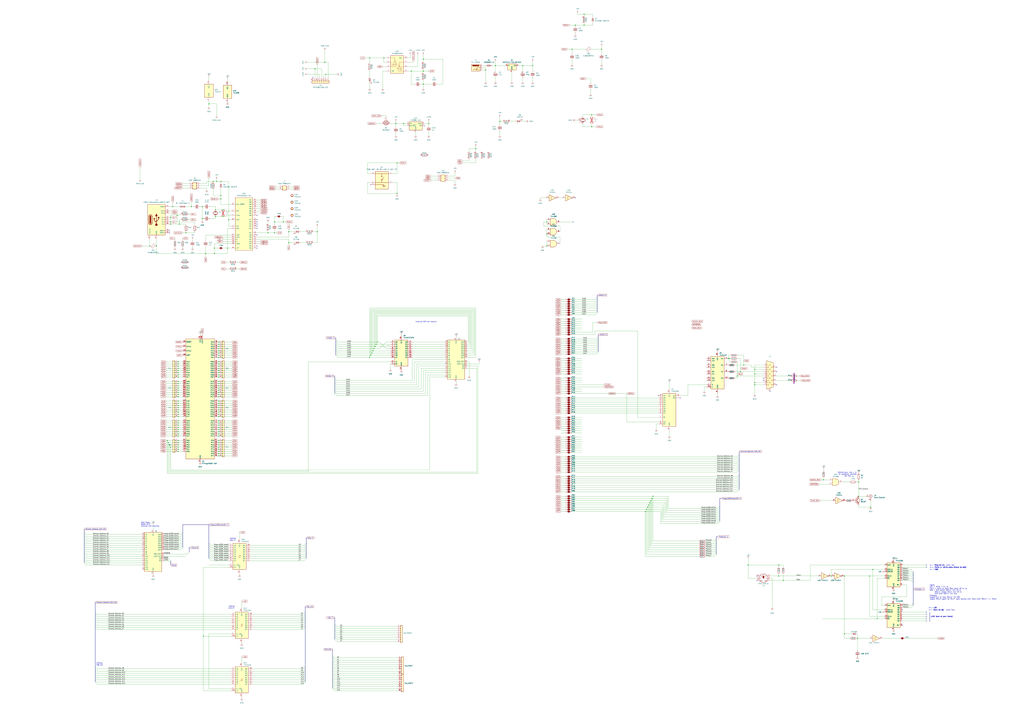
<source format=kicad_sch>
(kicad_sch (version 20250114) (generator "eeschema") (generator_version "9.0")
  (paper "A0")
  (lib_symbols
    (symbol "74xx:74AHC373"
      (property "Reference" "U" (at -7.62 16.51 0))
      (property "Value" "74AHC373" (at -7.62 -16.51 0))
      (symbol "74AHC373_1_0"
        (pin input line (at -12.7 12.7 0) (length 5.08) (name "D0") (number "3"))
        (pin input line (at -12.7 10.16 0) (length 5.08) (name "D1") (number "4"))
        (pin input line (at -12.7 7.62 0) (length 5.08) (name "D2") (number "7"))
        (pin input line (at -12.7 5.08 0) (length 5.08) (name "D3") (number "8"))
        (pin input line (at -12.7 2.54 0) (length 5.08) (name "D4") (number "13"))
        (pin input line (at -12.7 0 0) (length 5.08) (name "D5") (number "14"))
        (pin input line (at -12.7 -2.54 0) (length 5.08) (name "D6") (number "17"))
        (pin input line (at -12.7 -5.08 0) (length 5.08) (name "D7") (number "18"))
        (pin input line (at -12.7 -10.16 0) (length 5.08) (name "LE") (number "11"))
        (pin input inverted (at -12.7 -12.7 0) (length 5.08) (name "OE") (number "1"))
        (pin power_in line (at 0 20.32 270) (length 5.08) (name "VCC") (number "20"))
        (pin power_in line (at 0 -20.32 90) (length 5.08) (name "GND") (number "10"))
        (pin tri_state line (at 12.7 12.7 180) (length 5.08) (name "O0") (number "2"))
        (pin tri_state line (at 12.7 10.16 180) (length 5.08) (name "O1") (number "5"))
        (pin tri_state line (at 12.7 7.62 180) (length 5.08) (name "O2") (number "6"))
        (pin tri_state line (at 12.7 5.08 180) (length 5.08) (name "O3") (number "9"))
        (pin tri_state line (at 12.7 2.54 180) (length 5.08) (name "O4") (number "12"))
        (pin tri_state line (at 12.7 0 180) (length 5.08) (name "O5") (number "15"))
        (pin tri_state line (at 12.7 -2.54 180) (length 5.08) (name "O6") (number "16"))
        (pin tri_state line (at 12.7 -5.08 180) (length 5.08) (name "O7") (number "19"))
      )
    )
    (symbol "74xx:74HC14" (pin_names (offset 1.016))
      (property "Reference" "U" (at 0 1.27 0))
      (property "Value" "74HC14" (at 0 -1.27 0))
      (symbol "74HC14_1_0"
        (pin input line (at -7.62 0 0) (length 3.81) (name "~") (number "1"))
        (pin output inverted (at 7.62 0 180) (length 3.81) (name "~") (number "2"))
      )
      (symbol "74HC14_2_0"
        (pin input line (at -7.62 0 0) (length 3.81) (name "~") (number "3"))
        (pin output inverted (at 7.62 0 180) (length 3.81) (name "~") (number "4"))
      )
      (symbol "74HC14_3_0"
        (pin input line (at -7.62 0 0) (length 3.81) (name "~") (number "5"))
        (pin output inverted (at 7.62 0 180) (length 3.81) (name "~") (number "6"))
      )
      (symbol "74HC14_4_0"
        (pin input line (at -7.62 0 0) (length 3.81) (name "~") (number "9"))
        (pin output inverted (at 7.62 0 180) (length 3.81) (name "~") (number "8"))
      )
      (symbol "74HC14_5_0"
        (pin input line (at -7.62 0 0) (length 3.81) (name "~") (number "11"))
        (pin output inverted (at 7.62 0 180) (length 3.81) (name "~") (number "10"))
      )
      (symbol "74HC14_6_0"
        (pin input line (at -7.62 0 0) (length 3.81) (name "~") (number "13"))
        (pin output inverted (at 7.62 0 180) (length 3.81) (name "~") (number "12"))
      )
      (symbol "74HC14_7_0"
        (pin power_in line (at 0 12.7 270) (length 5.08) (name "VCC") (number "14"))
        (pin power_in line (at 0 -12.7 90) (length 5.08) (name "GND") (number "7"))
      )
    )
    (symbol "74xx:74HC165"
      (property "Reference" "U" (at -7.62 19.05 0))
      (property "Value" "74HC165" (at -7.62 -21.59 0))
      (symbol "74HC165_1_0"
        (pin input line (at -12.7 15.24 0) (length 5.08) (name "DS") (number "10"))
        (pin input line (at -12.7 12.7 0) (length 5.08) (name "D0") (number "11"))
        (pin input line (at -12.7 10.16 0) (length 5.08) (name "D1") (number "12"))
        (pin input line (at -12.7 7.62 0) (length 5.08) (name "D2") (number "13"))
        (pin input line (at -12.7 5.08 0) (length 5.08) (name "D3") (number "14"))
        (pin input line (at -12.7 2.54 0) (length 5.08) (name "D4") (number "3"))
        (pin input line (at -12.7 0 0) (length 5.08) (name "D5") (number "4"))
        (pin input line (at -12.7 -2.54 0) (length 5.08) (name "D6") (number "5"))
        (pin input line (at -12.7 -5.08 0) (length 5.08) (name "D7") (number "6"))
        (pin input line (at -12.7 -10.16 0) (length 5.08) (name "~{PL}") (number "1"))
        (pin input line (at -12.7 -15.24 0) (length 5.08) (name "CP") (number "2"))
        (pin input line (at -12.7 -17.78 0) (length 5.08) (name "~{CE}") (number "15"))
        (pin power_in line (at 0 22.86 270) (length 5.08) (name "VCC") (number "16"))
        (pin power_in line (at 0 -25.4 90) (length 5.08) (name "GND") (number "8"))
        (pin output line (at 12.7 15.24 180) (length 5.08) (name "Q7") (number "9"))
        (pin output line (at 12.7 12.7 180) (length 5.08) (name "~{Q7}") (number "7"))
      )
    )
    (symbol "74xx:74HC245" (pin_names (offset 1.016))
      (property "Reference" "U" (at -7.62 16.51 0))
      (property "Value" "74HC245" (at -7.62 -16.51 0))
      (symbol "74HC245_1_0"
        (pin tri_state line (at -12.7 12.7 0) (length 5.08) (name "A0") (number "2"))
        (pin tri_state line (at -12.7 10.16 0) (length 5.08) (name "A1") (number "3"))
        (pin tri_state line (at -12.7 7.62 0) (length 5.08) (name "A2") (number "4"))
        (pin tri_state line (at -12.7 5.08 0) (length 5.08) (name "A3") (number "5"))
        (pin tri_state line (at -12.7 2.54 0) (length 5.08) (name "A4") (number "6"))
        (pin tri_state line (at -12.7 0 0) (length 5.08) (name "A5") (number "7"))
        (pin tri_state line (at -12.7 -2.54 0) (length 5.08) (name "A6") (number "8"))
        (pin tri_state line (at -12.7 -5.08 0) (length 5.08) (name "A7") (number "9"))
        (pin input line (at -12.7 -10.16 0) (length 5.08) (name "A->B") (number "1"))
        (pin input inverted (at -12.7 -12.7 0) (length 5.08) (name "CE") (number "19"))
        (pin power_in line (at 0 20.32 270) (length 5.08) (name "VCC") (number "20"))
        (pin power_in line (at 0 -20.32 90) (length 5.08) (name "GND") (number "10"))
        (pin tri_state line (at 12.7 12.7 180) (length 5.08) (name "B0") (number "18"))
        (pin tri_state line (at 12.7 10.16 180) (length 5.08) (name "B1") (number "17"))
        (pin tri_state line (at 12.7 7.62 180) (length 5.08) (name "B2") (number "16"))
        (pin tri_state line (at 12.7 5.08 180) (length 5.08) (name "B3") (number "15"))
        (pin tri_state line (at 12.7 2.54 180) (length 5.08) (name "B4") (number "14"))
        (pin tri_state line (at 12.7 0 180) (length 5.08) (name "B5") (number "13"))
        (pin tri_state line (at 12.7 -2.54 180) (length 5.08) (name "B6") (number "12"))
        (pin tri_state line (at 12.7 -5.08 180) (length 5.08) (name "B7") (number "11"))
      )
    )
    (symbol "74xx:74HCT595"
      (property "Reference" "U" (at -7.62 13.97 0))
      (property "Value" "74HCT595" (at -7.62 -16.51 0))
      (symbol "74HCT595_1_0"
        (pin input line (at -10.16 10.16 0) (length 2.54) (name "SER") (number "14"))
        (pin input line (at -10.16 5.08 0) (length 2.54) (name "SRCLK") (number "11"))
        (pin input line (at -10.16 2.54 0) (length 2.54) (name "~{SRCLR}") (number "10"))
        (pin input line (at -10.16 -2.54 0) (length 2.54) (name "RCLK") (number "12"))
        (pin input line (at -10.16 -5.08 0) (length 2.54) (name "~{OE}") (number "13"))
        (pin power_in line (at 0 15.24 270) (length 2.54) (name "VCC") (number "16"))
        (pin power_in line (at 0 -17.78 90) (length 2.54) (name "GND") (number "8"))
        (pin tri_state line (at 10.16 10.16 180) (length 2.54) (name "QA") (number "15"))
        (pin tri_state line (at 10.16 7.62 180) (length 2.54) (name "QB") (number "1"))
        (pin tri_state line (at 10.16 5.08 180) (length 2.54) (name "QC") (number "2"))
        (pin tri_state line (at 10.16 2.54 180) (length 2.54) (name "QD") (number "3"))
        (pin tri_state line (at 10.16 0 180) (length 2.54) (name "QE") (number "4"))
        (pin tri_state line (at 10.16 -2.54 180) (length 2.54) (name "QF") (number "5"))
        (pin tri_state line (at 10.16 -5.08 180) (length 2.54) (name "QG") (number "6"))
        (pin tri_state line (at 10.16 -7.62 180) (length 2.54) (name "QH") (number "7"))
        (pin output line (at 10.16 -12.7 180) (length 2.54) (name "QH'") (number "9"))
      )
    )
    (symbol "74xx:74LS08" (pin_names (offset 1.016))
      (property "Reference" "U" (at 0 1.27 0))
      (property "Value" "74LS08" (at 0 -1.27 0))
      (symbol "74LS08_1_1"
        (pin input line (at -7.62 2.54 0) (length 3.81) (name "~") (number "1"))
        (pin input line (at -7.62 -2.54 0) (length 3.81) (name "~") (number "2"))
        (pin output line (at 7.62 0 180) (length 3.81) (name "~") (number "3"))
      )
      (symbol "74LS08_1_2"
        (pin input inverted (at -7.62 2.54 0) (length 4.318) (name "~") (number "1"))
        (pin input inverted (at -7.62 -2.54 0) (length 4.318) (name "~") (number "2"))
        (pin output inverted (at 7.62 0 180) (length 3.81) (name "~") (number "3"))
      )
      (symbol "74LS08_2_1"
        (pin input line (at -7.62 2.54 0) (length 3.81) (name "~") (number "4"))
        (pin input line (at -7.62 -2.54 0) (length 3.81) (name "~") (number "5"))
        (pin output line (at 7.62 0 180) (length 3.81) (name "~") (number "6"))
      )
      (symbol "74LS08_2_2"
        (pin input inverted (at -7.62 2.54 0) (length 4.318) (name "~") (number "4"))
        (pin input inverted (at -7.62 -2.54 0) (length 4.318) (name "~") (number "5"))
        (pin output inverted (at 7.62 0 180) (length 3.81) (name "~") (number "6"))
      )
      (symbol "74LS08_3_1"
        (pin input line (at -7.62 2.54 0) (length 3.81) (name "~") (number "9"))
        (pin input line (at -7.62 -2.54 0) (length 3.81) (name "~") (number "10"))
        (pin output line (at 7.62 0 180) (length 3.81) (name "~") (number "8"))
      )
      (symbol "74LS08_3_2"
        (pin input inverted (at -7.62 2.54 0) (length 4.318) (name "~") (number "9"))
        (pin input inverted (at -7.62 -2.54 0) (length 4.318) (name "~") (number "10"))
        (pin output inverted (at 7.62 0 180) (length 3.81) (name "~") (number "8"))
      )
      (symbol "74LS08_4_1"
        (pin input line (at -7.62 2.54 0) (length 3.81) (name "~") (number "12"))
        (pin input line (at -7.62 -2.54 0) (length 3.81) (name "~") (number "13"))
        (pin output line (at 7.62 0 180) (length 3.81) (name "~") (number "11"))
      )
      (symbol "74LS08_4_2"
        (pin input inverted (at -7.62 2.54 0) (length 4.318) (name "~") (number "12"))
        (pin input inverted (at -7.62 -2.54 0) (length 4.318) (name "~") (number "13"))
        (pin output inverted (at 7.62 0 180) (length 3.81) (name "~") (number "11"))
      )
      (symbol "74LS08_5_0"
        (pin power_in line (at 0 12.7 270) (length 5.08) (name "VCC") (number "14"))
        (pin power_in line (at 0 -12.7 90) (length 5.08) (name "GND") (number "7"))
      )
    )
    (symbol "74xx:74LS157" (pin_names (offset 1.016))
      (property "Reference" "U" (at -7.62 19.05 0))
      (property "Value" "74LS157" (at -7.62 -21.59 0))
      (symbol "74LS157_1_0"
        (pin input line (at -12.7 15.24 0) (length 5.08) (name "I0a") (number "2"))
        (pin input line (at -12.7 12.7 0) (length 5.08) (name "I1a") (number "3"))
        (pin input line (at -12.7 7.62 0) (length 5.08) (name "I0b") (number "5"))
        (pin input line (at -12.7 5.08 0) (length 5.08) (name "I1b") (number "6"))
        (pin input line (at -12.7 0 0) (length 5.08) (name "I0c") (number "11"))
        (pin input line (at -12.7 -2.54 0) (length 5.08) (name "I1c") (number "10"))
        (pin input line (at -12.7 -7.62 0) (length 5.08) (name "I0d") (number "14"))
        (pin input line (at -12.7 -10.16 0) (length 5.08) (name "I1d") (number "13"))
        (pin input line (at -12.7 -15.24 0) (length 5.08) (name "S") (number "1"))
        (pin input inverted (at -12.7 -17.78 0) (length 5.08) (name "E") (number "15"))
        (pin power_in line (at 0 22.86 270) (length 5.08) (name "VCC") (number "16"))
        (pin power_in line (at 0 -25.4 90) (length 5.08) (name "GND") (number "8"))
        (pin output line (at 12.7 15.24 180) (length 5.08) (name "Za") (number "4"))
        (pin output line (at 12.7 7.62 180) (length 5.08) (name "Zb") (number "7"))
        (pin output line (at 12.7 0 180) (length 5.08) (name "Zc") (number "9"))
        (pin output line (at 12.7 -7.62 180) (length 5.08) (name "Zd") (number "12"))
      )
    )
    (symbol "Arduino Mega 2560:ATMEGA16U2-MU" (pin_names (offset 1.016))
      (property "Reference" "U" (at -0.0097 62.0087 0))
      (property "Value" "ATMEGA16U2-MU" (at 0 -2.286 0))
      (symbol "ATMEGA16U2-MU_0_0"
        (pin bidirectional line (at -5.08 53.34 0) (length 5.08) (name "PC1//~{RESET}") (number "24"))
        (pin bidirectional line (at -5.08 45.72 0) (length 5.08) (name "PC0") (number "2"))
        (pin input line (at -5.08 40.64 0) (length 5.08) (name "XTAL1") (number "1"))
        (pin power_in line (at -5.08 35.56 0) (length 5.08) (name "AVCC") (number "32"))
        (pin power_in line (at -5.08 27.94 0) (length 5.08) (name "VCC") (number "4"))
        (pin power_in line (at -5.08 25.4 0) (length 5.08) (name "GND") (number "3"))
        (pin output line (at -5.08 17.78 0) (length 5.08) (name "UCAP") (number "27"))
        (pin power_in line (at -5.08 15.24 0) (length 5.08) (name "UVCC") (number "31"))
        (pin bidirectional line (at -5.08 12.7 0) (length 5.08) (name "D-") (number "30"))
        (pin bidirectional line (at -5.08 10.16 0) (length 5.08) (name "D+") (number "29"))
        (pin power_in line (at -5.08 7.62 0) (length 5.08) (name "UGND") (number "28"))
        (pin power_in line (at -5.08 2.54 0) (length 5.08) (name "EXP") (number "33"))
        (pin bidirectional line (at 25.4 58.42 180) (length 5.08) (name "PB7") (number "21"))
        (pin bidirectional line (at 25.4 55.88 180) (length 5.08) (name "PB6") (number "20"))
        (pin bidirectional line (at 25.4 53.34 180) (length 5.08) (name "PB5") (number "19"))
        (pin bidirectional line (at 25.4 50.8 180) (length 5.08) (name "PB4") (number "18"))
        (pin bidirectional line (at 25.4 48.26 180) (length 5.08) (name "PB3") (number "17"))
        (pin bidirectional line (at 25.4 45.72 180) (length 5.08) (name "PB2") (number "16"))
        (pin bidirectional line (at 25.4 43.18 180) (length 5.08) (name "PB1") (number "15"))
        (pin bidirectional line (at 25.4 40.64 180) (length 5.08) (name "PB0") (number "14"))
        (pin bidirectional line (at 25.4 35.56 180) (length 5.08) (name "PC7") (number "22"))
        (pin bidirectional line (at 25.4 33.02 180) (length 5.08) (name "PC6") (number "23"))
        (pin bidirectional line (at 25.4 30.48 180) (length 5.08) (name "PC5") (number "25"))
        (pin bidirectional line (at 25.4 27.94 180) (length 5.08) (name "PC4") (number "26"))
        (pin bidirectional line (at 25.4 25.4 180) (length 5.08) (name "PC2") (number "5"))
        (pin bidirectional line (at 25.4 20.32 180) (length 5.08) (name "PD7") (number "13"))
        (pin bidirectional line (at 25.4 17.78 180) (length 5.08) (name "PD6") (number "12"))
        (pin bidirectional line (at 25.4 15.24 180) (length 5.08) (name "PD5") (number "11"))
        (pin bidirectional line (at 25.4 12.7 180) (length 5.08) (name "PD4") (number "10"))
        (pin bidirectional line (at 25.4 10.16 180) (length 5.08) (name "PD3") (number "9"))
        (pin bidirectional line (at 25.4 7.62 180) (length 5.08) (name "PD2") (number "8"))
        (pin bidirectional line (at 25.4 5.08 180) (length 5.08) (name "PD1") (number "7"))
        (pin bidirectional line (at 25.4 2.54 180) (length 5.08) (name "PD0") (number "6"))
      )
    )
    (symbol "Arduino Mega 2560:LMV358IDGKR" (pin_names (offset 1.016))
      (property "Reference" "U" (at -7.62 10.668 0))
      (property "Value" "LMV358IDGKR" (at -7.62 -12.7 0))
      (symbol "LMV358IDGKR_0_0"
        (text "A" (at -2.921 1.9558 0) (effects (font (size 0.8128 0.8128)) (justify left bottom)))
        (text "B" (at 2.159 -2.9718 0) (effects (font (size 0.8128 0.8128)) (justify left bottom)))
        (pin output line (at -12.7 7.62 0) (length 5.08) (name "~") (number "1"))
        (pin input line (at -12.7 2.54 0) (length 5.08) (name "~") (number "2"))
        (pin input line (at -12.7 -2.54 0) (length 5.08) (name "~") (number "3"))
        (pin power_in line (at -12.7 -7.62 0) (length 5.08) (name "GND") (number "4"))
        (pin power_in line (at 12.7 7.62 180) (length 5.08) (name "VCC+") (number "8"))
        (pin output line (at 12.7 2.54 180) (length 5.08) (name "~") (number "7"))
        (pin input line (at 12.7 -2.54 180) (length 5.08) (name "~") (number "6"))
        (pin input line (at 12.7 -7.62 180) (length 5.08) (name "~") (number "5"))
      )
    )
    (symbol "Arduino Mega 2560:TS06-667-30-BK-100-G-SMT-TR" (pin_names (offset 1.016))
      (property "Reference" "S" (at 0 21.082 0))
      (property "Value" "TS06-667-30-BK-100-G-SMT-TR" (at 0 -0.762 0))
      (symbol "TS06-667-30-BK-100-G-SMT-TR_0_0"
        (pin passive line (at -5.08 17.78 0) (length 5.08) (name "~") (number "3"))
        (pin passive line (at -5.08 7.62 0) (length 5.08) (name "~") (number "1"))
        (pin passive line (at -5.08 5.08 0) (length 5.08) (name "~") (number "5"))
        (pin passive line (at 20.32 17.78 180) (length 5.08) (name "~") (number "4"))
        (pin passive line (at 20.32 7.62 180) (length 5.08) (name "~") (number "2"))
      )
    )
    (symbol "Connector:Barrel_Jack_Switch" (pin_names (hide yes))
      (property "Reference" "J" (at 0 5.334 0))
      (property "Value" "Barrel_Jack_Switch" (at 0 -5.08 0))
      (symbol "Barrel_Jack_Switch_1_1"
        (pin passive line (at 7.62 2.54 180) (length 2.54) (name "~") (number "1"))
        (pin passive line (at 7.62 0 180) (length 2.54) (name "~") (number "3"))
        (pin passive line (at 7.62 -2.54 180) (length 2.54) (name "~") (number "2"))
      )
    )
    (symbol "Connector:Conn_Coaxial" (pin_names (offset 1.016) (hide yes))
      (property "Reference" "J" (at 0.254 3.048 0))
      (property "Value" "Conn_Coaxial" (at 2.921 0 90))
      (symbol "Conn_Coaxial_1_1"
        (pin passive line (at -5.08 0 0) (length 2.54) (name "In") (number "1"))
        (pin passive line (at 0 -5.08 90) (length 2.54) (name "Ext") (number "2"))
      )
    )
    (symbol "Connector:DE15_Socket_HighDensity_MountingHoles" (pin_names (offset 1.016) (hide yes))
      (property "Reference" "J" (at 0 21.59 0))
      (property "Value" "DE15_Socket_HighDensity_MountingHoles" (at 0 19.05 0))
      (symbol "DE15_Socket_HighDensity_MountingHoles_1_1"
        (pin passive line (at -7.62 12.7 0) (length 5.08) (name "~") (number "6"))
        (pin passive line (at -7.62 10.16 0) (length 5.08) (name "~") (number "1"))
        (pin passive line (at -7.62 7.62 0) (length 5.08) (name "~") (number "7"))
        (pin passive line (at -7.62 5.08 0) (length 5.08) (name "~") (number "2"))
        (pin passive line (at -7.62 2.54 0) (length 5.08) (name "~") (number "8"))
        (pin passive line (at -7.62 0 0) (length 5.08) (name "~") (number "3"))
        (pin passive line (at -7.62 -2.54 0) (length 5.08) (name "~") (number "9"))
        (pin passive line (at -7.62 -5.08 0) (length 5.08) (name "~") (number "4"))
        (pin passive line (at -7.62 -7.62 0) (length 5.08) (name "~") (number "10"))
        (pin passive line (at -7.62 -10.16 0) (length 5.08) (name "~") (number "5"))
        (pin passive line (at 0 -17.78 90) (length 3.81) (name "~") (number "0"))
        (pin passive line (at 7.62 10.16 180) (length 5.08) (name "~") (number "11"))
        (pin passive line (at 7.62 5.08 180) (length 5.08) (name "~") (number "12"))
        (pin passive line (at 7.62 0 180) (length 5.08) (name "~") (number "13"))
        (pin passive line (at 7.62 -5.08 180) (length 5.08) (name "~") (number "14"))
        (pin passive line (at 7.62 -10.16 180) (length 5.08) (name "~") (number "15"))
      )
    )
    (symbol "Connector:Mini-DIN-6" (pin_names (offset 1.016))
      (property "Reference" "J" (at 0 6.35 0))
      (property "Value" "Mini-DIN-6" (at 0 -6.35 0))
      (symbol "Mini-DIN-6_1_1"
        (pin passive line (at -7.62 2.54 0) (length 2.54) (name "~") (number "6"))
        (pin passive line (at -7.62 0 0) (length 2.54) (name "~") (number "4"))
        (pin passive line (at -7.62 -2.54 0) (length 2.54) (name "~") (number "2"))
        (pin passive line (at 7.62 2.54 180) (length 2.54) (name "~") (number "5"))
        (pin passive line (at 7.62 0 180) (length 2.54) (name "~") (number "3"))
        (pin passive line (at 7.62 -2.54 180) (length 2.54) (name "~") (number "1"))
      )
    )
    (symbol "Connector:USB_C_Receptacle_USB2.0_16P" (pin_names (offset 1.016))
      (property "Reference" "J" (at 0 22.225 0))
      (property "Value" "USB_C_Receptacle_USB2.0_16P" (at 0 19.685 0))
      (symbol "USB_C_Receptacle_USB2.0_16P_1_1"
        (pin passive line (at -7.62 -22.86 90) (length 5.08) (name "SHIELD") (number "S1"))
        (pin passive line (at 0 -22.86 90) (length 5.08) (name "GND") (number "A1"))
        (pin passive line (at 0 -22.86 90) (length 5.08) (hide yes) (name "GND") (number "A12"))
        (pin passive line (at 0 -22.86 90) (length 5.08) (hide yes) (name "GND") (number "B1"))
        (pin passive line (at 0 -22.86 90) (length 5.08) (hide yes) (name "GND") (number "B12"))
        (pin passive line (at 15.24 15.24 180) (length 5.08) (name "VBUS") (number "A4"))
        (pin passive line (at 15.24 15.24 180) (length 5.08) (hide yes) (name "VBUS") (number "A9"))
        (pin passive line (at 15.24 15.24 180) (length 5.08) (hide yes) (name "VBUS") (number "B4"))
        (pin passive line (at 15.24 15.24 180) (length 5.08) (hide yes) (name "VBUS") (number "B9"))
        (pin bidirectional line (at 15.24 10.16 180) (length 5.08) (name "CC1") (number "A5"))
        (pin bidirectional line (at 15.24 7.62 180) (length 5.08) (name "CC2") (number "B5"))
        (pin bidirectional line (at 15.24 2.54 180) (length 5.08) (name "D-") (number "A7"))
        (pin bidirectional line (at 15.24 0 180) (length 5.08) (name "D-") (number "B7"))
        (pin bidirectional line (at 15.24 -2.54 180) (length 5.08) (name "D+") (number "A6"))
        (pin bidirectional line (at 15.24 -5.08 180) (length 5.08) (name "D+") (number "B6"))
        (pin bidirectional line (at 15.24 -12.7 180) (length 5.08) (name "SBU1") (number "A8"))
        (pin bidirectional line (at 15.24 -15.24 180) (length 5.08) (name "SBU2") (number "B8"))
      )
    )
    (symbol "Connector_Generic:Conn_01x06" (pin_names (offset 1.016) (hide yes))
      (property "Reference" "J" (at 0 7.62 0))
      (property "Value" "Conn_01x06" (at 0 -10.16 0))
      (symbol "Conn_01x06_1_1"
        (pin passive line (at -5.08 5.08 0) (length 3.81) (name "Pin_1") (number "1"))
        (pin passive line (at -5.08 2.54 0) (length 3.81) (name "Pin_2") (number "2"))
        (pin passive line (at -5.08 0 0) (length 3.81) (name "Pin_3") (number "3"))
        (pin passive line (at -5.08 -2.54 0) (length 3.81) (name "Pin_4") (number "4"))
        (pin passive line (at -5.08 -5.08 0) (length 3.81) (name "Pin_5") (number "5"))
        (pin passive line (at -5.08 -7.62 0) (length 3.81) (name "Pin_6") (number "6"))
      )
    )
    (symbol "Connector_Generic:Conn_01x08" (pin_names (offset 1.016) (hide yes))
      (property "Reference" "J" (at 0 10.16 0))
      (property "Value" "Conn_01x08" (at 0 -12.7 0))
      (symbol "Conn_01x08_1_1"
        (pin passive line (at -5.08 7.62 0) (length 3.81) (name "Pin_1") (number "1"))
        (pin passive line (at -5.08 5.08 0) (length 3.81) (name "Pin_2") (number "2"))
        (pin passive line (at -5.08 2.54 0) (length 3.81) (name "Pin_3") (number "3"))
        (pin passive line (at -5.08 0 0) (length 3.81) (name "Pin_4") (number "4"))
        (pin passive line (at -5.08 -2.54 0) (length 3.81) (name "Pin_5") (number "5"))
        (pin passive line (at -5.08 -5.08 0) (length 3.81) (name "Pin_6") (number "6"))
        (pin passive line (at -5.08 -7.62 0) (length 3.81) (name "Pin_7") (number "7"))
        (pin passive line (at -5.08 -10.16 0) (length 3.81) (name "Pin_8") (number "8"))
      )
    )
    (symbol "Connector_Generic:Conn_02x02_Odd_Even" (pin_names (offset 1.016) (hide yes))
      (property "Reference" "J" (at 1.27 2.54 0))
      (property "Value" "Conn_02x02_Odd_Even" (at 1.27 -5.08 0))
      (symbol "Conn_02x02_Odd_Even_1_1"
        (pin passive line (at -5.08 0 0) (length 3.81) (name "Pin_1") (number "1"))
        (pin passive line (at -5.08 -2.54 0) (length 3.81) (name "Pin_3") (number "3"))
        (pin passive line (at 7.62 0 180) (length 3.81) (name "Pin_2") (number "2"))
        (pin passive line (at 7.62 -2.54 180) (length 3.81) (name "Pin_4") (number "4"))
      )
    )
    (symbol "Connector_Generic:Conn_02x03_Odd_Even" (pin_names (offset 1.016) (hide yes))
      (property "Reference" "J" (at 1.27 5.08 0))
      (property "Value" "Conn_02x03_Odd_Even" (at 1.27 -5.08 0))
      (symbol "Conn_02x03_Odd_Even_1_1"
        (pin passive line (at -5.08 2.54 0) (length 3.81) (name "Pin_1") (number "1"))
        (pin passive line (at -5.08 0 0) (length 3.81) (name "Pin_3") (number "3"))
        (pin passive line (at -5.08 -2.54 0) (length 3.81) (name "Pin_5") (number "5"))
        (pin passive line (at 7.62 2.54 180) (length 3.81) (name "Pin_2") (number "2"))
        (pin passive line (at 7.62 0 180) (length 3.81) (name "Pin_4") (number "4"))
        (pin passive line (at 7.62 -2.54 180) (length 3.81) (name "Pin_6") (number "6"))
      )
    )
    (symbol "Device:C" (pin_numbers (hide yes)) (pin_names (offset 0.254))
      (property "Reference" "C" (at 0.635 2.54 0))
      (property "Value" "C" (at 0.635 -2.54 0))
      (symbol "C_1_1"
        (pin passive line (at 0 3.81 270) (length 2.794) (name "~") (number "1"))
        (pin passive line (at 0 -3.81 90) (length 2.794) (name "~") (number "2"))
      )
    )
    (symbol "Device:C_Polarized" (pin_numbers (hide yes)) (pin_names (offset 0.254))
      (property "Reference" "C" (at 0.635 2.54 0))
      (property "Value" "C_Polarized" (at 0.635 -2.54 0))
      (symbol "C_Polarized_1_1"
        (pin passive line (at 0 3.81 270) (length 2.794) (name "~") (number "1"))
        (pin passive line (at 0 -3.81 90) (length 2.794) (name "~") (number "2"))
      )
    )
    (symbol "Device:Crystal" (pin_numbers (hide yes)) (pin_names (offset 1.016) (hide yes))
      (property "Reference" "Y" (at 0 3.81 0))
      (property "Value" "Crystal" (at 0 -3.81 0))
      (symbol "Crystal_1_1"
        (pin passive line (at -3.81 0 0) (length 1.27) (name "1") (number "1"))
        (pin passive line (at 3.81 0 180) (length 1.27) (name "2") (number "2"))
      )
    )
    (symbol "Device:Crystal_GND2" (pin_names (offset 1.016) (hide yes))
      (property "Reference" "Y" (at 0 5.715 0))
      (property "Value" "Crystal_GND2" (at 0 3.81 0))
      (symbol "Crystal_GND2_1_1"
        (pin passive line (at -3.81 0 0) (length 1.27) (name "1") (number "1"))
        (pin passive line (at 0 -5.08 90) (length 1.27) (name "2") (number "2"))
        (pin passive line (at 3.81 0 180) (length 1.27) (name "3") (number "3"))
      )
    )
    (symbol "Device:D" (pin_numbers (hide yes)) (pin_names (offset 1.016) (hide yes))
      (property "Reference" "D" (at 0 2.54 0))
      (property "Value" "D" (at 0 -2.54 0))
      (symbol "D_1_1"
        (pin passive line (at -3.81 0 0) (length 2.54) (name "K") (number "1"))
        (pin passive line (at 3.81 0 180) (length 2.54) (name "A") (number "2"))
      )
    )
    (symbol "Device:FerriteBead" (pin_numbers (hide yes)) (pin_names (offset 0))
      (property "Reference" "FB" (at -3.81 0.635 90))
      (property "Value" "FerriteBead" (at 3.81 0 90))
      (symbol "FerriteBead_1_1"
        (pin passive line (at 0 3.81 270) (length 2.54) (name "~") (number "1"))
        (pin passive line (at 0 -3.81 90) (length 2.54) (name "~") (number "2"))
      )
    )
    (symbol "Device:Fuse" (pin_numbers (hide yes)) (pin_names (offset 0))
      (property "Reference" "F" (at 2.032 0 90))
      (property "Value" "Fuse" (at -1.905 0 90))
      (symbol "Fuse_1_1"
        (pin passive line (at 0 3.81 270) (length 1.27) (name "~") (number "1"))
        (pin passive line (at 0 -3.81 90) (length 1.27) (name "~") (number "2"))
      )
    )
    (symbol "Device:LED" (pin_numbers (hide yes)) (pin_names (offset 1.016) (hide yes))
      (property "Reference" "D" (at 0 2.54 0))
      (property "Value" "LED" (at 0 -2.54 0))
      (symbol "LED_1_1"
        (pin passive line (at -3.81 0 0) (length 2.54) (name "K") (number "1"))
        (pin passive line (at 3.81 0 180) (length 2.54) (name "A") (number "2"))
      )
    )
    (symbol "Device:R" (pin_numbers (hide yes)) (pin_names (offset 0))
      (property "Reference" "R" (at 2.032 0 90))
      (property "Value" "R" (at 0 0 90))
      (symbol "R_1_1"
        (pin passive line (at 0 3.81 270) (length 1.27) (name "~") (number "1"))
        (pin passive line (at 0 -3.81 90) (length 1.27) (name "~") (number "2"))
      )
    )
    (symbol "Device:R_Pack04_Split" (pin_names (offset 0) (hide yes))
      (property "Reference" "RN" (at 2.032 0 90))
      (property "Value" "R_Pack04_Split" (at 0 0 90))
      (symbol "R_Pack04_Split_1_1"
        (pin passive line (at 0 3.81 270) (length 1.27) (name "R1.2") (number "8"))
        (pin passive line (at 0 -3.81 90) (length 1.27) (name "R1.1") (number "1"))
      )
      (symbol "R_Pack04_Split_2_1"
        (pin passive line (at 0 3.81 270) (length 1.27) (name "R2.2") (number "7"))
        (pin passive line (at 0 -3.81 90) (length 1.27) (name "R2.1") (number "2"))
      )
      (symbol "R_Pack04_Split_3_1"
        (pin passive line (at 0 3.81 270) (length 1.27) (name "R3.2") (number "6"))
        (pin passive line (at 0 -3.81 90) (length 1.27) (name "R3.1") (number "3"))
      )
      (symbol "R_Pack04_Split_4_1"
        (pin passive line (at 0 3.81 270) (length 1.27) (name "R4.2") (number "5"))
        (pin passive line (at 0 -3.81 90) (length 1.27) (name "R4.1") (number "4"))
      )
    )
    (symbol "Device:Varistor" (pin_numbers (hide yes)) (pin_names (offset 0))
      (property "Reference" "RV" (at 3.175 0 90))
      (property "Value" "Varistor" (at -3.175 0 90))
      (symbol "Varistor_0_0"
        (text "U" (at -1.778 -2.032 0) (effects (font (size 1.27 1.27))))
      )
      (symbol "Varistor_1_1"
        (pin passive line (at 0 3.81 270) (length 1.27) (name "~") (number "1"))
        (pin passive line (at 0 -3.81 90) (length 1.27) (name "~") (number "2"))
      )
    )
    (symbol "Diode:1N4001" (pin_numbers (hide yes)) (pin_names (hide yes))
      (property "Reference" "D" (at 0 2.54 0))
      (property "Value" "1N4001" (at 0 -2.54 0))
      (symbol "1N4001_1_1"
        (pin passive line (at -3.81 0 0) (length 2.54) (name "K") (number "1"))
        (pin passive line (at 3.81 0 180) (length 2.54) (name "A") (number "2"))
      )
    )
    (symbol "Jumper:SolderJumper_2_Bridged" (pin_numbers (hide yes)) (pin_names (offset 0) (hide yes)) (exclude_from_sim yes) (in_bom no)
      (property "Reference" "JP" (at 0 2.032 0))
      (property "Value" "SolderJumper_2_Bridged" (at 0 -2.54 0))
      (symbol "SolderJumper_2_Bridged_1_1"
        (pin passive line (at -3.81 0 0) (length 2.54) (name "A") (number "1"))
        (pin passive line (at 3.81 0 180) (length 2.54) (name "B") (number "2"))
      )
    )
    (symbol "Jumper:SolderJumper_2_Open" (pin_numbers (hide yes)) (pin_names (offset 0) (hide yes)) (exclude_from_sim yes) (in_bom no)
      (property "Reference" "JP" (at 0 2.032 0))
      (property "Value" "SolderJumper_2_Open" (at 0 -2.54 0))
      (symbol "SolderJumper_2_Open_1_1"
        (pin passive line (at -3.81 0 0) (length 2.54) (name "A") (number "1"))
        (pin passive line (at 3.81 0 180) (length 2.54) (name "B") (number "2"))
      )
    )
    (symbol "MCU_Microchip_ATmega:ATmega2560-16A"
      (property "Reference" "U" (at 0 1.27 0))
      (property "Value" "ATmega2560-16A" (at 0 -1.27 0))
      (symbol "ATmega2560-16A_1_1"
        (pin input line (at -20.32 66.04 0) (length 3.81) (name "~{RESET}") (number "30"))
        (pin input line (at -20.32 60.96 0) (length 3.81) (name "XTAL1") (number "34"))
        (pin output line (at -20.32 55.88 0) (length 3.81) (name "XTAL2") (number "33"))
        (pin passive line (at -20.32 50.8 0) (length 3.81) (name "AREF") (number "98"))
        (pin bidirectional line (at -20.32 43.18 0) (length 3.81) (name "PL0") (number "35"))
        (pin bidirectional line (at -20.32 40.64 0) (length 3.81) (name "PL1") (number "36"))
        (pin bidirectional line (at -20.32 38.1 0) (length 3.81) (name "PL2") (number "37"))
        (pin bidirectional line (at -20.32 35.56 0) (length 3.81) (name "PL3") (number "38"))
        (pin bidirectional line (at -20.32 33.02 0) (length 3.81) (name "PL4") (number "39"))
        (pin bidirectional line (at -20.32 30.48 0) (length 3.81) (name "PL5") (number "40"))
        (pin bidirectional line (at -20.32 27.94 0) (length 3.81) (name "PL6") (number "41"))
        (pin bidirectional line (at -20.32 25.4 0) (length 3.81) (name "PL7") (number "42"))
        (pin bidirectional line (at -20.32 20.32 0) (length 3.81) (name "PK0") (number "89"))
        (pin bidirectional line (at -20.32 17.78 0) (length 3.81) (name "PK1") (number "88"))
        (pin bidirectional line (at -20.32 15.24 0) (length 3.81) (name "PK2") (number "87"))
        (pin bidirectional line (at -20.32 12.7 0) (length 3.81) (name "PK3") (number "86"))
        (pin bidirectional line (at -20.32 10.16 0) (length 3.81) (name "PK4") (number "85"))
        (pin bidirectional line (at -20.32 7.62 0) (length 3.81) (name "PK5") (number "84"))
        (pin bidirectional line (at -20.32 5.08 0) (length 3.81) (name "PK6") (number "83"))
        (pin bidirectional line (at -20.32 2.54 0) (length 3.81) (name "PK7") (number "82"))
        (pin bidirectional line (at -20.32 -2.54 0) (length 3.81) (name "PJ0") (number "63"))
        (pin bidirectional line (at -20.32 -5.08 0) (length 3.81) (name "PJ1") (number "64"))
        (pin bidirectional line (at -20.32 -7.62 0) (length 3.81) (name "PJ2") (number "65"))
        (pin bidirectional line (at -20.32 -10.16 0) (length 3.81) (name "PJ3") (number "66"))
        (pin bidirectional line (at -20.32 -12.7 0) (length 3.81) (name "PJ4") (number "67"))
        (pin bidirectional line (at -20.32 -15.24 0) (length 3.81) (name "PJ5") (number "68"))
        (pin bidirectional line (at -20.32 -17.78 0) (length 3.81) (name "PJ6") (number "69"))
        (pin bidirectional line (at -20.32 -20.32 0) (length 3.81) (name "PJ7") (number "79"))
        (pin bidirectional line (at -20.32 -25.4 0) (length 3.81) (name "PH0") (number "12"))
        (pin bidirectional line (at -20.32 -27.94 0) (length 3.81) (name "PH1") (number "13"))
        (pin bidirectional line (at -20.32 -30.48 0) (length 3.81) (name "PH2") (number "14"))
        (pin bidirectional line (at -20.32 -33.02 0) (length 3.81) (name "PH3") (number "15"))
        (pin bidirectional line (at -20.32 -35.56 0) (length 3.81) (name "PH4") (number "16"))
        (pin bidirectional line (at -20.32 -38.1 0) (length 3.81) (name "PH5") (number "17"))
        (pin bidirectional line (at -20.32 -40.64 0) (length 3.81) (name "PH6") (number "18"))
        (pin bidirectional line (at -20.32 -43.18 0) (length 3.81) (name "PH7") (number "27"))
        (pin bidirectional line (at -20.32 -48.26 0) (length 3.81) (name "PG0") (number "51"))
        (pin bidirectional line (at -20.32 -50.8 0) (length 3.81) (name "PG1") (number "52"))
        (pin bidirectional line (at -20.32 -53.34 0) (length 3.81) (name "PG2") (number "70"))
        (pin bidirectional line (at -20.32 -55.88 0) (length 3.81) (name "PG3") (number "28"))
        (pin bidirectional line (at -20.32 -58.42 0) (length 3.81) (name "PG4") (number "29"))
        (pin bidirectional line (at -20.32 -60.96 0) (length 3.81) (name "PG5") (number "1"))
        (pin power_in line (at 0 73.66 270) (length 3.81) (name "VCC") (number "10"))
        (pin passive line (at 0 73.66 270) (length 3.81) (hide yes) (name "VCC") (number "31"))
        (pin passive line (at 0 73.66 270) (length 3.81) (hide yes) (name "VCC") (number "61"))
        (pin passive line (at 0 73.66 270) (length 3.81) (hide yes) (name "VCC") (number "80"))
        (pin power_in line (at 0 -73.66 90) (length 3.81) (name "GND") (number "11"))
        (pin passive line (at 0 -73.66 90) (length 3.81) (hide yes) (name "GND") (number "32"))
        (pin passive line (at 0 -73.66 90) (length 3.81) (hide yes) (name "GND") (number "62"))
        (pin passive line (at 0 -73.66 90) (length 3.81) (hide yes) (name "GND") (number "81"))
        (pin passive line (at 0 -73.66 90) (length 3.81) (hide yes) (name "GND") (number "99"))
        (pin power_in line (at 2.54 73.66 270) (length 3.81) (name "AVCC") (number "100"))
        (pin bidirectional line (at 20.32 66.04 180) (length 3.81) (name "PA0") (number "78"))
        (pin bidirectional line (at 20.32 63.5 180) (length 3.81) (name "PA1") (number "77"))
        (pin bidirectional line (at 20.32 60.96 180) (length 3.81) (name "PA2") (number "76"))
        (pin bidirectional line (at 20.32 58.42 180) (length 3.81) (name "PA3") (number "75"))
        (pin bidirectional line (at 20.32 55.88 180) (length 3.81) (name "PA4") (number "74"))
        (pin bidirectional line (at 20.32 53.34 180) (length 3.81) (name "PA5") (number "73"))
        (pin bidirectional line (at 20.32 50.8 180) (length 3.81) (name "PA6") (number "72"))
        (pin bidirectional line (at 20.32 48.26 180) (length 3.81) (name "PA7") (number "71"))
        (pin bidirectional line (at 20.32 43.18 180) (length 3.81) (name "PB0") (number "19"))
        (pin bidirectional line (at 20.32 40.64 180) (length 3.81) (name "PB1") (number "20"))
        (pin bidirectional line (at 20.32 38.1 180) (length 3.81) (name "PB2") (number "21"))
        (pin bidirectional line (at 20.32 35.56 180) (length 3.81) (name "PB3") (number "22"))
        (pin bidirectional line (at 20.32 33.02 180) (length 3.81) (name "PB4") (number "23"))
        (pin bidirectional line (at 20.32 30.48 180) (length 3.81) (name "PB5") (number "24"))
        (pin bidirectional line (at 20.32 27.94 180) (length 3.81) (name "PB6") (number "25"))
        (pin bidirectional line (at 20.32 25.4 180) (length 3.81) (name "PB7") (number "26"))
        (pin bidirectional line (at 20.32 20.32 180) (length 3.81) (name "PC0") (number "53"))
        (pin bidirectional line (at 20.32 17.78 180) (length 3.81) (name "PC1") (number "54"))
        (pin bidirectional line (at 20.32 15.24 180) (length 3.81) (name "PC2") (number "55"))
        (pin bidirectional line (at 20.32 12.7 180) (length 3.81) (name "PC3") (number "56"))
        (pin bidirectional line (at 20.32 10.16 180) (length 3.81) (name "PC4") (number "57"))
        (pin bidirectional line (at 20.32 7.62 180) (length 3.81) (name "PC5") (number "58"))
        (pin bidirectional line (at 20.32 5.08 180) (length 3.81) (name "PC6") (number "59"))
        (pin bidirectional line (at 20.32 2.54 180) (length 3.81) (name "PC7") (number "60"))
        (pin bidirectional line (at 20.32 -2.54 180) (length 3.81) (name "PD0") (number "43"))
        (pin bidirectional line (at 20.32 -5.08 180) (length 3.81) (name "PD1") (number "44"))
        (pin bidirectional line (at 20.32 -7.62 180) (length 3.81) (name "PD2") (number "45"))
        (pin bidirectional line (at 20.32 -10.16 180) (length 3.81) (name "PD3") (number "46"))
        (pin bidirectional line (at 20.32 -12.7 180) (length 3.81) (name "PD4") (number "47"))
        (pin bidirectional line (at 20.32 -15.24 180) (length 3.81) (name "PD5") (number "48"))
        (pin bidirectional line (at 20.32 -17.78 180) (length 3.81) (name "PD6") (number "49"))
        (pin bidirectional line (at 20.32 -20.32 180) (length 3.81) (name "PD7") (number "50"))
        (pin bidirectional line (at 20.32 -25.4 180) (length 3.81) (name "PE0") (number "2"))
        (pin bidirectional line (at 20.32 -27.94 180) (length 3.81) (name "PE1") (number "3"))
        (pin bidirectional line (at 20.32 -30.48 180) (length 3.81) (name "PE2") (number "4"))
        (pin bidirectional line (at 20.32 -33.02 180) (length 3.81) (name "PE3") (number "5"))
        (pin bidirectional line (at 20.32 -35.56 180) (length 3.81) (name "PE4") (number "6"))
        (pin bidirectional line (at 20.32 -38.1 180) (length 3.81) (name "PE5") (number "7"))
        (pin bidirectional line (at 20.32 -40.64 180) (length 3.81) (name "PE6") (number "8"))
        (pin bidirectional line (at 20.32 -43.18 180) (length 3.81) (name "PE7") (number "9"))
        (pin bidirectional line (at 20.32 -48.26 180) (length 3.81) (name "PF0") (number "97"))
        (pin bidirectional line (at 20.32 -50.8 180) (length 3.81) (name "PF1") (number "96"))
        (pin bidirectional line (at 20.32 -53.34 180) (length 3.81) (name "PF2") (number "95"))
        (pin bidirectional line (at 20.32 -55.88 180) (length 3.81) (name "PF3") (number "94"))
        (pin bidirectional line (at 20.32 -58.42 180) (length 3.81) (name "PF4") (number "93"))
        (pin bidirectional line (at 20.32 -60.96 180) (length 3.81) (name "PF5") (number "92"))
        (pin bidirectional line (at 20.32 -63.5 180) (length 3.81) (name "PF6") (number "91"))
        (pin bidirectional line (at 20.32 -66.04 180) (length 3.81) (name "PF7") (number "90"))
      )
    )
    (symbol "Mechanical:Fiducial" (exclude_from_sim yes) (in_bom no)
      (property "Reference" "FID" (at 0 5.08 0))
      (property "Value" "Fiducial" (at 0 3.175 0))
    )
    (symbol "Memory_RAM:AS6C1008-xxST"
      (property "Reference" "U" (at -10.16 23.495 0))
      (property "Value" "AS6C1008-xxST" (at 2.54 23.495 0))
      (symbol "AS6C1008-xxST_0_0"
        (pin power_in line (at 0 25.4 270) (length 2.54) (name "VCC") (number "8"))
        (pin power_in line (at 0 -25.4 90) (length 2.54) (name "GND") (number "24"))
      )
      (symbol "AS6C1008-xxST_1_1"
        (pin input line (at -12.7 20.32 0) (length 2.54) (name "A0") (number "20"))
        (pin input line (at -12.7 17.78 0) (length 2.54) (name "A1") (number "19"))
        (pin input line (at -12.7 15.24 0) (length 2.54) (name "A2") (number "18"))
        (pin input line (at -12.7 12.7 0) (length 2.54) (name "A3") (number "17"))
        (pin input line (at -12.7 10.16 0) (length 2.54) (name "A4") (number "16"))
        (pin input line (at -12.7 7.62 0) (length 2.54) (name "A5") (number "15"))
        (pin input line (at -12.7 5.08 0) (length 2.54) (name "A6") (number "14"))
        (pin input line (at -12.7 2.54 0) (length 2.54) (name "A7") (number "13"))
        (pin input line (at -12.7 0 0) (length 2.54) (name "A8") (number "3"))
        (pin input line (at -12.7 -2.54 0) (length 2.54) (name "A9") (number "2"))
        (pin input line (at -12.7 -5.08 0) (length 2.54) (name "A10") (number "31"))
        (pin input line (at -12.7 -7.62 0) (length 2.54) (name "A11") (number "1"))
        (pin input line (at -12.7 -10.16 0) (length 2.54) (name "A12") (number "12"))
        (pin input line (at -12.7 -12.7 0) (length 2.54) (name "A13") (number "4"))
        (pin input line (at -12.7 -15.24 0) (length 2.54) (name "A14") (number "11"))
        (pin input line (at -12.7 -17.78 0) (length 2.54) (name "A15") (number "7"))
        (pin input line (at -12.7 -20.32 0) (length 2.54) (name "A16") (number "10"))
        (pin no_connect line (at 10.16 -20.32 180) (length 2.54) (hide yes) (name "NC") (number "9"))
        (pin tri_state line (at 12.7 20.32 180) (length 2.54) (name "DQ0") (number "21"))
        (pin tri_state line (at 12.7 17.78 180) (length 2.54) (name "DQ1") (number "22"))
        (pin tri_state line (at 12.7 15.24 180) (length 2.54) (name "DQ2") (number "23"))
        (pin tri_state line (at 12.7 12.7 180) (length 2.54) (name "DQ3") (number "25"))
        (pin tri_state line (at 12.7 10.16 180) (length 2.54) (name "DQ4") (number "26"))
        (pin tri_state line (at 12.7 7.62 180) (length 2.54) (name "DQ5") (number "27"))
        (pin tri_state line (at 12.7 5.08 180) (length 2.54) (name "DQ6") (number "28"))
        (pin tri_state line (at 12.7 2.54 180) (length 2.54) (name "DQ7") (number "29"))
        (pin input line (at 12.7 -2.54 180) (length 2.54) (name "~{CS1}/~{CE1}") (number "30"))
        (pin input line (at 12.7 -5.08 180) (length 2.54) (name "CS2/CE2") (number "6"))
        (pin input line (at 12.7 -7.62 180) (length 2.54) (name "~{OE}") (number "32"))
        (pin input line (at 12.7 -10.16 180) (length 2.54) (name "~{WE}") (number "5"))
      )
    )
    (symbol "Regulator_Linear:LP2985-3.3" (pin_names (offset 0.254))
      (property "Reference" "U" (at -6.35 5.715 0))
      (property "Value" "LP2985-3.3" (at 0 5.715 0))
      (symbol "LP2985-3.3_1_1"
        (pin power_in line (at -10.16 2.54 0) (length 2.54) (name "VIN") (number "1"))
        (pin input line (at -10.16 0 0) (length 2.54) (name "ON/~{OFF}") (number "3"))
        (pin power_in line (at 0 -7.62 90) (length 2.54) (name "GND") (number "2"))
        (pin power_out line (at 10.16 2.54 180) (length 2.54) (name "VOUT") (number "5"))
        (pin input line (at 10.16 0 180) (length 2.54) (name "BP") (number "4"))
      )
    )
    (symbol "Regulator_Linear:NCP1117-5.0_SOT223"
      (property "Reference" "U" (at -3.81 3.175 0))
      (property "Value" "NCP1117-5.0_SOT223" (at 0 3.175 0))
      (symbol "NCP1117-5.0_SOT223_1_1"
        (pin power_in line (at -7.62 0 0) (length 2.54) (name "VI") (number "3"))
        (pin power_in line (at 0 -7.62 90) (length 2.54) (name "GND") (number "1"))
        (pin power_out line (at 7.62 0 180) (length 2.54) (name "VO") (number "2"))
      )
    )
    (symbol "Transistor_BJT:S8050" (pin_names (offset 0) (hide yes))
      (property "Reference" "Q" (at 5.08 1.905 0))
      (property "Value" "S8050" (at 5.08 0 0))
      (symbol "S8050_1_1"
        (pin input line (at -5.08 0 0) (length 2.54) (name "B") (number "2"))
        (pin passive line (at 2.54 5.08 270) (length 2.54) (name "C") (number "3"))
        (pin passive line (at 2.54 -5.08 90) (length 2.54) (name "E") (number "1"))
      )
    )
    (symbol "Transistor_FET:Q_PMOS_GSD" (pin_names (offset 0) (hide yes))
      (property "Reference" "Q" (at 5.08 1.905 0))
      (property "Value" "Q_PMOS_GSD" (at 5.08 0 0))
      (symbol "Q_PMOS_GSD_1_1"
        (pin input line (at -5.08 0 0) (length 2.54) (name "G") (number "1"))
        (pin passive line (at 2.54 5.08 270) (length 2.54) (name "D") (number "3"))
        (pin passive line (at 2.54 -5.08 90) (length 2.54) (name "S") (number "2"))
      )
    )
    (symbol "power:+3.3V" (power) (pin_numbers (hide yes)) (pin_names (offset 0) (hide yes))
      (property "Value" "+3.3V" (at 0 3.556 0))
      (symbol "+3.3V_1_1"
        (pin power_in line (at 0 0 90) (length 0) (name "~") (number "1"))
      )
    )
    (symbol "power:+5V" (power) (pin_numbers (hide yes)) (pin_names (offset 0) (hide yes))
      (property "Value" "+5V" (at 0 3.556 0))
      (symbol "+5V_1_1"
        (pin power_in line (at 0 0 90) (length 0) (name "~") (number "1"))
      )
    )
    (symbol "power:GND" (power) (pin_numbers (hide yes)) (pin_names (offset 0) (hide yes))
      (property "Value" "GND" (at 0 -3.81 0))
      (symbol "GND_1_1"
        (pin power_in line (at 0 0 270) (length 0) (name "~") (number "1"))
      )
    )
    (symbol "power:PWR_FLAG" (power) (pin_numbers (hide yes)) (pin_names (offset 0) (hide yes))
      (property "Value" "PWR_FLAG" (at 0 3.81 0))
      (symbol "PWR_FLAG_0_0"
        (pin power_out line (at 0 0 90) (length 0) (name "~") (number "1"))
      )
    )
    (symbol "power:VCC" (power) (pin_numbers (hide yes)) (pin_names (offset 0) (hide yes))
      (property "Value" "VCC" (at 0 3.556 0))
      (symbol "VCC_1_1"
        (pin power_in line (at 0 0 90) (length 0) (name "~") (number "1"))
      )
    )
  )
  (text "<-- Stop bit (1)" (at 1079.444 657.4772 0) (effects (font (size 1.27 1.27) (thickness 0.254) (bold yes)) (justify left bottom)))
  (text "ATMEGA\nD[0..7]" (at 266.7 628.65 0) (effects (font (size 1.27 1.27)) (justify left bottom)))
  (text "Facts:\nNOT = delay 7-14 ns\nPS/2 = clock at least 30us down 30 us up\n595 = SER before SRCLK^ min 25 ns\n      SRCLK^ before RCLK^ min 19 ns\n      SER after SRCLK^ min 0ns\nStrategy: \nnegate CLK to have RSCLK^ for 595 \nnegate RSCLK again for RCLK^ data latched (min 30us after RSCLK^ >> 19ns)" (at 1079.444 696.8472 0) (effects (font (size 1.27 1.27)) (justify left bottom)))
  (text "<-- LSB" (at 1078.174 707.0072 0) (effects (font (size 1.27 1.27) (bold yes)) (justify left bottom)))
  (text "RAM Midlle\n8000-9FFF\n(shared with Arduino)" (at 163.83 612.14 0) (effects (font (size 1.27 1.27)) (justify left bottom)))
  (text "<-- Start bit (0)" (at 1078.174 709.5472 0) (effects (font (size 1.27 1.27) (thickness 0.254) (bold yes)) (justify left bottom)))
  (text "JUNK (end of prev frame)" (at 1080.714 717.1672 0) (effects (font (size 1.27 1.27) (thickness 0.254) (bold yes)) (justify left bottom)))
  (text "ATMEGA\nA[8..15]" (at 111.76 773.43 0) (effects (font (size 1.27 1.27)) (justify left bottom)))
  (text "External RAM for Arduino" (at 482.6 374.65 0) (effects (font (size 1.27 1.27)) (justify left bottom)))
  (text "ATMEGA\nA[0..7]" (at 265.43 707.39 0) (effects (font (size 1.27 1.27)) (justify left bottom)))
  (text "POZOR delic 440 x 1k \nje vypoctena hodnota\n(R2 R3)" (at 984.25 551.18 0) (effects (font (size 1.27 1.27))))
  (text "came first" (at 1098.494 709.5472 0) (effects (font (size 1.27 1.27)) (justify left bottom)))
  (text "came last" (at 1098.494 657.4772 0) (effects (font (size 1.27 1.27)) (justify left bottom)))
  (text "<-- Parity (= parity+data should be odd)" (at 1079.444 660.0172 0) (effects (font (size 1.27 1.27) (thickness 0.254) (bold yes)) (justify left bottom)))
  (text "<-- MSB" (at 1079.444 662.5572 0) (effects (font (size 1.27 1.27) (thickness 0.254) (bold yes)) (justify left bottom)))
  (junction (at 845.82 416.56))
  (junction (at 196.85 516.89))
  (junction (at 254 496.57))
  (junction (at 254 412.75))
  (junction (at 254 427.99))
  (junction (at 254 420.37))
  (junction (at 207.01 443.23))
  (junction (at 995.68 741.68))
  (junction (at 377.19 72.39))
  (junction (at 434.34 405.13))
  (junction (at 207.01 521.97))
  (junction (at 198.12 252.73))
  (junction (at 207.01 514.35))
  (junction (at 254 450.85))
  (junction (at 254 407.67))
  (junction (at 254 519.43))
  (junction (at 254 433.07))
  (junction (at 635 285.75))
  (junction (at 254 425.45))
  (junction (at 207.01 430.53))
  (junction (at 335.28 281.94))
  (junction (at 664.21 57.15))
  (junction (at 207.01 494.03))
  (junction (at 207.01 425.45))
  (junction (at 996.95 576.58))
  (junction (at 254 527.05))
  (junction (at 965.2 669.29))
  (junction (at 259.08 243.84))
  (junction (at 207.01 504.19))
  (junction (at 254 405.13))
  (junction (at 222.25 240.03))
  (junction (at 198.12 519.43))
  (junction (at 254 400.05))
  (junction (at 254 468.63))
  (junction (at 254 445.77))
  (junction (at 445.77 67.31))
  (junction (at 1013.46 661.67))
  (junction (at 335.28 269.24))
  (junction (at 207.01 511.81))
  (junction (at 687.07 147.32))
  (junction (at 378.46 86.36))
  (junction (at 251.46 210.82))
  (junction (at 254 448.31))
  (junction (at 254 494.03))
  (junction (at 1009.65 669.29))
  (junction (at 575.31 76.2))
  (junction (at 207.01 519.43))
  (junction (at 254 443.23))
  (junction (at 207.01 461.01))
  (junction (at 254 455.93))
  (junction (at 491.49 97.79))
  (junction (at 876.3 429.26))
  (junction (at 207.01 438.15))
  (junction (at 254 473.71))
  (junction (at 254 516.89))
  (junction (at 207.01 524.51))
  (junction (at 254 529.59))
  (junction (at 318.77 270.51))
  (junction (at 256.54 210.82))
  (junction (at 368.3 269.24))
  (junction (at 254 499.11))
  (junction (at 254 504.19))
  (junction (at 242.57 120.65))
  (junction (at 318.77 257.81))
  (junction (at 256.54 227.33))
  (junction (at 254 491.49))
  (junction (at 207.01 491.49))
  (junction (at 207.01 483.87))
  (junction (at 430.53 412.75))
  (junction (at 749.3 594.36))
  (junction (at 753.11 586.74))
  (junction (at 491.49 82.55))
  (junction (at 250.19 251.46))
  (junction (at 254 402.59))
  (junction (at 429.26 415.29))
  (junction (at 580.39 140.97))
  (junction (at 855.98 436.88))
  (junction (at 207.01 455.93))
  (junction (at 254 481.33))
  (junction (at 207.01 496.57))
  (junction (at 207.01 448.31))
  (junction (at 207.01 435.61))
  (junction (at 754.38 584.2))
  (junction (at 436.88 400.05))
  (junction (at 256.54 231.14))
  (junction (at 254 476.25))
  (junction (at 207.01 478.79))
  (junction (at 207.01 427.99))
  (junction (at 751.84 589.28))
  (junction (at 198.12 257.81))
  (junction (at 668.02 29.21))
  (junction (at 635 257.81))
  (junction (at 254 514.35))
  (junction (at 859.79 431.8))
  (junction (at 678.18 29.21))
  (junction (at 254 453.39))
  (junction (at 459.74 143.51))
  (junction (at 208.28 260.35))
  (junction (at 904.24 669.29))
  (junction (at 254 483.87))
  (junction (at 254 458.47))
  (junction (at 207.01 450.85))
  (junction (at 876.3 447.04))
  (junction (at 207.01 506.73))
  (junction (at 254 524.51))
  (junction (at 438.15 397.51))
  (junction (at 247.65 210.82))
  (junction (at 429.26 67.31))
  (junction (at 254 521.97))
  (junction (at 909.32 674.37))
  (junction (at 491.49 68.58))
  (junction (at 956.31 557.53))
  (junction (at 207.01 458.47))
  (junction (at 234.95 240.03))
  (junction (at 497.84 143.51))
  (junction (at 876.3 444.5))
  (junction (at 254 397.51))
  (junction (at 431.8 410.21))
  (junction (at 207.01 471.17))
  (junction (at 207.01 501.65))
  (junction (at 433.07 407.67))
  (junction (at 687.07 133.35))
  (junction (at 250.19 243.84))
  (junction (at 847.09 416.56))
  (junction (at 254 438.15))
  (junction (at 563.88 81.28))
  (junction (at 461.01 189.23))
  (junction (at 254 461.01))
  (junction (at 311.15 270.51))
  (junction (at 254 435.61))
  (junction (at 254 471.17))
  (junction (at 980.44 669.29))
  (junction (at 234.95 254))
  (junction (at 236.22 739.14))
  (junction (at 477.52 82.55))
  (junction (at 254 466.09))
  (junction (at 207.01 476.25))
  (junction (at 698.5 57.15))
  (junction (at 181.61 285.75))
  (junction (at 207.01 499.11))
  (junction (at 678.18 16.51))
  (junction (at 207.01 445.77))
  (junction (at 328.93 257.81))
  (junction (at 173.99 285.75))
  (junction (at 265.43 255.27))
  (junction (at 756.92 579.12))
  (junction (at 758.19 576.58))
  (junction (at 1010.92 589.28))
  (junction (at 468.63 143.51))
  (junction (at 868.68 656.59))
  (junction (at 259.08 251.46))
  (junction (at 1018.54 718.82))
  (junction (at 207.01 453.39))
  (junction (at 904.24 656.59))
  (junction (at 207.01 468.63))
  (junction (at 215.9 270.51))
  (junction (at 248.92 288.29))
  (junction (at 254 415.29))
  (junction (at 195.58 514.35))
  (junction (at 205.74 250.19))
  (junction (at 200.66 240.03))
  (junction (at 750.57 591.82))
  (junction (at 254 430.53))
  (junction (at 254 501.65))
  (junction (at 607.06 76.2))
  (junction (at 254 478.79))
  (junction (at 207.01 422.91))
  (junction (at 238.76 294.64))
  (junction (at 254 506.73))
  (junction (at 207.01 433.07))
  (junction (at 254 511.81))
  (junction (at 254 422.91))
  (junction (at 980.44 736.6))
  (junction (at 996.95 560.07))
  (junction (at 618.49 76.2))
  (junction (at 207.01 481.33))
  (junction (at 755.65 581.66))
  (junction (at 207.01 473.71))
  (junction (at 435.61 402.59))
  (junction (at 365.76 80.01))
  (junction (at 198.12 260.35))
  (junction (at 248.92 294.64))
  (junction (at 194.31 511.81))
  (junction (at 207.01 420.37))
  (junction (at 264.16 288.29))
  (junction (at 207.01 466.09))
  (junction (at 461.01 224.79))
  (junction (at 635 271.78))
  (junction (at 254 488.95))
  (junction (at 207.01 516.89))
  (junction (at 876.3 434.34))
  (junction (at 863.6 424.18))
  (junction (at 254 410.21))
  (junction (at 207.01 488.95))
  (junction (at 552.45 172.72))
  (no_connect (at 298.45 250.19))
  (no_connect (at 218.44 311.15))
  (no_connect (at 492.76 146.05))
  (no_connect (at 886.46 439.42))
  (no_connect (at 298.45 260.35))
  (no_connect (at 298.45 265.43))
  (no_connect (at 430.53 214.63))
  (no_connect (at 1075.69 718.82))
  (no_connect (at 886.46 441.96))
  (no_connect (at 1075.69 713.74))
  (no_connect (at 764.54 459.74))
  (no_connect (at 298.45 285.75))
  (no_connect (at 668.02 229.87))
  (no_connect (at 789.94 462.28))
  (no_connect (at 665.48 257.81))
  (no_connect (at 196.85 270.51))
  (no_connect (at 901.7 426.72))
  (no_connect (at 878.84 669.29))
  (no_connect (at 1075.69 659.13))
  (no_connect (at 496.57 180.34))
  (no_connect (at 901.7 431.8))
  (no_connect (at 298.45 273.05))
  (no_connect (at 878.84 674.37))
  (no_connect (at 1075.69 721.36))
  (no_connect (at 298.45 257.81))
  (no_connect (at 488.95 180.34))
  (no_connect (at 196.85 267.97))
  (no_connect (at 298.45 255.27))
  (no_connect (at 894.08 454.66))
  (no_connect (at 363.22 90.17))
  (no_connect (at 210.82 304.8))
  (no_connect (at 1075.69 656.59))
  (no_connect (at 210.82 311.15))
  (no_connect (at 298.45 262.89))
  (no_connect (at 901.7 447.04))
  (no_connect (at 1047.75 726.44))
  (no_connect (at 218.44 304.8))
  (no_connect (at 1047.75 708.66))
  (no_connect (at 1075.69 711.2))
  (no_connect (at 298.45 288.29))
  (no_connect (at 1075.69 716.28))
  (bus_entry (at 831.85 641.35) (size -2.54 2.54))
  (bus_entry (at 212.09 628.65) (size -2.54 2.54))
  (bus_entry (at 354.33 777.24) (size -2.54 2.54))
  (bus_entry (at 97.79 631.19) (size 2.54 2.54))
  (bus_entry (at 858.52 558.8) (size -2.54 2.54))
  (bus_entry (at 97.79 651.51) (size 2.54 2.54))
  (bus_entry (at 694.69 391.16) (size -2.54 2.54))
  (bus_entry (at 858.52 528.32) (size -2.54 2.54))
  (bus_entry (at 858.52 553.72) (size -2.54 2.54))
  (bus_entry (at 835.66 600.71) (size -2.54 2.54))
  (bus_entry (at 97.79 643.89) (size 2.54 2.54))
  (bus_entry (at 831.85 638.81) (size -2.54 2.54))
  (bus_entry (at 97.79 648.97) (size 2.54 2.54))
  (bus_entry (at 110.49 779.78) (size 2.54 2.54))
  (bus_entry (at 354.33 713.74) (size -2.54 2.54))
  (bus_entry (at 388.62 727.71) (size 2.54 2.54))
  (bus_entry (at 835.66 603.25) (size -2.54 2.54))
  (bus_entry (at 858.52 566.42) (size -2.54 2.54))
  (bus_entry (at 110.49 713.74) (size 2.54 2.54))
  (bus_entry (at 219.71 641.35) (size -2.54 2.54))
  (bus_entry (at 386.08 797.56) (size 2.54 2.54))
  (bus_entry (at 110.49 718.82) (size 2.54 2.54))
  (bus_entry (at 389.89 412.75) (size 2.54 2.54))
  (bus_entry (at 110.49 774.7) (size 2.54 2.54))
  (bus_entry (at 1060.45 703.58) (size -2.54 2.54))
  (bus_entry (at 386.08 795.02) (size 2.54 2.54))
  (bus_entry (at 835.66 588.01) (size -2.54 2.54))
  (bus_entry (at 110.49 723.9) (size 2.54 2.54))
  (bus_entry (at 354.33 728.98) (size -2.54 2.54))
  (bus_entry (at 97.79 641.35) (size 2.54 2.54))
  (bus_entry (at 354.33 789.94) (size -2.54 2.54))
  (bus_entry (at 831.85 626.11) (size -2.54 2.54))
  (bus_entry (at 388.62 444.5) (size 2.54 2.54))
  (bus_entry (at 355.6 633.73) (size -2.54 2.54))
  (bus_entry (at 386.08 800.1) (size 2.54 2.54))
  (bus_entry (at 354.33 716.28) (size -2.54 2.54))
  (bus_entry (at 198.12 651.51) (size -2.54 -2.54))
  (bus_entry (at 97.79 628.65) (size 2.54 2.54))
  (bus_entry (at 355.6 648.97) (size -2.54 2.54))
  (bus_entry (at 388.62 737.87) (size 2.54 2.54))
  (bus_entry (at 212.09 623.57) (size -2.54 2.54))
  (bus_entry (at 388.62 725.17) (size 2.54 2.54))
  (bus_entry (at 388.62 735.33) (size 2.54 2.54))
  (bus_entry (at 110.49 711.2) (size 2.54 2.54))
  (bus_entry (at 1060.45 701.04) (size -2.54 2.54))
  (bus_entry (at 1060.45 666.75) (size -2.54 -2.54))
  (bus_entry (at 388.62 439.42) (size 2.54 2.54))
  (bus_entry (at 355.6 641.35) (size -2.54 2.54))
  (bus_entry (at 694.69 398.78) (size -2.54 2.54))
  (bus_entry (at 242.57 633.73) (size 2.54 2.54))
  (bus_entry (at 386.08 792.48) (size 2.54 2.54))
  (bus_entry (at 212.09 621.03) (size -2.54 2.54))
  (bus_entry (at 386.08 764.54) (size 2.54 2.54))
  (bus_entry (at 110.49 784.86) (size 2.54 2.54))
  (bus_entry (at 386.08 769.62) (size 2.54 2.54))
  (bus_entry (at 355.6 638.81) (size -2.54 2.54))
  (bus_entry (at 835.66 605.79) (size -2.54 2.54))
  (bus_entry (at 110.49 777.24) (size 2.54 2.54))
  (bus_entry (at 354.33 784.86) (size -2.54 2.54))
  (bus_entry (at 388.62 457.2) (size 2.54 2.54))
  (bus_entry (at 242.57 648.97) (size 2.54 2.54))
  (bus_entry (at 354.33 718.82) (size -2.54 2.54))
  (bus_entry (at 1060.45 674.37) (size -2.54 -2.54))
  (bus_entry (at 694.69 406.4) (size -2.54 2.54))
  (bus_entry (at 389.89 394.97) (size 2.54 2.54))
  (bus_entry (at 831.85 636.27) (size -2.54 2.54))
  (bus_entry (at 354.33 774.7) (size -2.54 2.54))
  (bus_entry (at 693.42 353.06) (size -2.54 2.54))
  (bus_entry (at 212.09 636.27) (size -2.54 2.54))
  (bus_entry (at 694.69 396.24) (size -2.54 2.54))
  (bus_entry (at 354.33 726.44) (size -2.54 2.54))
  (bus_entry (at 835.66 598.17) (size -2.54 2.54))
  (bus_entry (at 110.49 728.98) (size 2.54 2.54))
  (bus_entry (at 858.52 556.26) (size -2.54 2.54))
  (bus_entry (at 242.57 631.19) (size 2.54 2.54))
  (bus_entry (at 242.57 638.81) (size 2.54 2.54))
  (bus_entry (at 693.42 355.6) (size -2.54 2.54))
  (bus_entry (at 835.66 593.09) (size -2.54 2.54))
  (bus_entry (at 835.66 590.55) (size -2.54 2.54))
  (bus_entry (at 386.08 772.16) (size 2.54 2.54))
  (bus_entry (at 110.49 782.32) (size 2.54 2.54))
  (bus_entry (at 389.89 407.67) (size 2.54 2.54))
  (bus_entry (at 354.33 792.48) (size -2.54 2.54))
  (bus_entry (at 693.42 363.22) (size -2.54 2.54))
  (bus_entry (at 1060.45 671.83) (size -2.54 -2.54))
  (bus_entry (at 693.42 360.68) (size -2.54 2.54))
  (bus_entry (at 858.52 543.56) (size -2.54 2.54))
  (bus_entry (at 1060.45 669.29) (size -2.54 -2.54))
  (bus_entry (at 388.62 742.95) (size 2.54 2.54))
  (bus_entry (at 694.69 393.7) (size -2.54 2.54))
  (bus_entry (at 831.85 628.65) (size -2.54 2.54))
  (bus_entry (at 386.08 762) (size 2.54 2.54))
  (bus_entry (at 693.42 347.98) (size -2.54 2.54))
  (bus_entry (at 388.62 449.58) (size 2.54 2.54))
  (bus_entry (at 110.49 792.48) (size 2.54 2.54))
  (bus_entry (at 198.12 654.05) (size -2.54 -2.54))
  (bus_entry (at 97.79 626.11) (size 2.54 2.54))
  (bus_entry (at 858.52 561.34) (size -2.54 2.54))
  (bus_entry (at 386.08 787.4) (size 2.54 2.54))
  (bus_entry (at 388.62 454.66) (size 2.54 2.54))
  (bus_entry (at 694.69 403.86) (size -2.54 2.54))
  (bus_entry (at 354.33 711.2) (size -2.54 2.54))
  (bus_entry (at 693.42 350.52) (size -2.54 2.54))
  (bus_entry (at 831.85 631.19) (size -2.54 2.54))
  (bus_entry (at 831.85 643.89) (size -2.54 2.54))
  (bus_entry (at 355.6 631.19) (size -2.54 2.54))
  (bus_entry (at 1060.45 664.21) (size -2.54 -2.54))
  (bus_entry (at 97.79 636.27) (size 2.54 2.54))
  (bus_entry (at 388.62 447.04) (size 2.54 2.54))
  (bus_entry (at 386.08 774.7) (size 2.54 2.54))
  (bus_entry (at 389.89 397.51) (size 2.54 2.54))
  (bus_entry (at 212.09 618.49) (size -2.54 2.54))
  (bus_entry (at 242.57 646.43) (size 2.54 2.54))
  (bus_entry (at 110.49 789.94) (size 2.54 2.54))
  (bus_entry (at 389.89 402.59) (size 2.54 2.54))
  (bus_entry (at 389.89 405.13) (size 2.54 2.54))
  (bus_entry (at 110.49 787.4) (size 2.54 2.54))
  (bus_entry (at 388.62 740.41) (size 2.54 2.54))
  (bus_entry (at 97.79 633.73) (size 2.54 2.54))
  (bus_entry (at 693.42 358.14) (size -2.54 2.54))
  (bus_entry (at 858.52 530.86) (size -2.54 2.54))
  (bus_entry (at 858.52 551.18) (size -2.54 2.54))
  (bus_entry (at 355.6 636.27) (size -2.54 2.54))
  (bus_entry (at 97.79 654.05) (size 2.54 2.54))
  (bus_entry (at 354.33 721.36) (size -2.54 2.54))
  (bus_entry (at 694.69 401.32) (size -2.54 2.54))
  (bus_entry (at 386.08 782.32) (size 2.54 2.54))
  (bus_entry (at 110.49 721.36) (size 2.54 2.54))
  (bus_entry (at 386.08 779.78) (size 2.54 2.54))
  (bus_entry (at 110.49 716.28) (size 2.54 2.54))
  (bus_entry (at 386.08 767.08) (size 2.54 2.54))
  (bus_entry (at 388.62 441.96) (size 2.54 2.54))
  (bus_entry (at 354.33 723.9) (size -2.54 2.54))
  (bus_entry (at 858.52 563.88) (size -2.54 2.54))
  (bus_entry (at 355.6 646.43) (size -2.54 2.54))
  (bus_entry (at 386.08 777.24) (size 2.54 2.54))
  (bus_entry (at 212.09 633.73) (size -2.54 2.54))
  (bus_entry (at 388.62 452.12) (size 2.54 2.54))
  (bus_entry (at 858.52 546.1) (size -2.54 2.54))
  (bus_entry (at 858.52 533.4) (size -2.54 2.54))
  (bus_entry (at 354.33 782.32) (size -2.54 2.54))
  (bus_entry (at 97.79 621.03) (size 2.54 2.54))
  (bus_entry (at 97.79 623.57) (size 2.54 2.54))
  (bus_entry (at 388.62 732.79) (size 2.54 2.54))
  (bus_entry (at 389.89 400.05) (size 2.54 2.54))
  (bus_entry (at 97.79 618.49) (size 2.54 2.54))
  (bus_entry (at 1060.45 676.91) (size -2.54 -2.54))
  (bus_entry (at 242.57 636.27) (size 2.54 2.54))
  (bus_entry (at 389.89 410.21) (size 2.54 2.54))
  (bus_entry (at 858.52 568.96) (size -2.54 2.54))
  (bus_entry (at 386.08 789.94) (size 2.54 2.54))
  (bus_entry (at 212.09 626.11) (size -2.54 2.54))
  (bus_entry (at 97.79 646.43) (size 2.54 2.54))
  (bus_entry (at 242.57 641.35) (size 2.54 2.54))
  (bus_entry (at 355.6 643.89) (size -2.54 2.54))
  (bus_entry (at 693.42 345.44) (size -2.54 2.54))
  (bus_entry (at 354.33 787.4) (size -2.54 2.54))
  (bus_entry (at 354.33 779.78) (size -2.54 2.54))
  (bus_entry (at 831.85 633.73) (size -2.54 2.54))
  (bus_entry (at 242.57 643.89) (size 2.54 2.54))
  (bus_entry (at 858.52 541.02) (size -2.54 2.54))
  (bus_entry (at 110.49 726.44) (size 2.54 2.54))
  (bus_entry (at 386.08 784.86) (size 2.54 2.54))
  (bus_entry (at 858.52 538.48) (size -2.54 2.54))
  (bus_entry (at 97.79 638.81) (size 2.54 2.54))
  (bus_entry (at 388.62 730.25) (size 2.54 2.54))
  (bus_entry (at 835.66 595.63) (size -2.54 2.54))
  (bus_entry (at 858.52 535.94) (size -2.54 2.54))
  (bus_entry (at 694.69 408.94) (size -2.54 2.54))
  (bus_entry (at 212.09 631.19) (size -2.54 2.54))
  (wire (pts (xy 554.99 549.91) (xy 554.99 425.45)))
  (wire (pts (xy 448.31 397.51) (xy 453.39 397.51)))
  (wire (pts (xy 817.88 454.66) (xy 817.88 449.58)))
  (wire (pts (xy 349.25 281.94) (xy 355.6 281.94)))
  (wire (pts (xy 433.07 361.95) (xy 433.07 407.67)))
  (wire (pts (xy 254 400.05) (xy 252.73 400.05)))
  (wire (pts (xy 656.59 541.02) (xy 651.51 541.02)))
  (wire (pts (xy 252.73 455.93) (xy 254 455.93)))
  (wire (pts (xy 254 438.15) (xy 252.73 438.15)))
  (wire (pts (xy 269.24 422.91) (xy 254 422.91)))
  (wire (pts (xy 656.59 350.52) (xy 651.51 350.52)))
  (bus (pts (xy 110.49 784.86) (xy 110.49 787.4)))
  (wire (pts (xy 259.08 251.46) (xy 262.89 251.46)))
  (wire (pts (xy 1023.62 693.42) (xy 1023.62 703.58)))
  (wire (pts (xy 434.34 363.22) (xy 434.34 405.13)))
  (bus (pts (xy 386.08 787.4) (xy 386.08 789.94)))
  (wire (pts (xy 656.59 502.92) (xy 651.51 502.92)))
  (bus (pts (xy 693.42 360.68) (xy 693.42 363.22)))
  (wire (pts (xy 113.03 713.74) (xy 267.97 713.74)))
  (wire (pts (xy 194.31 511.81) (xy 207.01 511.81)))
  (wire (pts (xy 392.43 400.05) (xy 436.88 400.05)))
  (wire (pts (xy 207.01 506.73) (xy 212.09 506.73)))
  (wire (pts (xy 280.67 746.76) (xy 280.67 748.03)))
  (wire (pts (xy 113.03 731.52) (xy 267.97 731.52)))
  (bus (pts (xy 212.09 633.73) (xy 212.09 636.27)))
  (wire (pts (xy 580.39 152.4) (xy 580.39 157.48)))
  (wire (pts (xy 491.49 82.55) (xy 491.49 80.01)))
  (wire (pts (xy 656.59 388.62) (xy 651.51 388.62)))
  (wire (pts (xy 254 506.73) (xy 269.24 506.73)))
  (wire (pts (xy 855.98 420.37) (xy 855.98 436.88)))
  (wire (pts (xy 656.59 474.98) (xy 651.51 474.98)))
  (wire (pts (xy 687.07 143.51) (xy 687.07 147.32)))
  (wire (pts (xy 664.21 381) (xy 675.64 381)))
  (wire (pts (xy 664.21 579.12) (xy 756.92 579.12)))
  (wire (pts (xy 452.12 400.05) (xy 453.39 400.05)))
  (wire (pts (xy 461.01 201.93) (xy 455.93 201.93)))
  (bus (pts (xy 389.89 397.51) (xy 389.89 400.05)))
  (wire (pts (xy 459.74 143.51) (xy 468.63 143.51)))
  (wire (pts (xy 894.08 674.37) (xy 909.32 674.37)))
  (wire (pts (xy 194.31 511.81) (xy 194.31 549.91)))
  (wire (pts (xy 256.54 227.33) (xy 256.54 231.14)))
  (wire (pts (xy 461.01 189.23) (xy 463.55 189.23)))
  (wire (pts (xy 259.08 243.84) (xy 262.89 243.84)))
  (wire (pts (xy 656.59 462.28) (xy 651.51 462.28)))
  (wire (pts (xy 193.04 438.15) (xy 207.01 438.15)))
  (wire (pts (xy 664.21 378.46) (xy 675.64 378.46)))
  (wire (pts (xy 459.74 140.97) (xy 459.74 143.51)))
  (wire (pts (xy 388.62 764.54) (xy 462.28 764.54)))
  (wire (pts (xy 365.76 80.01) (xy 365.76 90.17)))
  (wire (pts (xy 193.04 435.61) (xy 207.01 435.61)))
  (wire (pts (xy 995.68 741.68) (xy 995.68 755.65)))
  (wire (pts (xy 335.28 269.24) (xy 341.63 269.24)))
  (wire (pts (xy 356.87 72.39) (xy 377.19 72.39)))
  (wire (pts (xy 193.04 450.85) (xy 207.01 450.85)))
  (wire (pts (xy 664.21 57.15) (xy 659.13 57.15)))
  (wire (pts (xy 207.01 501.65) (xy 212.09 501.65)))
  (bus (pts (xy 110.49 699.77) (xy 110.49 711.2)))
  (wire (pts (xy 560.07 81.28) (xy 563.88 81.28)))
  (wire (pts (xy 472.44 146.05) (xy 468.63 146.05)))
  (wire (pts (xy 478.79 417.83) (xy 516.89 417.83)))
  (wire (pts (xy 256.54 210.82) (xy 265.43 210.82)))
  (wire (pts (xy 777.24 500.38) (xy 777.24 506.73)))
  (wire (pts (xy 491.49 430.53) (xy 516.89 430.53)))
  (bus (pts (xy 220.98 636.27) (xy 219.71 636.27)))
  (wire (pts (xy 1010.92 589.28) (xy 1010.92 581.66)))
  (wire (pts (xy 269.24 516.89) (xy 254 516.89)))
  (wire (pts (xy 1023.62 703.58) (xy 1027.43 703.58)))
  (wire (pts (xy 254 504.19) (xy 252.73 504.19)))
  (wire (pts (xy 207.01 504.19) (xy 212.09 504.19)))
  (wire (pts (xy 1024.89 741.68) (xy 1043.94 741.68)))
  (wire (pts (xy 240.03 213.36) (xy 240.03 210.82)))
  (wire (pts (xy 591.82 140.97) (xy 598.17 140.97)))
  (bus (pts (xy 97.79 646.43) (xy 97.79 648.97)))
  (wire (pts (xy 190.5 636.27) (xy 209.55 636.27)))
  (wire (pts (xy 198.12 252.73) (xy 199.39 252.73)))
  (bus (pts (xy 212.09 628.65) (xy 212.09 631.19)))
  (wire (pts (xy 193.04 496.57) (xy 207.01 496.57)))
  (wire (pts (xy 280.67 763.27) (xy 280.67 769.62)))
  (wire (pts (xy 664.21 480.06) (xy 764.54 480.06)))
  (wire (pts (xy 483.87 422.91) (xy 516.89 422.91)))
  (wire (pts (xy 749.3 594.36) (xy 749.3 646.43)))
  (wire (pts (xy 207.01 422.91) (xy 212.09 422.91)))
  (bus (pts (xy 693.42 355.6) (xy 693.42 358.14)))
  (wire (pts (xy 656.59 416.56) (xy 651.51 416.56)))
  (wire (pts (xy 664.21 525.78) (xy 675.64 525.78)))
  (wire (pts (xy 491.49 63.5) (xy 491.49 68.58)))
  (bus (pts (xy 386.08 769.62) (xy 386.08 772.16)))
  (wire (pts (xy 656.59 487.68) (xy 651.51 487.68)))
  (wire (pts (xy 100.33 648.97) (xy 165.1 648.97)))
  (wire (pts (xy 1051.56 741.68) (xy 1088.39 741.68)))
  (wire (pts (xy 819.15 631.19) (xy 829.31 631.19)))
  (wire (pts (xy 290.83 648.97) (xy 353.06 648.97)))
  (wire (pts (xy 664.21 510.54) (xy 675.64 510.54)))
  (wire (pts (xy 478.79 410.21) (xy 516.89 410.21)))
  (bus (pts (xy 97.79 636.27) (xy 97.79 638.81)))
  (wire (pts (xy 1013.46 708.66) (xy 1027.43 708.66)))
  (wire (pts (xy 497.84 153.67) (xy 497.84 157.48)))
  (wire (pts (xy 269.24 504.19) (xy 254 504.19)))
  (wire (pts (xy 965.2 661.67) (xy 965.2 669.29)))
  (wire (pts (xy 656.59 411.48) (xy 651.51 411.48)))
  (bus (pts (xy 1060.45 666.75) (xy 1060.45 669.29)))
  (wire (pts (xy 363.22 269.24) (xy 368.3 269.24)))
  (wire (pts (xy 378.46 86.36) (xy 375.92 86.36)))
  (wire (pts (xy 234.95 256.54) (xy 234.95 254)))
  (wire (pts (xy 452.12 402.59) (xy 449.58 400.05)))
  (wire (pts (xy 488.95 97.79) (xy 491.49 97.79)))
  (wire (pts (xy 664.21 474.98) (xy 764.54 474.98)))
  (wire (pts (xy 293.37 721.36) (xy 351.79 721.36)))
  (wire (pts (xy 607.06 90.17) (xy 607.06 95.25)))
  (wire (pts (xy 195.58 548.64) (xy 195.58 514.35)))
  (wire (pts (xy 775.97 590.55) (xy 833.12 590.55)))
  (wire (pts (xy 340.36 219.71) (xy 336.55 219.71)))
  (wire (pts (xy 254 481.33) (xy 252.73 481.33)))
  (wire (pts (xy 193.04 468.63) (xy 207.01 468.63)))
  (wire (pts (xy 664.21 518.16) (xy 675.64 518.16)))
  (bus (pts (xy 386.08 764.54) (xy 386.08 767.08)))
  (wire (pts (xy 656.59 375.92) (xy 651.51 375.92)))
  (wire (pts (xy 274.32 304.8) (xy 278.13 304.8)))
  (wire (pts (xy 664.21 594.36) (xy 749.3 594.36)))
  (wire (pts (xy 980.44 669.29) (xy 1009.65 669.29)))
  (wire (pts (xy 1009.65 716.28) (xy 1009.65 669.29)))
  (wire (pts (xy 269.24 415.29) (xy 254 415.29)))
  (wire (pts (xy 193.04 511.81) (xy 194.31 511.81)))
  (wire (pts (xy 909.32 666.75) (xy 909.32 674.37)))
  (wire (pts (xy 1009.65 669.29) (xy 1027.43 669.29)))
  (wire (pts (xy 193.04 443.23) (xy 207.01 443.23)))
  (wire (pts (xy 388.62 772.16) (xy 462.28 772.16)))
  (wire (pts (xy 222.25 234.95) (xy 222.25 240.03)))
  (wire (pts (xy 426.72 189.23) (xy 426.72 201.93)))
  (wire (pts (xy 212.09 276.86) (xy 212.09 279.4)))
  (wire (pts (xy 542.29 420.37) (xy 544.83 420.37)))
  (wire (pts (xy 293.37 718.82) (xy 351.79 718.82)))
  (wire (pts (xy 113.03 716.28) (xy 267.97 716.28)))
  (wire (pts (xy 196.85 516.89) (xy 207.01 516.89)))
  (wire (pts (xy 656.59 431.8) (xy 651.51 431.8)))
  (wire (pts (xy 476.25 63.5) (xy 476.25 67.31)))
  (wire (pts (xy 664.21 462.28) (xy 764.54 462.28)))
  (wire (pts (xy 328.93 251.46) (xy 327.66 251.46)))
  (wire (pts (xy 904.24 669.29) (xy 949.96 669.29)))
  (wire (pts (xy 481.33 420.37) (xy 516.89 420.37)))
  (bus (pts (xy 835.66 588.01) (xy 835.66 590.55)))
  (wire (pts (xy 552.45 184.15) (xy 552.45 189.23)))
  (wire (pts (xy 1047.75 674.37) (xy 1057.91 674.37)))
  (wire (pts (xy 254 412.75) (xy 252.73 412.75)))
  (bus (pts (xy 835.66 598.17) (xy 835.66 600.71)))
  (wire (pts (xy 262.89 312.42) (xy 266.7 312.42)))
  (wire (pts (xy 848.36 412.75) (xy 845.82 412.75)))
  (wire (pts (xy 298.45 278.13) (xy 335.28 278.13)))
  (wire (pts (xy 769.62 603.25) (xy 769.62 589.28)))
  (wire (pts (xy 650.24 275.59) (xy 635 275.59)))
  (wire (pts (xy 435.61 364.49) (xy 435.61 402.59)))
  (wire (pts (xy 256.54 219.71) (xy 256.54 227.33)))
  (wire (pts (xy 207.01 458.47) (xy 212.09 458.47)))
  (wire (pts (xy 560.07 78.74) (xy 563.88 78.74)))
  (wire (pts (xy 876.3 444.5) (xy 886.46 444.5)))
  (wire (pts (xy 664.21 546.1) (xy 855.98 546.1)))
  (wire (pts (xy 430.53 412.75) (xy 453.39 412.75)))
  (wire (pts (xy 207.01 468.63) (xy 212.09 468.63)))
  (wire (pts (xy 318.77 260.35) (xy 318.77 257.81)))
  (wire (pts (xy 1047.75 661.67) (xy 1057.91 661.67)))
  (wire (pts (xy 996.95 560.07) (xy 994.41 560.07)))
  (wire (pts (xy 542.29 410.21) (xy 549.91 410.21)))
  (wire (pts (xy 499.11 438.15) (xy 499.11 546.1)))
  (wire (pts (xy 664.21 403.86) (xy 692.15 403.86)))
  (wire (pts (xy 391.16 444.5) (xy 481.33 444.5)))
  (bus (pts (xy 219.71 636.27) (xy 219.71 641.35)))
  (bus (pts (xy 242.57 643.89) (xy 242.57 646.43)))
  (bus (pts (xy 386.08 789.94) (xy 386.08 792.48)))
  (wire (pts (xy 190.5 651.51) (xy 195.58 651.51)))
  (wire (pts (xy 485.14 77.47) (xy 473.71 77.47)))
  (wire (pts (xy 193.04 483.87) (xy 207.01 483.87)))
  (wire (pts (xy 335.28 275.59) (xy 335.28 269.24)))
  (bus (pts (xy 389.89 394.97) (xy 389.89 397.51)))
  (wire (pts (xy 468.63 146.05) (xy 468.63 143.51)))
  (wire (pts (xy 656.59 543.56) (xy 651.51 543.56)))
  (wire (pts (xy 995.68 736.6) (xy 995.68 741.68)))
  (wire (pts (xy 368.3 269.24) (xy 368.3 262.89)))
  (wire (pts (xy 664.21 444.5) (xy 675.64 444.5)))
  (wire (pts (xy 770.89 586.74) (xy 753.11 586.74)))
  (wire (pts (xy 254 473.71) (xy 252.73 473.71)))
  (wire (pts (xy 664.21 492.76) (xy 675.64 492.76)))
  (wire (pts (xy 656.59 403.86) (xy 651.51 403.86)))
  (bus (pts (xy 355.6 638.81) (xy 355.6 641.35)))
  (wire (pts (xy 243.84 240.03) (xy 250.19 240.03)))
  (wire (pts (xy 254 496.57) (xy 252.73 496.57)))
  (wire (pts (xy 424.18 67.31) (xy 429.26 67.31)))
  (wire (pts (xy 664.21 464.82) (xy 764.54 464.82)))
  (wire (pts (xy 207.01 445.77) (xy 212.09 445.77)))
  (wire (pts (xy 377.19 72.39) (xy 381 72.39)))
  (wire (pts (xy 772.16 584.2) (xy 754.38 584.2)))
  (wire (pts (xy 664.21 386.08) (xy 688.34 386.08)))
  (wire (pts (xy 113.03 721.36) (xy 267.97 721.36)))
  (bus (pts (xy 833.12 623.57) (xy 831.85 623.57)))
  (wire (pts (xy 819.15 641.35) (xy 829.31 641.35)))
  (wire (pts (xy 100.33 651.51) (xy 165.1 651.51)))
  (wire (pts (xy 872.49 424.18) (xy 863.6 424.18)))
  (bus (pts (xy 110.49 726.44) (xy 110.49 728.98)))
  (wire (pts (xy 656.59 561.34) (xy 651.51 561.34)))
  (wire (pts (xy 302.26 232.41) (xy 298.45 232.41)))
  (wire (pts (xy 575.31 71.12) (xy 575.31 76.2)))
  (wire (pts (xy 245.11 641.35) (xy 265.43 641.35)))
  (bus (pts (xy 1060.45 674.37) (xy 1060.45 676.91)))
  (wire (pts (xy 664.21 538.48) (xy 855.98 538.48)))
  (wire (pts (xy 656.59 358.14) (xy 651.51 358.14)))
  (wire (pts (xy 664.21 441.96) (xy 675.64 441.96)))
  (wire (pts (xy 497.84 140.97) (xy 497.84 143.51)))
  (wire (pts (xy 254 402.59) (xy 252.73 402.59)))
  (wire (pts (xy 755.65 633.73) (xy 811.53 633.73)))
  (wire (pts (xy 656.59 365.76) (xy 651.51 365.76)))
  (bus (pts (xy 831.85 638.81) (xy 831.85 636.27)))
  (wire (pts (xy 627.38 229.87) (xy 633.73 229.87)))
  (wire (pts (xy 548.64 407.67) (xy 548.64 361.95)))
  (wire (pts (xy 1047.75 679.45) (xy 1052.83 679.45)))
  (wire (pts (xy 656.59 378.46) (xy 651.51 378.46)))
  (wire (pts (xy 198.12 519.43) (xy 198.12 546.1)))
  (wire (pts (xy 789.94 459.74) (xy 798.83 459.74)))
  (wire (pts (xy 215.9 270.51) (xy 226.06 270.51)))
  (wire (pts (xy 664.21 434.34) (xy 675.64 434.34)))
  (wire (pts (xy 478.79 441.96) (xy 478.79 417.83)))
  (wire (pts (xy 656.59 520.7) (xy 651.51 520.7)))
  (wire (pts (xy 508 97.79) (xy 514.35 97.79)))
  (wire (pts (xy 252.73 461.01) (xy 254 461.01)))
  (wire (pts (xy 302.26 247.65) (xy 298.45 247.65)))
  (wire (pts (xy 664.21 543.56) (xy 855.98 543.56)))
  (wire (pts (xy 459.74 147.32) (xy 459.74 143.51)))
  (wire (pts (xy 664.21 411.48) (xy 692.15 411.48)))
  (wire (pts (xy 499.11 438.15) (xy 516.89 438.15)))
  (wire (pts (xy 853.44 424.18) (xy 863.6 424.18)))
  (wire (pts (xy 208.28 250.19) (xy 205.74 250.19)))
  (wire (pts (xy 245.11 638.81) (xy 265.43 638.81)))
  (wire (pts (xy 248.92 288.29) (xy 248.92 294.64)))
  (wire (pts (xy 196.85 247.65) (xy 199.39 247.65)))
  (wire (pts (xy 318.77 267.97) (xy 318.77 270.51)))
  (wire (pts (xy 234.95 240.03) (xy 236.22 240.03)))
  (wire (pts (xy 290.83 651.51) (xy 353.06 651.51)))
  (wire (pts (xy 767.08 608.33) (xy 767.08 594.36)))
  (wire (pts (xy 551.18 412.75) (xy 551.18 359.41)))
  (wire (pts (xy 234.95 240.03) (xy 234.95 254)))
  (wire (pts (xy 269.24 481.33) (xy 254 481.33)))
  (wire (pts (xy 391.16 737.87) (xy 461.01 737.87)))
  (wire (pts (xy 193.04 501.65) (xy 207.01 501.65)))
  (wire (pts (xy 863.6 412.75) (xy 863.6 424.18)))
  (wire (pts (xy 656.59 469.9) (xy 651.51 469.9)))
  (wire (pts (xy 770.89 600.71) (xy 770.89 586.74)))
  (wire (pts (xy 242.57 207.01) (xy 242.57 215.9)))
  (bus (pts (xy 355.6 631.19) (xy 355.6 633.73)))
  (wire (pts (xy 1047.75 671.83) (xy 1057.91 671.83)))
  (wire (pts (xy 1047.75 703.58) (xy 1057.91 703.58)))
  (wire (pts (xy 381 72.39) (xy 381 90.17)))
  (wire (pts (xy 254 461.01) (xy 269.24 461.01)))
  (wire (pts (xy 1052.83 679.45) (xy 1052.83 693.42)))
  (wire (pts (xy 373.38 90.17) (xy 373.38 80.01)))
  (wire (pts (xy 610.87 140.97) (xy 605.79 140.97)))
  (wire (pts (xy 254 405.13) (xy 252.73 405.13)))
  (wire (pts (xy 311.15 270.51) (xy 311.15 267.97)))
  (wire (pts (xy 388.62 779.78) (xy 462.28 779.78)))
  (bus (pts (xy 198.12 656.59) (xy 198.12 654.05)))
  (bus (pts (xy 831.85 628.65) (xy 831.85 631.19)))
  (wire (pts (xy 688.34 16.51) (xy 678.18 16.51)))
  (wire (pts (xy 664.21 365.76) (xy 690.88 365.76)))
  (wire (pts (xy 193.04 521.97) (xy 207.01 521.97)))
  (wire (pts (xy 690.88 388.62) (xy 690.88 384.81)))
  (bus (pts (xy 858.52 541.02) (xy 858.52 543.56)))
  (bus (pts (xy 388.62 732.79) (xy 388.62 735.33)))
  (wire (pts (xy 207.01 433.07) (xy 212.09 433.07)))
  (wire (pts (xy 234.95 388.62) (xy 234.95 389.89)))
  (wire (pts (xy 688.34 29.21) (xy 688.34 26.67)))
  (wire (pts (xy 198.12 252.73) (xy 198.12 250.19)))
  (wire (pts (xy 549.91 360.68) (xy 431.8 360.68)))
  (bus (pts (xy 386.08 767.08) (xy 386.08 769.62)))
  (bus (pts (xy 831.85 643.89) (xy 831.85 641.35)))
  (wire (pts (xy 181.61 278.13) (xy 181.61 285.75)))
  (wire (pts (xy 685.8 96.52) (xy 685.8 91.44)))
  (wire (pts (xy 445.77 67.31) (xy 445.77 72.39)))
  (wire (pts (xy 664.21 556.26) (xy 855.98 556.26)))
  (wire (pts (xy 690.88 384.81) (xy 740.41 384.81)))
  (wire (pts (xy 497.84 82.55) (xy 491.49 82.55)))
  (wire (pts (xy 318.77 270.51) (xy 321.31 270.51)))
  (wire (pts (xy 302.26 240.03) (xy 298.45 240.03)))
  (wire (pts (xy 391.16 457.2) (xy 494.03 457.2)))
  (bus (pts (xy 354.33 777.24) (xy 354.33 779.78)))
  (wire (pts (xy 461.01 189.23) (xy 461.01 201.93)))
  (wire (pts (xy 678.18 16.51) (xy 678.18 19.05)))
  (wire (pts (xy 537.21 189.23) (xy 552.45 189.23)))
  (wire (pts (xy 656.59 518.16) (xy 651.51 518.16)))
  (wire (pts (xy 198.12 257.81) (xy 198.12 260.35)))
  (wire (pts (xy 478.79 397.51) (xy 516.89 397.51)))
  (bus (pts (xy 388.62 730.25) (xy 388.62 732.79)))
  (wire (pts (xy 876.3 434.34) (xy 886.46 434.34)))
  (wire (pts (xy 208.28 260.35) (xy 215.9 260.35)))
  (wire (pts (xy 438.15 367.03) (xy 543.56 367.03)))
  (wire (pts (xy 356.87 86.36) (xy 370.84 86.36)))
  (wire (pts (xy 768.35 591.82) (xy 750.57 591.82)))
  (wire (pts (xy 553.72 427.99) (xy 553.72 548.64)))
  (bus (pts (xy 1079.444 711.2) (xy 1079.444 722.2472)))
  (wire (pts (xy 575.31 76.2) (xy 586.74 76.2)))
  (wire (pts (xy 904.24 656.59) (xy 904.24 659.13)))
  (wire (pts (xy 207.01 453.39) (xy 212.09 453.39)))
  (bus (pts (xy 858.52 538.48) (xy 858.52 541.02)))
  (bus (pts (xy 388.62 735.33) (xy 388.62 737.87)))
  (wire (pts (xy 203.2 276.86) (xy 203.2 279.4)))
  (wire (pts (xy 198.12 260.35) (xy 208.28 260.35)))
  (wire (pts (xy 429.26 102.87) (xy 429.26 96.52)))
  (bus (pts (xy 389.89 405.13) (xy 389.89 407.67)))
  (wire (pts (xy 195.58 548.64) (xy 553.72 548.64)))
  (wire (pts (xy 664.21 421.64) (xy 675.64 421.64)))
  (wire (pts (xy 193.04 506.73) (xy 207.01 506.73)))
  (wire (pts (xy 269.24 407.67) (xy 254 407.67)))
  (wire (pts (xy 293.37 789.94) (xy 351.79 789.94)))
  (bus (pts (xy 242.57 609.6) (xy 242.57 631.19)))
  (wire (pts (xy 200.66 234.95) (xy 200.66 240.03)))
  (bus (pts (xy 831.85 633.73) (xy 831.85 631.19)))
  (wire (pts (xy 886.46 424.18) (xy 876.3 424.18)))
  (bus (pts (xy 354.33 726.44) (xy 354.33 728.98)))
  (wire (pts (xy 335.28 278.13) (xy 335.28 281.94)))
  (wire (pts (xy 426.72 189.23) (xy 461.01 189.23)))
  (wire (pts (xy 265.43 255.27) (xy 267.97 255.27)))
  (wire (pts (xy 664.21 358.14) (xy 690.88 358.14)))
  (wire (pts (xy 656.59 419.1) (xy 651.51 419.1)))
  (wire (pts (xy 392.43 397.51) (xy 438.15 397.51)))
  (wire (pts (xy 445.77 67.31) (xy 448.31 67.31)))
  (wire (pts (xy 269.24 478.79) (xy 254 478.79)))
  (wire (pts (xy 500.38 209.55) (xy 508 209.55)))
  (wire (pts (xy 196.85 252.73) (xy 198.12 252.73)))
  (wire (pts (xy 996.95 576.58) (xy 1005.84 576.58)))
  (wire (pts (xy 656.59 477.52) (xy 651.51 477.52)))
  (wire (pts (xy 629.92 285.75) (xy 635 285.75)))
  (wire (pts (xy 391.16 449.58) (xy 486.41 449.58)))
  (bus (pts (xy 97.79 626.11) (xy 97.79 628.65)))
  (wire (pts (xy 473.71 72.39) (xy 480.06 72.39)))
  (wire (pts (xy 656.59 556.26) (xy 651.51 556.26)))
  (wire (pts (xy 207.01 519.43) (xy 212.09 519.43)))
  (wire (pts (xy 328.93 257.81) (xy 328.93 251.46)))
  (wire (pts (xy 650.24 262.89) (xy 631.19 262.89)))
  (bus (pts (xy 389.89 407.67) (xy 389.89 410.21)))
  (bus (pts (xy 386.08 762) (xy 386.08 764.54)))
  (bus (pts (xy 858.52 556.26) (xy 858.52 558.8)))
  (wire (pts (xy 543.56 397.51) (xy 543.56 367.03)))
  (wire (pts (xy 433.07 407.67) (xy 453.39 407.67)))
  (wire (pts (xy 528.32 204.47) (xy 528.32 200.66)))
  (wire (pts (xy 656.59 480.06) (xy 651.51 480.06)))
  (bus (pts (xy 355.6 641.35) (xy 355.6 643.89)))
  (wire (pts (xy 269.24 494.03) (xy 254 494.03)))
  (wire (pts (xy 298.45 275.59) (xy 335.28 275.59)))
  (wire (pts (xy 664.21 586.74) (xy 753.11 586.74)))
  (wire (pts (xy 193.04 420.37) (xy 207.01 420.37)))
  (wire (pts (xy 269.24 529.59) (xy 254 529.59)))
  (wire (pts (xy 245.11 646.43) (xy 265.43 646.43)))
  (wire (pts (xy 391.16 735.33) (xy 461.01 735.33)))
  (wire (pts (xy 388.62 789.94) (xy 462.28 789.94)))
  (wire (pts (xy 762 492.76) (xy 764.54 492.76)))
  (wire (pts (xy 430.53 359.41) (xy 430.53 412.75)))
  (wire (pts (xy 196.85 257.81) (xy 198.12 257.81)))
  (wire (pts (xy 848.36 420.37) (xy 847.09 420.37)))
  (wire (pts (xy 656.59 490.22) (xy 651.51 490.22)))
  (wire (pts (xy 904.24 656.59) (xy 909.32 656.59)))
  (wire (pts (xy 445.77 72.39) (xy 448.31 72.39)))
  (bus (pts (xy 693.42 345.44) (xy 693.42 347.98)))
  (wire (pts (xy 256.54 237.49) (xy 267.97 237.49)))
  (wire (pts (xy 438.15 397.51) (xy 440.69 397.51)))
  (wire (pts (xy 486.41 425.45) (xy 516.89 425.45)))
  (wire (pts (xy 293.37 787.4) (xy 351.79 787.4)))
  (wire (pts (xy 280.67 810.26) (xy 280.67 811.53)))
  (wire (pts (xy 207.01 473.71) (xy 212.09 473.71)))
  (bus (pts (xy 389.89 410.21) (xy 389.89 412.75)))
  (wire (pts (xy 1075.69 718.82) (xy 1047.75 718.82)))
  (wire (pts (xy 478.79 402.59) (xy 516.89 402.59)))
  (wire (pts (xy 767.08 594.36) (xy 749.3 594.36)))
  (bus (pts (xy 693.42 342.9) (xy 693.42 345.44)))
  (wire (pts (xy 529.59 445.77) (xy 529.59 443.23)))
  (wire (pts (xy 196.85 245.11) (xy 199.39 245.11)))
  (wire (pts (xy 293.37 731.52) (xy 351.79 731.52)))
  (wire (pts (xy 193.04 499.11) (xy 207.01 499.11)))
  (bus (pts (xy 110.49 774.7) (xy 110.49 777.24)))
  (wire (pts (xy 656.59 515.62) (xy 651.51 515.62)))
  (wire (pts (xy 254 524.51) (xy 252.73 524.51)))
  (wire (pts (xy 656.59 408.94) (xy 651.51 408.94)))
  (wire (pts (xy 207.01 514.35) (xy 212.09 514.35)))
  (wire (pts (xy 196.85 547.37) (xy 358.14 547.37)))
  (wire (pts (xy 552.45 358.14) (xy 552.45 415.29)))
  (wire (pts (xy 100.33 621.03) (xy 165.1 621.03)))
  (wire (pts (xy 500.38 204.47) (xy 508 204.47)))
  (wire (pts (xy 656.59 584.2) (xy 651.51 584.2)))
  (wire (pts (xy 656.59 467.36) (xy 651.51 467.36)))
  (wire (pts (xy 267.97 800.1) (xy 242.57 800.1)))
  (wire (pts (xy 392.43 410.21) (xy 431.8 410.21)))
  (wire (pts (xy 247.65 210.82) (xy 247.65 212.09)))
  (wire (pts (xy 664.21 533.4) (xy 855.98 533.4)))
  (wire (pts (xy 242.57 800.1) (xy 242.57 736.6)))
  (wire (pts (xy 388.62 767.08) (xy 462.28 767.08)))
  (wire (pts (xy 207.01 511.81) (xy 212.09 511.81)))
  (wire (pts (xy 546.1 402.59) (xy 546.1 364.49)))
  (wire (pts (xy 429.26 81.28) (xy 429.26 88.9)))
  (wire (pts (xy 664.21 373.38) (xy 675.64 373.38)))
  (wire (pts (xy 113.03 728.98) (xy 267.97 728.98)))
  (wire (pts (xy 774.7 593.09) (xy 833.12 593.09)))
  (wire (pts (xy 698.5 57.15) (xy 687.07 57.15)))
  (wire (pts (xy 248.92 288.29) (xy 252.73 288.29)))
  (bus (pts (xy 386.08 792.48) (xy 386.08 795.02)))
  (wire (pts (xy 434.34 405.13) (xy 440.69 405.13)))
  (wire (pts (xy 247.65 210.82) (xy 251.46 210.82)))
  (wire (pts (xy 698.5 53.34) (xy 698.5 57.15)))
  (wire (pts (xy 212.09 270.51) (xy 215.9 270.51)))
  (wire (pts (xy 656.59 444.5) (xy 651.51 444.5)))
  (wire (pts (xy 293.37 792.48) (xy 351.79 792.48)))
  (wire (pts (xy 254 443.23) (xy 269.24 443.23)))
  (wire (pts (xy 756.92 631.19) (xy 756.92 579.12)))
  (wire (pts (xy 656.59 353.06) (xy 651.51 353.06)))
  (wire (pts (xy 100.33 628.65) (xy 165.1 628.65)))
  (bus (pts (xy 110.49 787.4) (xy 110.49 789.94)))
  (wire (pts (xy 391.16 86.36) (xy 378.46 86.36)))
  (wire (pts (xy 656.59 558.8) (xy 651.51 558.8)))
  (wire (pts (xy 378.46 86.36) (xy 378.46 90.17)))
  (wire (pts (xy 1047.75 664.21) (xy 1057.91 664.21)))
  (wire (pts (xy 986.79 560.07) (xy 977.9 560.07)))
  (wire (pts (xy 656.59 523.24) (xy 651.51 523.24)))
  (wire (pts (xy 664.21 591.82) (xy 750.57 591.82)))
  (wire (pts (xy 269.24 397.51) (xy 254 397.51)))
  (wire (pts (xy 833.12 459.74) (xy 833.12 457.2)))
  (wire (pts (xy 264.16 288.29) (xy 267.97 288.29)))
  (wire (pts (xy 254 420.37) (xy 252.73 420.37)))
  (wire (pts (xy 252.73 448.31) (xy 254 448.31)))
  (wire (pts (xy 650.24 269.24) (xy 650.24 262.89)))
  (wire (pts (xy 254 529.59) (xy 252.73 529.59)))
  (wire (pts (xy 901.7 441.96) (xy 918.21 441.96)))
  (wire (pts (xy 678.18 16.51) (xy 670.56 16.51)))
  (wire (pts (xy 679.45 57.15) (xy 664.21 57.15)))
  (wire (pts (xy 980.44 736.6) (xy 980.44 741.68)))
  (wire (pts (xy 254 466.09) (xy 252.73 466.09)))
  (wire (pts (xy 1075.69 711.2) (xy 1047.75 711.2)))
  (wire (pts (xy 486.41 449.58) (xy 486.41 425.45)))
  (wire (pts (xy 212.09 288.29) (xy 212.09 287.02)))
  (wire (pts (xy 302.26 283.21) (xy 298.45 283.21)))
  (wire (pts (xy 798.83 447.04) (xy 820.42 447.04)))
  (bus (pts (xy 858.52 533.4) (xy 858.52 535.94)))
  (bus (pts (xy 835.66 593.09) (xy 835.66 595.63)))
  (wire (pts (xy 254 499.11) (xy 252.73 499.11)))
  (wire (pts (xy 664.21 477.52) (xy 764.54 477.52)))
  (wire (pts (xy 254 425.45) (xy 252.73 425.45)))
  (wire (pts (xy 560.07 76.2) (xy 563.88 76.2)))
  (wire (pts (xy 904.24 666.75) (xy 904.24 669.29)))
  (wire (pts (xy 768.35 605.79) (xy 768.35 591.82)))
  (wire (pts (xy 193.04 514.35) (xy 195.58 514.35)))
  (bus (pts (xy 355.6 646.43) (xy 355.6 648.97)))
  (wire (pts (xy 207.01 443.23) (xy 212.09 443.23)))
  (wire (pts (xy 855.98 416.56) (xy 859.79 416.56)))
  (wire (pts (xy 833.12 605.79) (xy 768.35 605.79)))
  (wire (pts (xy 664.21 431.8) (xy 675.64 431.8)))
  (wire (pts (xy 193.04 488.95) (xy 207.01 488.95)))
  (wire (pts (xy 661.67 29.21) (xy 668.02 29.21)))
  (bus (pts (xy 858.52 551.18) (xy 858.52 553.72)))
  (wire (pts (xy 996.95 557.53) (xy 996.95 560.07)))
  (wire (pts (xy 193.04 455.93) (xy 207.01 455.93)))
  (bus (pts (xy 242.57 636.27) (xy 242.57 633.73)))
  (wire (pts (xy 251.46 210.82) (xy 251.46 208.28)))
  (wire (pts (xy 194.31 549.91) (xy 554.99 549.91)))
  (wire (pts (xy 664.21 520.7) (xy 675.64 520.7)))
  (bus (pts (xy 242.57 636.27) (xy 242.57 638.81)))
  (wire (pts (xy 388.62 784.86) (xy 462.28 784.86)))
  (wire (pts (xy 269.24 483.87) (xy 254 483.87)))
  (bus (pts (xy 388.62 449.58) (xy 388.62 452.12)))
  (wire (pts (xy 193.04 471.17) (xy 207.01 471.17)))
  (wire (pts (xy 290.83 646.43) (xy 353.06 646.43)))
  (wire (pts (xy 485.14 63.5) (xy 485.14 77.47)))
  (bus (pts (xy 388.62 452.12) (xy 388.62 454.66)))
  (wire (pts (xy 678.18 29.21) (xy 688.34 29.21)))
  (wire (pts (xy 254 491.49) (xy 252.73 491.49)))
  (bus (pts (xy 386.08 777.24) (xy 386.08 779.78)))
  (wire (pts (xy 391.16 452.12) (xy 488.95 452.12)))
  (wire (pts (xy 478.79 407.67) (xy 516.89 407.67)))
  (wire (pts (xy 753.11 638.81) (xy 753.11 586.74)))
  (wire (pts (xy 656.59 538.48) (xy 651.51 538.48)))
  (wire (pts (xy 656.59 393.7) (xy 651.51 393.7)))
  (wire (pts (xy 664.21 398.78) (xy 692.15 398.78)))
  (wire (pts (xy 459.74 154.94) (xy 459.74 157.48)))
  (wire (pts (xy 664.21 416.56) (xy 675.64 416.56)))
  (wire (pts (xy 196.85 516.89) (xy 196.85 547.37)))
  (wire (pts (xy 259.08 278.13) (xy 267.97 278.13)))
  (wire (pts (xy 392.43 412.75) (xy 430.53 412.75)))
  (wire (pts (xy 254 476.25) (xy 252.73 476.25)))
  (wire (pts (xy 664.21 452.12) (xy 675.64 452.12)))
  (bus (pts (xy 354.33 716.28) (xy 354.33 718.82)))
  (bus (pts (xy 354.33 723.9) (xy 354.33 726.44)))
  (wire (pts (xy 868.68 656.59) (xy 868.68 671.83)))
  (wire (pts (xy 664.21 457.2) (xy 727.71 457.2)))
  (bus (pts (xy 212.09 623.57) (xy 212.09 626.11)))
  (bus (pts (xy 694.69 396.24) (xy 694.69 398.78)))
  (wire (pts (xy 250.19 251.46) (xy 259.08 251.46)))
  (wire (pts (xy 262.89 245.11) (xy 267.97 245.11)))
  (wire (pts (xy 1027.43 716.28) (xy 1009.65 716.28)))
  (bus (pts (xy 1060.45 676.91) (xy 1060.45 701.04)))
  (wire (pts (xy 113.03 777.24) (xy 267.97 777.24)))
  (wire (pts (xy 755.65 633.73) (xy 755.65 581.66)))
  (wire (pts (xy 252.73 450.85) (xy 254 450.85)))
  (wire (pts (xy 773.43 581.66) (xy 755.65 581.66)))
  (bus (pts (xy 388.62 444.5) (xy 388.62 447.04)))
  (wire (pts (xy 664.21 62.23) (xy 664.21 57.15)))
  (wire (pts (xy 656.59 441.96) (xy 651.51 441.96)))
  (wire (pts (xy 196.85 260.35) (xy 198.12 260.35)))
  (wire (pts (xy 262.89 250.19) (xy 262.89 251.46)))
  (wire (pts (xy 497.84 146.05) (xy 497.84 143.51)))
  (wire (pts (xy 388.62 777.24) (xy 462.28 777.24)))
  (wire (pts (xy 528.32 207.01) (xy 520.7 207.01)))
  (wire (pts (xy 113.03 718.82) (xy 267.97 718.82)))
  (wire (pts (xy 193.04 491.49) (xy 207.01 491.49)))
  (wire (pts (xy 618.49 82.55) (xy 618.49 76.2)))
  (wire (pts (xy 207.01 524.51) (xy 212.09 524.51)))
  (wire (pts (xy 664.21 563.88) (xy 855.98 563.88)))
  (wire (pts (xy 544.83 186.69) (xy 537.21 186.69)))
  (wire (pts (xy 198.12 250.19) (xy 205.74 250.19)))
  (wire (pts (xy 764.54 490.22) (xy 727.71 490.22)))
  (wire (pts (xy 238.76 273.05) (xy 238.76 279.4)))
  (wire (pts (xy 656.59 495.3) (xy 651.51 495.3)))
  (wire (pts (xy 193.04 425.45) (xy 207.01 425.45)))
  (wire (pts (xy 546.1 364.49) (xy 435.61 364.49)))
  (wire (pts (xy 293.37 784.86) (xy 351.79 784.86)))
  (wire (pts (xy 245.11 651.51) (xy 265.43 651.51)))
  (wire (pts (xy 190.5 643.89) (xy 217.17 643.89)))
  (wire (pts (xy 664.21 523.24) (xy 675.64 523.24)))
  (wire (pts (xy 162.56 208.28) (xy 162.56 194.31)))
  (wire (pts (xy 269.24 433.07) (xy 254 433.07)))
  (wire (pts (xy 375.92 86.36) (xy 375.92 90.17)))
  (wire (pts (xy 254 445.77) (xy 269.24 445.77)))
  (wire (pts (xy 656.59 429.26) (xy 651.51 429.26)))
  (wire (pts (xy 311.15 257.81) (xy 311.15 260.35)))
  (wire (pts (xy 688.34 374.65) (xy 693.42 374.65)))
  (wire (pts (xy 100.33 656.59) (xy 165.1 656.59)))
  (wire (pts (xy 656.59 447.04) (xy 651.51 447.04)))
  (wire (pts (xy 269.24 435.61) (xy 254 435.61)))
  (wire (pts (xy 254 448.31) (xy 269.24 448.31)))
  (wire (pts (xy 318.77 251.46) (xy 318.77 257.81)))
  (bus (pts (xy 388.62 740.41) (xy 388.62 742.95)))
  (wire (pts (xy 267.97 265.43) (xy 264.16 265.43)))
  (wire (pts (xy 215.9 269.24) (xy 215.9 270.51)))
  (wire (pts (xy 193.04 453.39) (xy 207.01 453.39)))
  (wire (pts (xy 656.59 576.58) (xy 651.51 576.58)))
  (wire (pts (xy 664.21 375.92) (xy 675.64 375.92)))
  (wire (pts (xy 240.03 218.44) (xy 240.03 220.98)))
  (wire (pts (xy 254 478.79) (xy 252.73 478.79)))
  (wire (pts (xy 215.9 240.03) (xy 222.25 240.03)))
  (wire (pts (xy 265.43 210.82) (xy 265.43 255.27)))
  (wire (pts (xy 252.73 443.23) (xy 254 443.23)))
  (wire (pts (xy 259.08 275.59) (xy 267.97 275.59)))
  (wire (pts (xy 853.44 439.42) (xy 855.98 439.42)))
  (wire (pts (xy 293.37 779.78) (xy 351.79 779.78)))
  (bus (pts (xy 212.09 618.49) (xy 212.09 621.03)))
  (wire (pts (xy 491.49 97.79) (xy 491.49 92.71)))
  (bus (pts (xy 354.33 782.32) (xy 354.33 784.86)))
  (wire (pts (xy 426.72 212.09) (xy 430.53 212.09)))
  (wire (pts (xy 1018.54 718.82) (xy 1027.43 718.82)))
  (wire (pts (xy 692.15 147.32) (xy 687.07 147.32)))
  (wire (pts (xy 264.16 91.44) (xy 264.16 93.98)))
  (bus (pts (xy 835.66 579.12) (xy 837.565 579.12)))
  (wire (pts (xy 819.15 646.43) (xy 829.31 646.43)))
  (wire (pts (xy 491.49 85.09) (xy 491.49 82.55)))
  (wire (pts (xy 819.15 633.73) (xy 829.31 633.73)))
  (wire (pts (xy 676.91 147.32) (xy 676.91 143.51)))
  (wire (pts (xy 335.28 269.24) (xy 335.28 266.7)))
  (wire (pts (xy 563.88 78.74) (xy 563.88 81.28)))
  (wire (pts (xy 656.59 533.4) (xy 651.51 533.4)))
  (wire (pts (xy 754.38 636.27) (xy 811.53 636.27)))
  (wire (pts (xy 886.46 426.72) (xy 872.49 426.72)))
  (bus (pts (xy 354.33 787.4) (xy 354.33 789.94)))
  (wire (pts (xy 368.3 281.94) (xy 368.3 269.24)))
  (wire (pts (xy 544.83 400.05) (xy 544.83 365.76)))
  (wire (pts (xy 302.26 245.11) (xy 298.45 245.11)))
  (wire (pts (xy 656.59 568.96) (xy 651.51 568.96)))
  (wire (pts (xy 388.62 774.7) (xy 462.28 774.7)))
  (bus (pts (xy 694.69 391.16) (xy 694.69 393.7)))
  (wire (pts (xy 847.09 420.37) (xy 847.09 416.56)))
  (wire (pts (xy 544.83 420.37) (xy 544.83 436.88)))
  (wire (pts (xy 664.21 360.68) (xy 690.88 360.68)))
  (wire (pts (xy 845.82 412.75) (xy 845.82 416.56)))
  (bus (pts (xy 110.49 728.98) (xy 110.49 774.7)))
  (wire (pts (xy 254 231.14) (xy 256.54 231.14)))
  (wire (pts (xy 431.8 360.68) (xy 431.8 410.21)))
  (wire (pts (xy 388.62 769.62) (xy 462.28 769.62)))
  (wire (pts (xy 448.31 397.51) (xy 440.69 405.13)))
  (wire (pts (xy 207.01 499.11) (xy 212.09 499.11)))
  (wire (pts (xy 205.74 250.19) (xy 205.74 257.81)))
  (wire (pts (xy 656.59 406.4) (xy 651.51 406.4)))
  (wire (pts (xy 269.24 496.57) (xy 254 496.57)))
  (wire (pts (xy 956.31 557.53) (xy 962.66 557.53)))
  (wire (pts (xy 251.46 120.65) (xy 242.57 120.65)))
  (wire (pts (xy 269.24 400.05) (xy 254 400.05)))
  (wire (pts (xy 226.06 257.81) (xy 226.06 261.62)))
  (wire (pts (xy 207.01 481.33) (xy 212.09 481.33)))
  (bus (pts (xy 110.49 777.24) (xy 110.49 779.78)))
  (wire (pts (xy 1047.75 706.12) (xy 1057.91 706.12)))
  (bus (pts (xy 386.08 797.56) (xy 386.08 800.1)))
  (bus (pts (xy 97.79 614.68) (xy 97.79 618.49)))
  (bus (pts (xy 97.79 621.03) (xy 97.79 623.57)))
  (wire (pts (xy 656.59 401.32) (xy 651.51 401.32)))
  (wire (pts (xy 552.45 170.18) (xy 552.45 172.72)))
  (bus (pts (xy 858.52 561.34) (xy 858.52 563.88)))
  (wire (pts (xy 193.04 422.91) (xy 207.01 422.91)))
  (wire (pts (xy 896.62 671.83) (xy 894.08 671.83)))
  (bus (pts (xy 858.52 535.94) (xy 858.52 538.48)))
  (bus (pts (xy 386.08 782.32) (xy 386.08 784.86)))
  (wire (pts (xy 777.24 444.5) (xy 777.24 452.12)))
  (bus (pts (xy 693.42 353.06) (xy 693.42 355.6)))
  (wire (pts (xy 269.24 491.49) (xy 254 491.49)))
  (wire (pts (xy 391.16 740.41) (xy 461.01 740.41)))
  (wire (pts (xy 664.21 500.38) (xy 675.64 500.38)))
  (wire (pts (xy 552.45 415.29) (xy 542.29 415.29)))
  (wire (pts (xy 656.59 355.6) (xy 651.51 355.6)))
  (wire (pts (xy 355.6 269.24) (xy 349.25 269.24)))
  (wire (pts (xy 692.15 133.35) (xy 687.07 133.35)))
  (wire (pts (xy 481.33 97.79) (xy 477.52 97.79)))
  (wire (pts (xy 607.06 76.2) (xy 607.06 82.55)))
  (wire (pts (xy 290.83 636.27) (xy 353.06 636.27)))
  (wire (pts (xy 775.97 576.58) (xy 758.19 576.58)))
  (wire (pts (xy 358.14 547.37) (xy 358.14 420.37)))
  (bus (pts (xy 386.08 774.7) (xy 386.08 777.24)))
  (wire (pts (xy 207.01 425.45) (xy 212.09 425.45)))
  (wire (pts (xy 664.21 568.96) (xy 855.98 568.96)))
  (wire (pts (xy 664.21 469.9) (xy 764.54 469.9)))
  (wire (pts (xy 250.19 243.84) (xy 259.08 243.84)))
  (wire (pts (xy 190.5 621.03) (xy 209.55 621.03)))
  (wire (pts (xy 269.24 466.09) (xy 254 466.09)))
  (wire (pts (xy 236.22 739.14) (xy 267.97 739.14)))
  (wire (pts (xy 664.21 388.62) (xy 690.88 388.62)))
  (wire (pts (xy 448.31 134.62) (xy 448.31 135.89)))
  (bus (pts (xy 97.79 641.35) (xy 97.79 643.89)))
  (wire (pts (xy 481.33 444.5) (xy 481.33 420.37)))
  (wire (pts (xy 438.15 367.03) (xy 438.15 397.51)))
  (wire (pts (xy 650.24 283.21) (xy 650.24 275.59)))
  (wire (pts (xy 392.43 415.29) (xy 429.26 415.29)))
  (bus (pts (xy 110.49 723.9) (xy 110.49 726.44)))
  (bus (pts (xy 694.69 401.32) (xy 694.69 403.86)))
  (wire (pts (xy 772.16 598.17) (xy 833.12 598.17)))
  (wire (pts (xy 528.32 204.47) (xy 520.7 204.47)))
  (bus (pts (xy 835.66 579.12) (xy 835.66 588.01)))
  (wire (pts (xy 267.97 250.19) (xy 262.89 250.19)))
  (wire (pts (xy 580.39 144.78) (xy 580.39 140.97)))
  (wire (pts (xy 928.37 436.88) (xy 925.83 436.88)))
  (wire (pts (xy 656.59 386.08) (xy 651.51 386.08)))
  (wire (pts (xy 996.95 586.74) (xy 996.95 589.28)))
  (wire (pts (xy 207.01 494.03) (xy 212.09 494.03)))
  (wire (pts (xy 207.01 448.31) (xy 212.09 448.31)))
  (bus (pts (xy 694.69 398.78) (xy 694.69 401.32)))
  (wire (pts (xy 656.59 563.88) (xy 651.51 563.88)))
  (wire (pts (xy 664.21 530.86) (xy 855.98 530.86)))
  (wire (pts (xy 868.68 656.59) (xy 904.24 656.59)))
  (wire (pts (xy 254 488.95) (xy 252.73 488.95)))
  (wire (pts (xy 232.41 215.9) (xy 242.57 215.9)))
  (wire (pts (xy 248.92 294.64) (xy 264.16 294.64)))
  (wire (pts (xy 195.58 514.35) (xy 207.01 514.35)))
  (wire (pts (xy 894.08 669.29) (xy 904.24 669.29)))
  (wire (pts (xy 656.59 530.86) (xy 651.51 530.86)))
  (wire (pts (xy 656.59 525.78) (xy 651.51 525.78)))
  (wire (pts (xy 656.59 454.66) (xy 651.51 454.66)))
  (wire (pts (xy 391.16 727.71) (xy 461.01 727.71)))
  (wire (pts (xy 248.92 294.64) (xy 238.76 294.64)))
  (wire (pts (xy 173.99 285.75) (xy 173.99 278.13)))
  (wire (pts (xy 290.83 643.89) (xy 353.06 643.89)))
  (wire (pts (xy 819.15 636.27) (xy 829.31 636.27)))
  (wire (pts (xy 181.61 285.75) (xy 181.61 294.64)))
  (wire (pts (xy 212.09 215.9) (xy 219.71 215.9)))
  (wire (pts (xy 113.03 784.86) (xy 267.97 784.86)))
  (wire (pts (xy 193.04 427.99) (xy 207.01 427.99)))
  (wire (pts (xy 753.11 638.81) (xy 811.53 638.81)))
  (wire (pts (xy 618.49 76.2) (xy 618.49 71.12)))
  (bus (pts (xy 388.62 439.42) (xy 388.62 441.96)))
  (wire (pts (xy 751.84 641.35) (xy 751.84 589.28)))
  (wire (pts (xy 853.44 431.8) (xy 859.79 431.8)))
  (wire (pts (xy 254 420.37) (xy 269.24 420.37)))
  (bus (pts (xy 835.66 603.25) (xy 835.66 605.79)))
  (wire (pts (xy 580.39 135.89) (xy 580.39 140.97)))
  (wire (pts (xy 254 430.53) (xy 269.24 430.53)))
  (wire (pts (xy 250.19 254) (xy 243.84 254)))
  (wire (pts (xy 254 435.61) (xy 252.73 435.61)))
  (bus (pts (xy 354.33 713.74) (xy 354.33 716.28)))
  (wire (pts (xy 290.83 641.35) (xy 353.06 641.35)))
  (wire (pts (xy 631.19 262.89) (xy 631.19 257.81)))
  (wire (pts (xy 269.24 405.13) (xy 254 405.13)))
  (wire (pts (xy 656.59 373.38) (xy 651.51 373.38)))
  (bus (pts (xy 693.42 347.98) (xy 693.42 350.52)))
  (wire (pts (xy 896.62 671.83) (xy 896.62 706.12)))
  (wire (pts (xy 113.03 792.48) (xy 267.97 792.48)))
  (wire (pts (xy 544.83 176.53) (xy 544.83 172.72)))
  (wire (pts (xy 656.59 426.72) (xy 651.51 426.72)))
  (wire (pts (xy 491.49 454.66) (xy 491.49 430.53)))
  (wire (pts (xy 208.28 248.92) (xy 210.82 248.92)))
  (wire (pts (xy 909.32 674.37) (xy 941.07 674.37)))
  (bus (pts (xy 1060.45 669.29) (xy 1060.45 671.83)))
  (wire (pts (xy 193.04 461.01) (xy 207.01 461.01)))
  (wire (pts (xy 664.21 439.42) (xy 675.64 439.42)))
  (wire (pts (xy 218.44 255.27) (xy 220.98 255.27)))
  (wire (pts (xy 514.35 68.58) (xy 491.49 68.58)))
  (bus (pts (xy 858.52 566.42) (xy 858.52 568.96)))
  (wire (pts (xy 750.57 643.89) (xy 750.57 591.82)))
  (wire (pts (xy 223.52 288.29) (xy 223.52 287.02)))
  (wire (pts (xy 269.24 438.15) (xy 254 438.15)))
  (wire (pts (xy 254 455.93) (xy 269.24 455.93)))
  (wire (pts (xy 238.76 287.02) (xy 238.76 294.64)))
  (wire (pts (xy 193.04 473.71) (xy 207.01 473.71)))
  (wire (pts (xy 995.68 741.68) (xy 1009.65 741.68)))
  (wire (pts (xy 929.64 441.96) (xy 925.83 441.96)))
  (wire (pts (xy 251.46 134.62) (xy 251.46 120.65)))
  (bus (pts (xy 386.08 754.38) (xy 386.08 762)))
  (wire (pts (xy 269.24 410.21) (xy 254 410.21)))
  (wire (pts (xy 635 280.67) (xy 635 285.75)))
  (wire (pts (xy 252.73 506.73) (xy 254 506.73)))
  (wire (pts (xy 656.59 347.98) (xy 651.51 347.98)))
  (wire (pts (xy 664.21 548.64) (xy 855.98 548.64)))
  (wire (pts (xy 656.59 546.1) (xy 651.51 546.1)))
  (wire (pts (xy 236.22 659.13) (xy 236.22 739.14)))
  (wire (pts (xy 256.54 210.82) (xy 256.54 212.09)))
  (wire (pts (xy 198.12 519.43) (xy 207.01 519.43)))
  (wire (pts (xy 207.01 438.15) (xy 212.09 438.15)))
  (bus (pts (xy 831.85 623.57) (xy 831.85 626.11)))
  (wire (pts (xy 205.74 257.81) (xy 226.06 257.81)))
  (bus (pts (xy 97.79 623.57) (xy 97.79 626.11)))
  (wire (pts (xy 320.04 217.17) (xy 323.85 217.17)))
  (wire (pts (xy 256.54 227.33) (xy 247.65 227.33)))
  (wire (pts (xy 264.16 265.43) (xy 264.16 288.29)))
  (wire (pts (xy 491.49 68.58) (xy 491.49 72.39)))
  (wire (pts (xy 113.03 779.78) (xy 267.97 779.78)))
  (wire (pts (xy 687.07 133.35) (xy 676.91 133.35)))
  (wire (pts (xy 473.71 82.55) (xy 477.52 82.55)))
  (wire (pts (xy 223.52 278.13) (xy 223.52 279.4)))
  (bus (pts (xy 242.57 638.81) (xy 242.57 641.35)))
  (wire (pts (xy 542.29 422.91) (xy 556.26 422.91)))
  (wire (pts (xy 1013.46 661.67) (xy 1027.43 661.67)))
  (wire (pts (xy 373.38 80.01) (xy 365.76 80.01)))
  (wire (pts (xy 664.21 472.44) (xy 764.54 472.44)))
  (wire (pts (xy 254 514.35) (xy 252.73 514.35)))
  (wire (pts (xy 941.07 656.59) (xy 941.07 674.37)))
  (wire (pts (xy 656.59 579.12) (xy 651.51 579.12)))
  (wire (pts (xy 100.33 636.27) (xy 165.1 636.27)))
  (wire (pts (xy 320.04 251.46) (xy 318.77 251.46)))
  (wire (pts (xy 207.01 521.97) (xy 212.09 521.97)))
  (wire (pts (xy 293.37 713.74) (xy 351.79 713.74)))
  (wire (pts (xy 212.09 213.36) (xy 219.71 213.36)))
  (wire (pts (xy 688.34 19.05) (xy 688.34 16.51)))
  (wire (pts (xy 254 519.43) (xy 252.73 519.43)))
  (wire (pts (xy 664.21 419.1) (xy 675.64 419.1)))
  (wire (pts (xy 190.5 631.19) (xy 209.55 631.19)))
  (wire (pts (xy 113.03 787.4) (xy 267.97 787.4)))
  (wire (pts (xy 302.26 237.49) (xy 298.45 237.49)))
  (bus (pts (xy 694.69 388.62) (xy 694.69 391.16)))
  (bus (pts (xy 388.62 454.66) (xy 388.62 457.2)))
  (wire (pts (xy 635 255.27) (xy 635 257.81)))
  (wire (pts (xy 232.41 388.62) (xy 232.41 389.89)))
  (wire (pts (xy 193.04 448.31) (xy 207.01 448.31)))
  (wire (pts (xy 656.59 571.5) (xy 651.51 571.5)))
  (wire (pts (xy 756.92 631.19) (xy 811.53 631.19)))
  (bus (pts (xy 97.79 633.73) (xy 97.79 636.27)))
  (wire (pts (xy 664.21 424.18) (xy 675.64 424.18)))
  (wire (pts (xy 685.8 91.44) (xy 680.72 91.44)))
  (wire (pts (xy 254 427.99) (xy 252.73 427.99)))
  (wire (pts (xy 650.24 257.81) (xy 665.48 257.81)))
  (wire (pts (xy 388.62 782.32) (xy 462.28 782.32)))
  (wire (pts (xy 302.26 280.67) (xy 298.45 280.67)))
  (bus (pts (xy 110.49 779.78) (xy 110.49 782.32)))
  (wire (pts (xy 340.36 217.17) (xy 336.55 217.17)))
  (wire (pts (xy 664.21 355.6) (xy 690.88 355.6)))
  (wire (pts (xy 656.59 439.42) (xy 651.51 439.42)))
  (wire (pts (xy 656.59 500.38) (xy 651.51 500.38)))
  (wire (pts (xy 193.04 433.07) (xy 207.01 433.07)))
  (wire (pts (xy 740.41 384.81) (xy 740.41 485.14)))
  (wire (pts (xy 1018.54 671.83) (xy 1027.43 671.83)))
  (bus (pts (xy 858.52 524.51) (xy 858.52 528.32)))
  (wire (pts (xy 302.26 234.95) (xy 298.45 234.95)))
  (wire (pts (xy 656.59 421.64) (xy 651.51 421.64)))
  (wire (pts (xy 594.36 83.82) (xy 594.36 95.25)))
  (wire (pts (xy 1075.69 716.28) (xy 1047.75 716.28)))
  (wire (pts (xy 448.31 405.13) (xy 440.69 397.51)))
  (wire (pts (xy 833.12 603.25) (xy 769.62 603.25)))
  (bus (pts (xy 388.62 737.87) (xy 388.62 740.41)))
  (wire (pts (xy 687.07 147.32) (xy 676.91 147.32)))
  (wire (pts (xy 293.37 716.28) (xy 351.79 716.28)))
  (wire (pts (xy 664.21 485.14) (xy 675.64 485.14)))
  (wire (pts (xy 200.66 240.03) (xy 208.28 240.03)))
  (wire (pts (xy 444.5 102.87) (xy 444.5 82.55)))
  (wire (pts (xy 100.33 638.81) (xy 165.1 638.81)))
  (wire (pts (xy 388.62 800.1) (xy 462.28 800.1)))
  (wire (pts (xy 676.91 133.35) (xy 676.91 135.89)))
  (wire (pts (xy 267.97 273.05) (xy 238.76 273.05)))
  (wire (pts (xy 254 511.81) (xy 252.73 511.81)))
  (wire (pts (xy 269.24 499.11) (xy 254 499.11)))
  (wire (pts (xy 193.04 430.53) (xy 207.01 430.53)))
  (wire (pts (xy 819.15 628.65) (xy 829.31 628.65)))
  (bus (pts (xy 110.49 789.94) (xy 110.49 792.48)))
  (wire (pts (xy 269.24 527.05) (xy 254 527.05)))
  (wire (pts (xy 547.37 363.22) (xy 434.34 363.22)))
  (wire (pts (xy 232.41 218.44) (xy 240.03 218.44)))
  (wire (pts (xy 859.79 416.56) (xy 859.79 431.8)))
  (bus (pts (xy 212.09 626.11) (xy 212.09 628.65)))
  (wire (pts (xy 177.8 668.02) (xy 177.8 666.75)))
  (wire (pts (xy 770.89 600.71) (xy 833.12 600.71)))
  (bus (pts (xy 386.08 779.78) (xy 386.08 782.32)))
  (wire (pts (xy 254 494.03) (xy 252.73 494.03)))
  (wire (pts (xy 995.68 741.68) (xy 994.41 741.68)))
  (wire (pts (xy 269.24 468.63) (xy 254 468.63)))
  (wire (pts (xy 193.04 519.43) (xy 198.12 519.43)))
  (wire (pts (xy 269.24 519.43) (xy 254 519.43)))
  (wire (pts (xy 293.37 726.44) (xy 351.79 726.44)))
  (wire (pts (xy 391.16 730.25) (xy 461.01 730.25)))
  (wire (pts (xy 177.8 609.6) (xy 177.8 615.95)))
  (wire (pts (xy 269.24 514.35) (xy 254 514.35)))
  (wire (pts (xy 656.59 535.94) (xy 651.51 535.94)))
  (bus (pts (xy 388.62 725.17) (xy 388.62 727.71)))
  (wire (pts (xy 250.19 240.03) (xy 250.19 243.84)))
  (wire (pts (xy 876.3 447.04) (xy 886.46 447.04)))
  (wire (pts (xy 278.13 618.49) (xy 278.13 626.11)))
  (wire (pts (xy 290.83 633.73) (xy 353.06 633.73)))
  (wire (pts (xy 769.62 589.28) (xy 751.84 589.28)))
  (bus (pts (xy 97.79 643.89) (xy 97.79 646.43)))
  (wire (pts (xy 254 407.67) (xy 252.73 407.67)))
  (wire (pts (xy 664.21 515.62) (xy 675.64 515.62)))
  (wire (pts (xy 664.21 449.58) (xy 701.04 449.58)))
  (wire (pts (xy 290.83 638.81) (xy 353.06 638.81)))
  (wire (pts (xy 656.59 383.54) (xy 651.51 383.54)))
  (wire (pts (xy 848.36 416.56) (xy 847.09 416.56)))
  (wire (pts (xy 478.79 405.13) (xy 516.89 405.13)))
  (wire (pts (xy 664.21 74.93) (xy 664.21 69.85)))
  (wire (pts (xy 248.92 283.21) (xy 248.92 288.29)))
  (wire (pts (xy 207.01 450.85) (xy 212.09 450.85)))
  (wire (pts (xy 262.89 243.84) (xy 262.89 245.11)))
  (wire (pts (xy 207.01 420.37) (xy 212.09 420.37)))
  (wire (pts (xy 224.79 240.03) (xy 222.25 240.03)))
  (wire (pts (xy 996.95 589.28) (xy 1010.92 589.28)))
  (wire (pts (xy 448.31 405.13) (xy 453.39 405.13)))
  (wire (pts (xy 190.5 648.97) (xy 195.58 648.97)))
  (wire (pts (xy 952.5 581.66) (xy 966.47 581.66)))
  (wire (pts (xy 544.83 172.72) (xy 552.45 172.72)))
  (wire (pts (xy 232.41 213.36) (xy 240.03 213.36)))
  (wire (pts (xy 388.62 797.56) (xy 462.28 797.56)))
  (wire (pts (xy 749.3 646.43) (xy 811.53 646.43)))
  (wire (pts (xy 664.21 566.42) (xy 855.98 566.42)))
  (wire (pts (xy 240.03 210.82) (xy 247.65 210.82)))
  (wire (pts (xy 254 471.17) (xy 252.73 471.17)))
  (wire (pts (xy 668.02 139.7) (xy 671.83 139.7)))
  (wire (pts (xy 245.11 643.89) (xy 265.43 643.89)))
  (bus (pts (xy 835.66 600.71) (xy 835.66 603.25)))
  (wire (pts (xy 207.01 455.93) (xy 212.09 455.93)))
  (bus (pts (xy 831.85 626.11) (xy 831.85 628.65)))
  (wire (pts (xy 431.8 410.21) (xy 453.39 410.21)))
  (bus (pts (xy 110.49 718.82) (xy 110.49 721.36)))
  (wire (pts (xy 245.11 633.73) (xy 265.43 633.73)))
  (wire (pts (xy 207.01 488.95) (xy 212.09 488.95)))
  (wire (pts (xy 664.21 429.26) (xy 675.64 429.26)))
  (wire (pts (xy 250.19 251.46) (xy 250.19 254)))
  (bus (pts (xy 110.49 782.32) (xy 110.49 784.86)))
  (bus (pts (xy 389.89 402.59) (xy 389.89 405.13)))
  (wire (pts (xy 656.59 434.34) (xy 651.51 434.34)))
  (bus (pts (xy 858.52 528.32) (xy 858.52 530.86)))
  (bus (pts (xy 354.33 718.82) (xy 354.33 721.36)))
  (bus (pts (xy 858.52 553.72) (xy 858.52 556.26)))
  (wire (pts (xy 664.21 350.52) (xy 690.88 350.52)))
  (wire (pts (xy 556.26 420.37) (xy 556.26 422.91)))
  (wire (pts (xy 754.38 636.27) (xy 754.38 584.2)))
  (bus (pts (xy 354.33 774.7) (xy 354.33 777.24)))
  (wire (pts (xy 656.59 581.66) (xy 651.51 581.66)))
  (wire (pts (xy 483.87 447.04) (xy 483.87 422.91)))
  (wire (pts (xy 876.3 429.26) (xy 886.46 429.26)))
  (wire (pts (xy 269.24 488.95) (xy 254 488.95)))
  (wire (pts (xy 664.21 581.66) (xy 755.65 581.66)))
  (wire (pts (xy 356.87 80.01) (xy 365.76 80.01)))
  (wire (pts (xy 956.31 544.83) (xy 956.31 547.37)))
  (wire (pts (xy 664.21 584.2) (xy 754.38 584.2)))
  (wire (pts (xy 656.59 363.22) (xy 651.51 363.22)))
  (wire (pts (xy 242.57 120.65) (xy 242.57 118.11)))
  (wire (pts (xy 554.99 425.45) (xy 542.29 425.45)))
  (bus (pts (xy 354.33 721.36) (xy 354.33 723.9)))
  (wire (pts (xy 941.07 656.59) (xy 1027.43 656.59)))
  (wire (pts (xy 656.59 548.64) (xy 651.51 548.64)))
  (wire (pts (xy 664.21 576.58) (xy 758.19 576.58)))
  (wire (pts (xy 198.12 546.1) (xy 499.11 546.1)))
  (wire (pts (xy 368.3 74.93) (xy 368.3 90.17)))
  (wire (pts (xy 774.7 593.09) (xy 774.7 579.12)))
  (wire (pts (xy 280.67 698.5) (xy 280.67 706.12)))
  (wire (pts (xy 245.11 636.27) (xy 265.43 636.27)))
  (wire (pts (xy 607.06 76.2) (xy 618.49 76.2)))
  (bus (pts (xy 110.49 713.74) (xy 110.49 716.28)))
  (wire (pts (xy 876.3 434.34) (xy 876.3 444.5)))
  (bus (pts (xy 694.69 403.86) (xy 694.69 406.4)))
  (wire (pts (xy 453.39 143.51) (xy 459.74 143.51)))
  (wire (pts (xy 497.84 143.51) (xy 492.76 143.51)))
  (wire (pts (xy 656.59 396.24) (xy 651.51 396.24)))
  (wire (pts (xy 656.59 589.28) (xy 651.51 589.28)))
  (wire (pts (xy 265.43 656.59) (xy 242.57 656.59)))
  (bus (pts (xy 355.6 636.27) (xy 355.6 638.81)))
  (bus (pts (xy 386.08 795.02) (xy 386.08 797.56)))
  (bus (pts (xy 354.33 711.2) (xy 354.33 713.74)))
  (wire (pts (xy 668.02 29.21) (xy 678.18 29.21)))
  (wire (pts (xy 648.97 229.87) (xy 652.78 229.87)))
  (wire (pts (xy 488.95 452.12) (xy 488.95 427.99)))
  (wire (pts (xy 100.33 623.57) (xy 165.1 623.57)))
  (wire (pts (xy 436.88 365.76) (xy 436.88 400.05)))
  (wire (pts (xy 391.16 441.96) (xy 478.79 441.96)))
  (wire (pts (xy 251.46 210.82) (xy 256.54 210.82)))
  (wire (pts (xy 664.21 396.24) (xy 692.15 396.24)))
  (wire (pts (xy 254 501.65) (xy 252.73 501.65)))
  (wire (pts (xy 876.3 447.04) (xy 876.3 458.47)))
  (bus (pts (xy 97.79 631.19) (xy 97.79 633.73)))
  (wire (pts (xy 664.21 535.94) (xy 855.98 535.94)))
  (wire (pts (xy 293.37 795.02) (xy 351.79 795.02)))
  (wire (pts (xy 190.5 638.81) (xy 209.55 638.81)))
  (wire (pts (xy 254 453.39) (xy 269.24 453.39)))
  (wire (pts (xy 1075.69 656.59) (xy 1047.75 656.59)))
  (wire (pts (xy 391.16 447.04) (xy 483.87 447.04)))
  (wire (pts (xy 254 433.07) (xy 252.73 433.07)))
  (wire (pts (xy 443.23 134.62) (xy 448.31 134.62)))
  (bus (pts (xy 97.79 628.65) (xy 97.79 631.19)))
  (wire (pts (xy 363.22 281.94) (xy 368.3 281.94)))
  (wire (pts (xy 391.16 454.66) (xy 491.49 454.66)))
  (wire (pts (xy 256.54 231.14) (xy 256.54 237.49)))
  (bus (pts (xy 355.6 633.73) (xy 355.6 636.27)))
  (wire (pts (xy 252.73 458.47) (xy 254 458.47)))
  (wire (pts (xy 269.24 427.99) (xy 254 427.99)))
  (wire (pts (xy 207.01 466.09) (xy 212.09 466.09)))
  (wire (pts (xy 426.72 224.79) (xy 426.72 212.09)))
  (wire (pts (xy 758.19 628.65) (xy 758.19 576.58)))
  (wire (pts (xy 542.29 402.59) (xy 546.1 402.59)))
  (wire (pts (xy 293.37 777.24) (xy 351.79 777.24)))
  (wire (pts (xy 855.98 436.88) (xy 886.46 436.88)))
  (wire (pts (xy 391.16 732.79) (xy 461.01 732.79)))
  (wire (pts (xy 269.24 524.51) (xy 254 524.51)))
  (wire (pts (xy 254 430.53) (xy 252.73 430.53)))
  (wire (pts (xy 547.37 405.13) (xy 547.37 363.22)))
  (wire (pts (xy 955.04 718.82) (xy 1018.54 718.82)))
  (wire (pts (xy 247.65 219.71) (xy 247.65 227.33)))
  (wire (pts (xy 254 527.05) (xy 252.73 527.05)))
  (wire (pts (xy 388.62 787.4) (xy 462.28 787.4)))
  (wire (pts (xy 269.24 476.25) (xy 254 476.25)))
  (wire (pts (xy 207.01 435.61) (xy 212.09 435.61)))
  (wire (pts (xy 113.03 726.44) (xy 267.97 726.44)))
  (wire (pts (xy 656.59 398.78) (xy 651.51 398.78)))
  (wire (pts (xy 773.43 595.63) (xy 773.43 581.66)))
  (wire (pts (xy 656.59 553.72) (xy 651.51 553.72)))
  (bus (pts (xy 858.52 546.1) (xy 858.52 551.18)))
  (wire (pts (xy 254 483.87) (xy 252.73 483.87)))
  (wire (pts (xy 181.61 294.64) (xy 238.76 294.64)))
  (wire (pts (xy 252.73 453.39) (xy 254 453.39)))
  (bus (pts (xy 110.49 721.36) (xy 110.49 723.9)))
  (wire (pts (xy 876.3 444.5) (xy 876.3 447.04)))
  (wire (pts (xy 618.49 90.17) (xy 618.49 95.25)))
  (wire (pts (xy 656.59 510.54) (xy 651.51 510.54)))
  (wire (pts (xy 207.01 427.99) (xy 212.09 427.99)))
  (wire (pts (xy 496.57 459.74) (xy 496.57 435.61)))
  (wire (pts (xy 477.52 97.79) (xy 477.52 82.55)))
  (wire (pts (xy 478.79 400.05) (xy 516.89 400.05)))
  (wire (pts (xy 358.14 420.37) (xy 453.39 420.37)))
  (wire (pts (xy 232.41 240.03) (xy 234.95 240.03)))
  (wire (pts (xy 254 458.47) (xy 269.24 458.47)))
  (wire (pts (xy 193.04 458.47) (xy 207.01 458.47)))
  (wire (pts (xy 100.33 641.35) (xy 165.1 641.35)))
  (bus (pts (xy 388.62 436.88) (xy 388.62 439.42)))
  (wire (pts (xy 468.63 143.51) (xy 472.44 143.51)))
  (wire (pts (xy 254 410.21) (xy 252.73 410.21)))
  (wire (pts (xy 656.59 492.76) (xy 651.51 492.76)))
  (wire (pts (xy 664.21 454.66) (xy 675.64 454.66)))
  (wire (pts (xy 208.28 248.92) (xy 208.28 250.19)))
  (wire (pts (xy 774.7 579.12) (xy 756.92 579.12)))
  (wire (pts (xy 207.01 461.01) (xy 212.09 461.01)))
  (wire (pts (xy 580.39 140.97) (xy 584.2 140.97)))
  (wire (pts (xy 571.5 76.2) (xy 575.31 76.2)))
  (wire (pts (xy 435.61 402.59) (xy 449.58 402.59)))
  (wire (pts (xy 859.79 431.8) (xy 886.46 431.8)))
  (wire (pts (xy 198.12 255.27) (xy 196.85 255.27)))
  (wire (pts (xy 664.21 467.36) (xy 764.54 467.36)))
  (wire (pts (xy 226.06 270.51) (xy 226.06 269.24)))
  (bus (pts (xy 242.57 641.35) (xy 242.57 643.89)))
  (wire (pts (xy 100.33 643.89) (xy 165.1 643.89)))
  (wire (pts (xy 190.5 633.73) (xy 209.55 633.73)))
  (wire (pts (xy 267.97 283.21) (xy 248.92 283.21)))
  (wire (pts (xy 480.06 72.39) (xy 480.06 71.12)))
  (bus (pts (xy 858.52 530.86) (xy 858.52 533.4)))
  (wire (pts (xy 688.34 386.08) (xy 688.34 374.65)))
  (wire (pts (xy 426.72 201.93) (xy 430.53 201.93)))
  (wire (pts (xy 494.03 433.07) (xy 516.89 433.07)))
  (wire (pts (xy 207.01 491.49) (xy 212.09 491.49)))
  (bus (pts (xy 693.42 350.52) (xy 693.42 353.06)))
  (wire (pts (xy 542.29 405.13) (xy 547.37 405.13)))
  (wire (pts (xy 429.26 358.14) (xy 429.26 415.29)))
  (wire (pts (xy 193.04 494.03) (xy 207.01 494.03)))
  (wire (pts (xy 986.79 741.68) (xy 980.44 741.68)))
  (bus (pts (xy 1060.45 664.21) (xy 1060.45 666.75)))
  (wire (pts (xy 668.02 40.64) (xy 668.02 38.1)))
  (wire (pts (xy 318.77 257.81) (xy 328.93 257.81)))
  (bus (pts (xy 388.62 727.71) (xy 388.62 730.25)))
  (wire (pts (xy 113.03 782.32) (xy 267.97 782.32)))
  (wire (pts (xy 165.1 285.75) (xy 173.99 285.75)))
  (wire (pts (xy 664.21 497.84) (xy 675.64 497.84)))
  (wire (pts (xy 259.08 280.67) (xy 267.97 280.67)))
  (bus (pts (xy 212.09 621.03) (xy 212.09 623.57)))
  (wire (pts (xy 254 415.29) (xy 252.73 415.29)))
  (wire (pts (xy 391.16 745.49) (xy 461.01 745.49)))
  (wire (pts (xy 476.25 67.31) (xy 473.71 67.31)))
  (wire (pts (xy 664.21 558.8) (xy 855.98 558.8)))
  (bus (pts (xy 388.62 447.04) (xy 388.62 449.58)))
  (bus (pts (xy 110.49 711.2) (xy 110.49 713.74)))
  (wire (pts (xy 430.53 359.41) (xy 551.18 359.41)))
  (wire (pts (xy 685.8 109.22) (xy 685.8 104.14)))
  (bus (pts (xy 198.12 654.05) (xy 198.12 651.51)))
  (wire (pts (xy 542.29 412.75) (xy 551.18 412.75)))
  (wire (pts (xy 262.89 304.8) (xy 266.7 304.8)))
  (wire (pts (xy 980.44 669.29) (xy 980.44 736.6)))
  (bus (pts (xy 354.33 704.85) (xy 354.33 711.2)))
  (wire (pts (xy 775.97 590.55) (xy 775.97 576.58)))
  (wire (pts (xy 238.76 298.45) (xy 238.76 294.64)))
  (wire (pts (xy 627.38 231.14) (xy 627.38 229.87)))
  (wire (pts (xy 767.08 608.33) (xy 833.12 608.33)))
  (bus (pts (xy 97.79 618.49) (xy 97.79 621.03)))
  (wire (pts (xy 328.93 257.81) (xy 331.47 257.81)))
  (wire (pts (xy 514.35 97.79) (xy 514.35 68.58)))
  (wire (pts (xy 377.19 58.42) (xy 377.19 72.39)))
  (wire (pts (xy 548.64 361.95) (xy 433.07 361.95)))
  (wire (pts (xy 269.24 501.65) (xy 254 501.65)))
  (wire (pts (xy 254 422.91) (xy 252.73 422.91)))
  (wire (pts (xy 208.28 255.27) (xy 208.28 260.35)))
  (wire (pts (xy 656.59 472.44) (xy 651.51 472.44)))
  (wire (pts (xy 664.21 401.32) (xy 692.15 401.32)))
  (wire (pts (xy 429.26 415.29) (xy 453.39 415.29)))
  (wire (pts (xy 635 257.81) (xy 635 260.35)))
  (bus (pts (xy 831.85 636.27) (xy 831.85 633.73)))
  (wire (pts (xy 772.16 598.17) (xy 772.16 584.2)))
  (wire (pts (xy 664.21 508) (xy 675.64 508)))
  (wire (pts (xy 798.83 459.74) (xy 798.83 447.04)))
  (wire (pts (xy 212.09 218.44) (xy 219.71 218.44)))
  (wire (pts (xy 190.5 646.43) (xy 215.9 646.43)))
  (wire (pts (xy 656.59 594.36) (xy 651.51 594.36)))
  (bus (pts (xy 858.52 558.8) (xy 858.52 561.34)))
  (wire (pts (xy 193.04 481.33) (xy 207.01 481.33)))
  (wire (pts (xy 392.43 405.13) (xy 434.34 405.13)))
  (wire (pts (xy 203.2 288.29) (xy 203.2 287.02)))
  (wire (pts (xy 635 275.59) (xy 635 271.78)))
  (bus (pts (xy 389.89 392.43) (xy 389.89 394.97)))
  (wire (pts (xy 193.04 516.89) (xy 196.85 516.89)))
  (wire (pts (xy 664.21 363.22) (xy 690.88 363.22)))
  (wire (pts (xy 1075.69 713.74) (xy 1047.75 713.74)))
  (bus (pts (xy 389.89 400.05) (xy 389.89 402.59)))
  (wire (pts (xy 269.24 521.97) (xy 254 521.97)))
  (bus (pts (xy 858.52 563.88) (xy 858.52 566.42)))
  (wire (pts (xy 956.31 554.99) (xy 956.31 557.53)))
  (wire (pts (xy 635 266.7) (xy 635 271.78)))
  (wire (pts (xy 656.59 485.14) (xy 651.51 485.14)))
  (wire (pts (xy 656.59 370.84) (xy 651.51 370.84)))
  (wire (pts (xy 542.29 427.99) (xy 553.72 427.99)))
  (wire (pts (xy 269.24 412.75) (xy 254 412.75)))
  (wire (pts (xy 762 492.76) (xy 762 499.11)))
  (wire (pts (xy 254 516.89) (xy 252.73 516.89)))
  (wire (pts (xy 242.57 736.6) (xy 267.97 736.6)))
  (wire (pts (xy 210.82 255.27) (xy 208.28 255.27)))
  (wire (pts (xy 664.21 347.98) (xy 690.88 347.98)))
  (wire (pts (xy 429.26 358.14) (xy 552.45 358.14)))
  (wire (pts (xy 544.83 365.76) (xy 436.88 365.76)))
  (wire (pts (xy 664.21 561.34) (xy 855.98 561.34)))
  (wire (pts (xy 773.43 595.63) (xy 833.12 595.63)))
  (wire (pts (xy 242.57 88.9) (xy 242.57 92.71)))
  (wire (pts (xy 1075.69 721.36) (xy 1047.75 721.36)))
  (wire (pts (xy 1047.75 666.75) (xy 1057.91 666.75)))
  (wire (pts (xy 207.01 483.87) (xy 212.09 483.87)))
  (wire (pts (xy 670.56 16.51) (xy 670.56 15.24)))
  (wire (pts (xy 656.59 360.68) (xy 651.51 360.68)))
  (wire (pts (xy 269.24 402.59) (xy 254 402.59)))
  (wire (pts (xy 664.21 571.5) (xy 855.98 571.5)))
  (bus (pts (xy 354.33 784.86) (xy 354.33 787.4)))
  (wire (pts (xy 113.03 723.9) (xy 267.97 723.9)))
  (wire (pts (xy 234.95 254) (xy 236.22 254)))
  (wire (pts (xy 269.24 471.17) (xy 254 471.17)))
  (wire (pts (xy 392.43 402.59) (xy 435.61 402.59)))
  (wire (pts (xy 601.98 76.2) (xy 607.06 76.2)))
  (wire (pts (xy 855.98 412.75) (xy 863.6 412.75)))
  (wire (pts (xy 193.04 478.79) (xy 207.01 478.79)))
  (wire (pts (xy 549.91 410.21) (xy 549.91 360.68)))
  (wire (pts (xy 269.24 511.81) (xy 254 511.81)))
  (wire (pts (xy 542.29 407.67) (xy 548.64 407.67)))
  (wire (pts (xy 664.21 589.28) (xy 751.84 589.28)))
  (wire (pts (xy 668.02 29.21) (xy 668.02 30.48)))
  (bus (pts (xy 835.66 590.55) (xy 835.66 593.09)))
  (wire (pts (xy 664.21 426.72) (xy 675.64 426.72)))
  (wire (pts (xy 190.5 623.57) (xy 209.55 623.57)))
  (wire (pts (xy 552.45 172.72) (xy 552.45 176.53)))
  (wire (pts (xy 477.52 82.55) (xy 491.49 82.55)))
  (wire (pts (xy 664.21 553.72) (xy 855.98 553.72)))
  (wire (pts (xy 664.21 490.22) (xy 675.64 490.22)))
  (wire (pts (xy 391.16 459.74) (xy 496.57 459.74)))
  (wire (pts (xy 236.22 739.14) (xy 236.22 802.64)))
  (wire (pts (xy 265.43 659.13) (xy 236.22 659.13)))
  (wire (pts (xy 245.11 648.97) (xy 265.43 648.97)))
  (wire (pts (xy 302.26 242.57) (xy 298.45 242.57)))
  (wire (pts (xy 198.12 252.73) (xy 198.12 255.27)))
  (bus (pts (xy 355.6 643.89) (xy 355.6 646.43)))
  (wire (pts (xy 1075.69 659.13) (xy 1047.75 659.13)))
  (wire (pts (xy 461.01 224.79) (xy 426.72 224.79)))
  (wire (pts (xy 528.32 213.36) (xy 528.32 209.55)))
  (wire (pts (xy 951.23 562.61) (xy 962.66 562.61)))
  (bus (pts (xy 694.69 406.4) (xy 694.69 408.94)))
  (wire (pts (xy 491.49 102.87) (xy 491.49 97.79)))
  (bus (pts (xy 835.66 595.63) (xy 835.66 598.17)))
  (wire (pts (xy 817.88 449.58) (xy 820.42 449.58)))
  (wire (pts (xy 207.01 476.25) (xy 212.09 476.25)))
  (wire (pts (xy 193.04 524.51) (xy 207.01 524.51)))
  (wire (pts (xy 100.33 631.19) (xy 165.1 631.19)))
  (wire (pts (xy 656.59 464.82) (xy 651.51 464.82)))
  (wire (pts (xy 664.21 370.84) (xy 675.64 370.84)))
  (wire (pts (xy 323.85 219.71) (xy 320.04 219.71)))
  (wire (pts (xy 293.37 782.32) (xy 351.79 782.32)))
  (wire (pts (xy 764.54 485.14) (xy 740.41 485.14)))
  (wire (pts (xy 100.33 646.43) (xy 165.1 646.43)))
  (wire (pts (xy 113.03 789.94) (xy 267.97 789.94)))
  (wire (pts (xy 466.09 388.62) (xy 466.09 389.89)))
  (bus (pts (xy 110.49 716.28) (xy 110.49 718.82)))
  (wire (pts (xy 100.33 633.73) (xy 165.1 633.73)))
  (wire (pts (xy 750.57 643.89) (xy 811.53 643.89)))
  (wire (pts (xy 872.49 426.72) (xy 872.49 424.18)))
  (wire (pts (xy 193.04 504.19) (xy 207.01 504.19)))
  (wire (pts (xy 1013.46 661.67) (xy 1013.46 708.66)))
  (bus (pts (xy 212.09 609.6) (xy 242.57 609.6)))
  (bus (pts (xy 1060.45 671.83) (xy 1060.45 674.37)))
  (wire (pts (xy 664.21 502.92) (xy 675.64 502.92)))
  (wire (pts (xy 207.01 478.79) (xy 212.09 478.79)))
  (bus (pts (xy 388.62 717.55) (xy 388.62 725.17)))
  (wire (pts (xy 996.95 560.07) (xy 996.95 576.58)))
  (wire (pts (xy 198.12 257.81) (xy 199.39 257.81)))
  (wire (pts (xy 664.21 495.3) (xy 675.64 495.3)))
  (wire (pts (xy 388.62 795.02) (xy 462.28 795.02)))
  (wire (pts (xy 664.21 447.04) (xy 701.04 447.04)))
  (wire (pts (xy 388.62 792.48) (xy 462.28 792.48)))
  (wire (pts (xy 252.73 445.77) (xy 254 445.77)))
  (wire (pts (xy 370.84 86.36) (xy 370.84 90.17)))
  (wire (pts (xy 335.28 281.94) (xy 335.28 284.48)))
  (wire (pts (xy 656.59 513.08) (xy 651.51 513.08)))
  (wire (pts (xy 494.03 457.2) (xy 494.03 433.07)))
  (wire (pts (xy 461.01 226.06) (xy 461.01 224.79)))
  (wire (pts (xy 544.83 184.15) (xy 544.83 186.69)))
  (wire (pts (xy 254 521.97) (xy 252.73 521.97)))
  (wire (pts (xy 678.18 29.21) (xy 678.18 26.67)))
  (wire (pts (xy 631.19 257.81) (xy 635 257.81)))
  (wire (pts (xy 656.59 424.18) (xy 651.51 424.18)))
  (wire (pts (xy 758.19 628.65) (xy 811.53 628.65)))
  (wire (pts (xy 575.31 90.17) (xy 575.31 95.25)))
  (wire (pts (xy 1052.83 693.42) (xy 1023.62 693.42)))
  (bus (pts (xy 354.33 728.98) (xy 354.33 774.7)))
  (wire (pts (xy 461.01 212.09) (xy 461.01 224.79)))
  (wire (pts (xy 664.21 383.54) (xy 675.64 383.54)))
  (wire (pts (xy 429.26 67.31) (xy 445.77 67.31)))
  (bus (pts (xy 97.79 651.51) (xy 97.79 654.05)))
  (wire (pts (xy 265.43 262.89) (xy 265.43 255.27)))
  (wire (pts (xy 335.28 281.94) (xy 341.63 281.94)))
  (wire (pts (xy 293.37 728.98) (xy 351.79 728.98)))
  (wire (pts (xy 444.5 82.55) (xy 448.31 82.55)))
  (wire (pts (xy 444.5 77.47) (xy 448.31 77.47)))
  (wire (pts (xy 965.2 661.67) (xy 1013.46 661.67)))
  (bus (pts (xy 97.79 638.81) (xy 97.79 641.35)))
  (bus (pts (xy 693.42 358.14) (xy 693.42 360.68)))
  (wire (pts (xy 311.15 270.51) (xy 318.77 270.51)))
  (wire (pts (xy 698.5 62.23) (xy 698.5 57.15)))
  (bus (pts (xy 242.57 633.73) (xy 242.57 631.19)))
  (wire (pts (xy 901.7 436.88) (xy 918.21 436.88)))
  (wire (pts (xy 868.68 648.97) (xy 868.68 656.59)))
  (wire (pts (xy 488.95 427.99) (xy 516.89 427.99)))
  (bus (pts (xy 694.69 393.7) (xy 694.69 396.24)))
  (wire (pts (xy 453.39 422.91) (xy 453.39 429.26)))
  (bus (pts (xy 242.57 646.43) (xy 242.57 648.97)))
  (wire (pts (xy 264.16 288.29) (xy 264.16 294.64)))
  (wire (pts (xy 528.32 209.55) (xy 520.7 209.55)))
  (wire (pts (xy 254 397.51) (xy 252.73 397.51)))
  (wire (pts (xy 242.57 124.46) (xy 242.57 120.65)))
  (wire (pts (xy 953.77 557.53) (xy 956.31 557.53)))
  (wire (pts (xy 207.01 496.57) (xy 212.09 496.57)))
  (wire (pts (xy 656.59 586.74) (xy 651.51 586.74)))
  (wire (pts (xy 455.93 212.09) (xy 461.01 212.09)))
  (wire (pts (xy 388.62 802.64) (xy 462.28 802.64)))
  (wire (pts (xy 656.59 452.12) (xy 651.51 452.12)))
  (wire (pts (xy 563.88 81.28) (xy 563.88 95.25)))
  (bus (pts (xy 388.62 441.96) (xy 388.62 444.5)))
  (wire (pts (xy 274.32 312.42) (xy 278.13 312.42)))
  (wire (pts (xy 542.29 397.51) (xy 543.56 397.51)))
  (wire (pts (xy 491.49 97.79) (xy 500.38 97.79)))
  (wire (pts (xy 269.24 425.45) (xy 254 425.45)))
  (wire (pts (xy 452.12 400.05) (xy 449.58 402.59)))
  (wire (pts (xy 254 450.85) (xy 269.24 450.85)))
  (wire (pts (xy 207.01 430.53) (xy 212.09 430.53)))
  (wire (pts (xy 100.33 626.11) (xy 165.1 626.11)))
  (bus (pts (xy 97.79 648.97) (xy 97.79 651.51)))
  (wire (pts (xy 664.21 393.7) (xy 692.15 393.7)))
  (wire (pts (xy 656.59 457.2) (xy 651.51 457.2)))
  (wire (pts (xy 819.15 643.89) (xy 829.31 643.89)))
  (wire (pts (xy 500.38 207.01) (xy 508 207.01)))
  (wire (pts (xy 207.01 471.17) (xy 212.09 471.17)))
  (wire (pts (xy 664.21 513.08) (xy 675.64 513.08)))
  (wire (pts (xy 190.5 628.65) (xy 209.55 628.65)))
  (bus (pts (xy 386.08 772.16) (xy 386.08 774.7)))
  (bus (pts (xy 212.09 609.6) (xy 212.09 618.49)))
  (wire (pts (xy 819.15 638.81) (xy 829.31 638.81)))
  (wire (pts (xy 218.44 248.92) (xy 220.98 248.92)))
  (bus (pts (xy 858.52 543.56) (xy 858.52 546.1)))
  (wire (pts (xy 200.66 240.03) (xy 196.85 240.03)))
  (wire (pts (xy 664.21 408.94) (xy 692.15 408.94)))
  (wire (pts (xy 193.04 476.25) (xy 207.01 476.25)))
  (bus (pts (xy 354.33 779.78) (xy 354.33 782.32)))
  (wire (pts (xy 392.43 407.67) (xy 433.07 407.67)))
  (wire (pts (xy 298.45 270.51) (xy 311.15 270.51)))
  (wire (pts (xy 876.3 429.26) (xy 876.3 434.34)))
  (wire (pts (xy 453.39 402.59) (xy 452.12 402.59)))
  (wire (pts (xy 656.59 497.84) (xy 651.51 497.84)))
  (wire (pts (xy 496.57 435.61) (xy 516.89 435.61)))
  (wire (pts (xy 193.04 466.09) (xy 207.01 466.09)))
  (wire (pts (xy 260.35 288.29) (xy 264.16 288.29)))
  (wire (pts (xy 478.79 415.29) (xy 516.89 415.29)))
  (wire (pts (xy 876.3 424.18) (xy 876.3 429.26)))
  (wire (pts (xy 269.24 473.71) (xy 254 473.71)))
  (wire (pts (xy 190.5 626.11) (xy 209.55 626.11)))
  (wire (pts (xy 855.98 436.88) (xy 855.98 439.42)))
  (wire (pts (xy 529.59 391.16) (xy 529.59 392.43)))
  (wire (pts (xy 267.97 802.64) (xy 236.22 802.64)))
  (wire (pts (xy 254 468.63) (xy 252.73 468.63)))
  (wire (pts (xy 847.09 416.56) (xy 845.82 416.56)))
  (wire (pts (xy 207.01 516.89) (xy 212.09 516.89)))
  (wire (pts (xy 664.21 353.06) (xy 690.88 353.06)))
  (wire (pts (xy 293.37 723.9) (xy 351.79 723.9)))
  (wire (pts (xy 193.04 445.77) (xy 207.01 445.77)))
  (wire (pts (xy 100.33 654.05) (xy 165.1 654.05)))
  (wire (pts (xy 664.21 487.68) (xy 675.64 487.68)))
  (bus (pts (xy 212.09 631.19) (xy 212.09 633.73)))
  (wire (pts (xy 215.9 260.35) (xy 215.9 261.62)))
  (wire (pts (xy 664.21 406.4) (xy 692.15 406.4)))
  (wire (pts (xy 878.84 671.83) (xy 868.68 671.83)))
  (wire (pts (xy 482.6 157.48) (xy 482.6 153.67)))
  (wire (pts (xy 478.79 412.75) (xy 516.89 412.75)))
  (wire (pts (xy 698.5 74.93) (xy 698.5 69.85)))
  (wire (pts (xy 664.21 541.02) (xy 855.98 541.02)))
  (wire (pts (xy 436.88 400.05) (xy 449.58 400.05)))
  (bus (pts (xy 831.85 641.35) (xy 831.85 638.81)))
  (bus (pts (xy 354.33 789.94) (xy 354.33 792.48)))
  (wire (pts (xy 751.84 641.35) (xy 811.53 641.35)))
  (wire (pts (xy 575.31 76.2) (xy 575.31 82.55)))
  (wire (pts (xy 656.59 591.82) (xy 651.51 591.82)))
  (wire (pts (xy 267.97 262.89) (xy 265.43 262.89)))
  (wire (pts (xy 656.59 566.42) (xy 651.51 566.42)))
  (bus (pts (xy 355.6 624.84) (xy 355.6 631.19)))
  (wire (pts (xy 909.32 659.13) (xy 909.32 656.59)))
  (wire (pts (xy 1047.75 669.29) (xy 1057.91 669.29)))
  (wire (pts (xy 113.03 795.02) (xy 267.97 795.02)))
  (wire (pts (xy 1018.54 671.83) (xy 1018.54 718.82)))
  (wire (pts (xy 656.59 508) (xy 651.51 508)))
  (bus (pts (xy 386.08 784.86) (xy 386.08 787.4)))
  (wire (pts (xy 988.06 736.6) (xy 980.44 736.6)))
  (wire (pts (xy 727.71 457.2) (xy 727.71 490.22)))
  (wire (pts (xy 656.59 381) (xy 651.51 381)))
  (wire (pts (xy 542.29 400.05) (xy 544.83 400.05)))
  (wire (pts (xy 429.26 73.66) (xy 429.26 67.31)))
  (wire (pts (xy 656.59 449.58) (xy 651.51 449.58)))
  (wire (pts (xy 278.13 666.75) (xy 278.13 668.02)))
  (wire (pts (xy 436.88 143.51) (xy 443.23 143.51)))
  (bus (pts (xy 1060.45 701.04) (xy 1060.45 703.58)))
  (wire (pts (xy 687.07 133.35) (xy 687.07 135.89)))
  (wire (pts (xy 391.16 742.95) (xy 461.01 742.95)))
  (label "XAD2" (at 675.64 353.06 0))
  (label "A14" (at 349.25 792.48 0))
  (label "A11" (at 349.25 784.86 0))
  (label "Data" (at 924.56 674.37 0))
  (label "D3" (at 346.71 641.35 0))
  (label "D6" (at 397.51 742.95 180))
  (label "Mega_6309_data1" (at 265.43 636.27 180))
  (label "XAD3" (at 407.67 405.13 180))
  (label "Shared_Address_A10" (at 850.9 558.8 180))
  (label "A9" (at 393.7 787.4 180))
  (label "Shared_Address_A1" (at 107.95 623.57 0))
  (label "Shared_Address_A2" (at 125.73 718.82 0))
  (label "Shared_Address_A9" (at 850.9 556.26 180))
  (label "Mega_6309_data0" (at 265.43 633.73 180))
  (label "Mega_6309_data6" (at 814.07 605.79 0))
  (label "A13" (at 349.25 789.94 0))
  (label "Shared_Address_A7" (at 107.95 638.81 0))
  (label "D7" (at 346.71 651.51 0))
  (label "XAD2" (at 407.67 402.59 180))
  (label "A3" (at 393.7 772.16 180))
  (label "XAA1" (at 406.4 444.5 180))
  (label "A15" (at 391.16 802.64 0))
  (label "D1" (at 397.51 730.25 180))
  (label "A9" (at 349.25 779.78 0))
  (label "A2" (at 393.7 769.62 180))
  (label "Shared_Address_A0" (at 125.73 713.74 0))
  (label "PSDat4" (at 819.15 638.81 0))
  (label "XAA4" (at 406.4 452.12 180))
  (label "Shared_Address_A0" (at 850.9 530.86 180))
  (label "PSDat2" (at 1047.75 674.37 0))
  (label "A1" (at 349.25 716.28 0))
  (label "XAD6" (at 675.64 363.22 0))
  (label "XAA0" (at 676.91 393.7 0))
  (label "Shared_Address_A13" (at 107.95 654.05 0))
  (label "PSDat6" (at 819.15 643.89 0))
  (label "XAA6" (at 676.91 408.94 0))
  (label "A4" (at 349.25 723.9 0))
  (label "Mega_6309_data0" (at 814.07 590.55 0))
  (label "Mega_6309_data2" (at 265.43 638.81 180))
  (label "Shared_Address_A8" (at 850.9 553.72 180))
  (label "Mega_6309_data6" (at 265.43 648.97 180))
  (label "PSDat0" (at 819.15 628.65 0))
  (label "~{Read}" (at 190.5 648.97 0))
  (label "XAA2" (at 676.91 398.78 0))
  (label "Mega_6309_data6" (at 190.5 636.27 0))
  (label "XAD5" (at 407.67 410.21 180))
  (label "PSDat4" (at 1047.75 669.29 0))
  (label "Shared_Address_A4" (at 850.9 541.02 180))
  (label "PSDat5" (at 819.15 641.35 0))
  (label "Mega_6309_data5" (at 190.5 633.73 0))
  (label "Shared_Address_A6" (at 850.9 546.1 180))
  (label "XAD1" (at 675.64 350.52 0))
  (label "D2" (at 397.51 732.79 180))
  (label "Shared_Address_A11" (at 125.73 784.86 0))
  (label "PSDat1" (at 819.15 631.19 0))
  (label "XAD0" (at 407.67 397.51 180))
  (label "Shared_Address_A7" (at 850.9 548.64 180))
  (label "Shared_Address_A5" (at 125.73 726.44 0))
  (label "A0" (at 393.7 764.54 180))
  (label "Mega_6309_data5" (at 814.07 603.25 0))
  (label "A12" (at 349.25 787.4 0))
  (label "Shared_Address_A11" (at 850.9 561.34 180))
  (label "D4" (at 397.51 737.87 180))
  (label "Shared_Address_A13" (at 125.73 789.94 0))
  (label "XAA1" (at 676.91 396.24 0))
  (label "D5" (at 397.51 740.41 180))
  (label "XAD3" (at 675.64 355.6 0))
  (label "XAD1" (at 407.67 400.05 180))
  (label "Shared_Address_A5" (at 850.9 543.56 180))
  (label "PSDat3" (at 819.15 636.27 0))
  (label "A6" (at 349.25 728.98 0))
  (label "PSDat1" (at 1047.75 703.58 0))
  (label "XAD4" (at 407.67 407.67 180))
  (label "A12" (at 394.97 795.02 180))
  (label "Mega_6309_data2" (at 190.5 626.11 0))
  (label "Mega_6309_data3" (at 265.43 641.35 180))
  (label "XAD5" (at 675.64 360.68 0))
  (label "Mega_6309_data4" (at 190.5 631.19 0))
  (label "Shared_Address_A2" (at 107.95 626.11 0))
  (label "Shared_Address_A1" (at 850.9 533.4 180))
  (label "~{Write}" (at 190.5 651.51 0))
  (label "Mega_6309_data3" (at 814.07 598.17 0))
  (label "PSDat6" (at 1047.75 664.21 0))
  (label "A3" (at 349.25 721.36 0))
  (label "D7" (at 397.51 745.49 180))
  (label "D6" (at 346.71 648.97 0))
  (label "XAD7" (at 675.64 365.76 0))
  (label "Shared_Address_A14" (at 107.95 656.59 0))
  (label "XAD7" (at 407.67 415.29 180))
  (label "Shared_Address_A12" (at 107.95 651.51 0))
  (label "Shared_Address_A11" (at 107.95 648.97 0))
  (label "D0" (at 346.71 633.73 0))
  (label "Shared_Address_A6" (at 107.95 636.27 0))
  (label "A1" (at 393.7 767.08 180))
  (label "Shared_Address_A10" (at 125.73 782.32 0))
  (label "D0" (at 397.51 727.71 180))
  (label "Shared_Address_A10" (at 107.95 646.43 0))
  (label "Shared_Address_A6" (at 125.73 728.98 0))
  (label "Shared_Address_A4" (at 125.73 723.9 0))
  (label "D2" (at 346.71 638.81 0))
  (label "Shared_Address_A3" (at 125.73 721.36 0))
  (label "Shared_Address_A9" (at 107.95 643.89 0))
  (label "Shared_Address_A12" (at 125.73 787.4 0))
  (label "XAA5" (at 406.4 454.66 180))
  (label "A5" (at 393.7 777.24 180))
  (label "Clock" (at 924.56 669.29 0))
  (label "Mega_6309_data7" (at 814.07 608.33 0))
  (label "Shared_Address_A0" (at 107.95 621.03 0))
  (label "Shared_Address_A3" (at 850.9 538.48 180))
  (label "PSDat7" (at 1047.75 661.67 0))
  (label "Shared_Address_A9" (at 125.73 779.78 0))
  (label "Mega_6309_data3" (at 190.5 628.65 0))
  (label "Shared_Address_A15" (at 125.73 795.02 0))
  (label "XAA0" (at 406.4 441.96 180))
  (label "Mega_6309_data5" (at 265.43 646.43 180))
  (label "A5" (at 349.25 726.44 0))
  (label "XAA2" (at 406.4 447.04 180))
  (label "XAA5" (at 676.91 406.4 0))
  (label "A14" (at 394.97 800.1 180))
  (label "PSDat7" (at 819.15 646.43 0))
  (label "PSDat0" (at 1047.75 706.12 0))
  (label "A13" (at 394.97 797.56 180))
  (label "Shared_Address_A1" (at 125.73 716.28 0))
  (label "Mega_6309_data1" (at 814.07 593.09 0))
  (label "Mega_6309_data7" (at 265.43 651.51 180))
  (label "Mega_6309_data1" (at 190.5 623.57 0))
  (label "PSDat2" (at 819.15 633.73 0))
  (label "XAA4" (at 676.91 403.86 0))
  (label "XAD0" (at 675.64 347.98 0))
  (label "Mega_6309_data0" (at 190.5 621.03 0))
  (label "Shared_Address_A13" (at 850.9 566.42 180))
  (label "Mega_6309_data4" (at 814.07 600.71 0))
  (label "XAA7" (at 676.91 411.48 0))
  (label "D5" (at 346.71 646.43 0))
  (label "A11" (at 394.97 792.48 180))
  (label "A0" (at 349.25 713.74 0))
  (label "Mega_6309_data7" (at 190.5 638.81 0))
  (label "A8" (at 349.25 777.24 0))
  (label "Shared_Address_A15" (at 850.9 571.5 180))
  (label "XAD4" (at 675.64 358.14 0))
  (label "Shared_Address_A8" (at 107.95 641.35 0))
  (label "Shared_Address_A14" (at 125.73 792.48 0))
  (label "A10" (at 394.97 789.94 180))
  (label "Shared_Address_A12" (at 850.9 563.88 180))
  (label "Shared_Address_A2" (at 850.9 535.94 180))
  (label "D4" (at 346.71 643.89 0))
  (label "XAA3" (at 406.4 449.58 180))
  (label "A7" (at 349.25 731.52 0))
  (label "XAA3" (at 676.91 401.32 0))
  (label "A4" (at 393.7 774.7 180))
  (label "Shared_Address_A5" (at 107.95 633.73 0))
  (label "D1" (at 346.71 636.27 0))
  (label "Shared_Address_A8" (at 125.73 777.24 0))
  (label "Shared_Address_A7" (at 125.73 731.52 0))
  (label "A6" (at 393.7 779.78 180))
  (label "XAD6" (at 407.67 412.75 180))
  (label "A2" (at 349.25 718.82 0))
  (label "A7" (at 393.7 782.32 180))
  (label "Shared_Address_A3" (at 107.95 628.65 0))
  (label "A10" (at 349.25 782.32 0))
  (label "XAA7" (at 406.4 459.74 180))
  (label "Shared_Address_A14" (at 850.9 568.96 180))
  (label "Mega_6309_data2" (at 814.07 595.63 0))
  (label "PSDat5" (at 1047.75 666.75 0))
  (label "D3" (at 397.51 735.33 180))
  (label "PSDat3" (at 1047.75 671.83 0))
  (label "A15" (at 349.25 795.02 0))
  (label "Shared_Address_A4" (at 107.95 631.19 0))
  (label "~{MidRAM}" (at 190.5 643.89 0))
  (label "XAA6" (at 406.4 457.2 180))
  (label "A8" (at 393.7 784.86 180))
  (label "Mega_6309_data4" (at 265.43 643.89 180))
  (label "RCA_Output" (at 996.95 568.96 0))
  (global_label "PB5" (shape input) (at 269.24 433.07 0) (property "Intersheetrefs" "${INTERSHEET_REFS}" (effects (hide yes))))
  (global_label "Inside" (shape input) (at 1088.39 741.68 0) (property "Intersheetrefs" "${INTERSHEET_REFS}" (effects (hide yes))))
  (global_label "PL0" (shape input) (at 651.51 576.58 180) (property "Intersheetrefs" "${INTERSHEET_REFS}" (effects (hide yes))))
  (global_label "PD2" (shape input) (at 651.51 421.64 180) (property "Intersheetrefs" "${INTERSHEET_REFS}" (effects (hide yes))))
  (global_label "SYNC_RCA" (shape input) (at 802.64 381 0) (property "Intersheetrefs" "${INTERSHEET_REFS}" (effects (hide yes))))
  (global_label "PF4" (shape input) (at 651.51 472.44 180) (property "Intersheetrefs" "${INTERSHEET_REFS}" (effects (hide yes))))
  (global_label "PG4" (shape input) (at 651.51 495.3 180) (property "Intersheetrefs" "${INTERSHEET_REFS}" (effects (hide yes))))
  (global_label "PC3" (shape input) (at 651.51 401.32 180) (property "Intersheetrefs" "${INTERSHEET_REFS}" (effects (hide yes))))
  (global_label "PF3" (shape input) (at 269.24 519.43 0) (property "Intersheetrefs" "${INTERSHEET_REFS}" (effects (hide yes))))
  (global_label "Mega_6309_data[0..7]" (shape input) (at 837.565 579.12 0) (property "Intersheetrefs" "${INTERSHEET_REFS}" (effects (hide yes))))
  (global_label "PH1" (shape input) (at 193.04 491.49 180) (property "Intersheetrefs" "${INTERSHEET_REFS}" (effects (hide yes))))
  (global_label "AVCC" (shape input) (at 659.13 57.15 180) (property "Intersheetrefs" "${INTERSHEET_REFS}" (effects (hide yes))))
  (global_label "PL3" (shape input) (at 193.04 427.99 180) (property "Intersheetrefs" "${INTERSHEET_REFS}" (effects (hide yes))))
  (global_label "PK7" (shape input) (at 193.04 461.01 180) (property "Intersheetrefs" "${INTERSHEET_REFS}" (effects (hide yes))))
  (global_label "PA2" (shape input) (at 269.24 402.59 0) (property "Intersheetrefs" "${INTERSHEET_REFS}" (effects (hide yes))))
  (global_label "SCL" (shape input) (at 537.21 186.69 180) (property "Intersheetrefs" "${INTERSHEET_REFS}" (effects (hide yes))))
  (global_label "RXL" (shape input) (at 335.28 284.48 270) (property "Intersheetrefs" "${INTERSHEET_REFS}" (effects (hide yes))))
  (global_label "PH3" (shape input) (at 651.51 515.62 180) (property "Intersheetrefs" "${INTERSHEET_REFS}" (effects (hide yes))))
  (global_label "RD-" (shape input) (at 220.98 248.92 0) (property "Intersheetrefs" "${INTERSHEET_REFS}" (effects (hide yes))))
  (global_label "XTAL2" (shape input) (at 692.15 133.35 0) (property "Intersheetrefs" "${INTERSHEET_REFS}" (effects (hide yes))))
  (global_label "D[0..7]" (shape bidirectional) (at 355.6 624.84 0) (property "Intersheetrefs" "${INTERSHEET_REFS}" (effects (hide yes))))
  (global_label "PL1" (shape input) (at 651.51 579.12 180) (property "Intersheetrefs" "${INTERSHEET_REFS}" (effects (hide yes))))
  (global_label "PSDat[0..7]" (shape input) (at 1060.45 684.53 0) (property "Intersheetrefs" "${INTERSHEET_REFS}" (effects (hide yes))))
  (global_label "M8RXD" (shape input) (at 278.13 304.8 0) (property "Intersheetrefs" "${INTERSHEET_REFS}" (effects (hide yes))))
  (global_label "PD1" (shape input) (at 651.51 419.1 180) (property "Intersheetrefs" "${INTERSHEET_REFS}" (effects (hide yes))))
  (global_label "VSyncVGA" (shape input) (at 701.04 449.58 0) (property "Intersheetrefs" "${INTERSHEET_REFS}" (effects (hide yes))))
  (global_label "PC6" (shape input) (at 269.24 458.47 0) (property "Intersheetrefs" "${INTERSHEET_REFS}" (effects (hide yes))))
  (global_label "Shared_Address_A[0..15]" (shape input) (at 110.49 699.77 0) (property "Intersheetrefs" "${INTERSHEET_REFS}" (effects (hide yes))))
  (global_label "8PB4" (shape input) (at 302.26 240.03 0) (property "Intersheetrefs" "${INTERSHEET_REFS}" (effects (hide yes))))
  (global_label "XAD[0..7]" (shape input) (at 389.89 392.43 180) (property "Intersheetrefs" "${INTERSHEET_REFS}" (effects (hide yes))))
  (global_label "D[0..7]" (shape bidirectional) (at 388.62 717.55 180) (property "Intersheetrefs" "${INTERSHEET_REFS}" (effects (hide yes))))
  (global_label "PE4" (shape input) (at 651.51 449.58 180) (property "Intersheetrefs" "${INTERSHEET_REFS}" (effects (hide yes))))
  (global_label "PD0" (shape input) (at 269.24 466.09 0) (property "Intersheetrefs" "${INTERSHEET_REFS}" (effects (hide yes))))
  (global_label "PB5" (shape input) (at 651.51 383.54 180) (property "Intersheetrefs" "${INTERSHEET_REFS}" (effects (hide yes))))
  (global_label "PD3" (shape input) (at 269.24 473.71 0) (property "Intersheetrefs" "${INTERSHEET_REFS}" (effects (hide yes))))
  (global_label "D-" (shape input) (at 199.39 252.73 0) (property "Intersheetrefs" "${INTERSHEET_REFS}" (effects (hide yes))))
  (global_label "PB3" (shape input) (at 651.51 378.46 180) (property "Intersheetrefs" "${INTERSHEET_REFS}" (effects (hide yes))))
  (global_label "PA5" (shape input) (at 651.51 360.68 180) (property "Intersheetrefs" "${INTERSHEET_REFS}" (effects (hide yes))))
  (global_label "PC4" (shape input) (at 269.24 453.39 0) (property "Intersheetrefs" "${INTERSHEET_REFS}" (effects (hide yes))))
  (global_label "XTAL2" (shape input) (at 212.09 407.67 180) (property "Intersheetrefs" "${INTERSHEET_REFS}" (effects (hide yes))))
  (global_label "PD5" (shape input) (at 269.24 478.79 0) (property "Intersheetrefs" "${INTERSHEET_REFS}" (effects (hide yes))))
  (global_label "PH2" (shape input) (at 193.04 494.03 180) (property "Intersheetrefs" "${INTERSHEET_REFS}" (effects (hide yes))))
  (global_label "PL1" (shape input) (at 193.04 422.91 180) (property "Intersheetrefs" "${INTERSHEET_REFS}" (effects (hide yes))))
  (global_label "+5V" (shape input) (at 280.67 763.27 0) (property "Intersheetrefs" "${INTERSHEET_REFS}" (effects (hide yes))))
  (global_label "SDA" (shape input) (at 537.21 189.23 180) (property "Intersheetrefs" "${INTERSHEET_REFS}" (effects (hide yes))))
  (global_label "SYNC_RCA" (shape input) (at 952.5 581.66 180) (property "Intersheetrefs" "${INTERSHEET_REFS}" (effects (hide yes))))
  (global_label "PG2" (shape input) (at 193.04 516.89 180) (property "Intersheetrefs" "${INTERSHEET_REFS}" (effects (hide yes))))
  (global_label "PL7" (shape input) (at 651.51 594.36 180) (property "Intersheetrefs" "${INTERSHEET_REFS}" (effects (hide yes))))
  (global_label "PB7" (shape input) (at 269.24 438.15 0) (property "Intersheetrefs" "${INTERSHEET_REFS}" (effects (hide yes))))
  (global_label "XAA[0..7]" (shape input) (at 388.62 436.88 180) (property "Intersheetrefs" "${INTERSHEET_REFS}" (effects (hide yes))))
  (global_label "MOSI2" (shape input) (at 242.57 207.01 90) (property "Intersheetrefs" "${INTERSHEET_REFS}" (effects (hide yes))))
  (global_label "PB7" (shape input) (at 444.5 77.47 180) (property "Intersheetrefs" "${INTERSHEET_REFS}" (effects (hide yes))))
  (global_label "RESET" (shape input) (at 331.47 257.81 0) (property "Intersheetrefs" "${INTERSHEET_REFS}" (effects (hide yes))))
  (global_label "PK0" (shape input) (at 651.51 553.72 180) (property "Intersheetrefs" "${INTERSHEET_REFS}" (effects (hide yes))))
  (global_label "PE0" (shape input) (at 269.24 488.95 0) (property "Intersheetrefs" "${INTERSHEET_REFS}" (effects (hide yes))))
  (global_label "~{SUPRESS}" (shape input) (at 802.64 377.19 0) (property "Intersheetrefs" "${INTERSHEET_REFS}" (effects (hide yes))))
  (global_label "PK4" (shape input) (at 651.51 563.88 180) (property "Intersheetrefs" "${INTERSHEET_REFS}" (effects (hide yes))))
  (global_label "PA5" (shape input) (at 269.24 410.21 0) (property "Intersheetrefs" "${INTERSHEET_REFS}" (effects (hide yes))))
  (global_label "PC5" (shape input) (at 651.51 406.4 180) (property "Intersheetrefs" "${INTERSHEET_REFS}" (effects (hide yes))))
  (global_label "PE0" (shape input) (at 262.89 304.8 180) (property "Intersheetrefs" "${INTERSHEET_REFS}" (effects (hide yes))))
  (global_label "PE1" (shape input) (at 651.51 441.96 180) (property "Intersheetrefs" "${INTERSHEET_REFS}" (effects (hide yes))))
  (global_label "PC0" (shape input) (at 269.24 443.23 0) (property "Intersheetrefs" "${INTERSHEET_REFS}" (effects (hide yes))))
  (global_label "PD7" (shape input) (at 269.24 483.87 0) (property "Intersheetrefs" "${INTERSHEET_REFS}" (effects (hide yes))))
  (global_label "XTAL1" (shape input) (at 212.09 402.59 180) (property "Intersheetrefs" "${INTERSHEET_REFS}" (effects (hide yes))))
  (global_label "PE0" (shape input) (at 651.51 439.42 180) (property "Intersheetrefs" "${INTERSHEET_REFS}" (effects (hide yes))))
  (global_label "Mega_6309_data[0..7]" (shape input) (at 242.57 609.6 0) (property "Intersheetrefs" "${INTERSHEET_REFS}" (effects (hide yes))))
  (global_label "PL0" (shape input) (at 193.04 420.37 180) (property "Intersheetrefs" "${INTERSHEET_REFS}" (effects (hide yes))))
  (global_label "PJ7" (shape input) (at 651.51 548.64 180) (property "Intersheetrefs" "${INTERSHEET_REFS}" (effects (hide yes))))
  (global_label "Red" (shape input) (at 863.6 419.1 0) (property "Intersheetrefs" "${INTERSHEET_REFS}" (effects (hide yes))))
  (global_label "PF2" (shape input) (at 269.24 516.89 0) (property "Intersheetrefs" "${INTERSHEET_REFS}" (effects (hide yes))))
  (global_label "PL2" (shape input) (at 651.51 581.66 180) (property "Intersheetrefs" "${INTERSHEET_REFS}" (effects (hide yes))))
  (global_label "RESET" (shape input) (at 463.55 189.23 0) (property "Intersheetrefs" "${INTERSHEET_REFS}" (effects (hide yes))))
  (global_label "PK6" (shape input) (at 651.51 568.96 180) (property "Intersheetrefs" "${INTERSHEET_REFS}" (effects (hide yes))))
  (global_label "USBVCC" (shape input) (at 222.25 234.95 90) (property "Intersheetrefs" "${INTERSHEET_REFS}" (effects (hide yes))))
  (global_label "PE6" (shape input) (at 651.51 454.66 180) (property "Intersheetrefs" "${INTERSHEET_REFS}" (effects (hide yes))))
  (global_label "PA6" (shape input) (at 651.51 363.22 180) (property "Intersheetrefs" "${INTERSHEET_REFS}" (effects (hide yes))))
  (global_label "XVCC" (shape input) (at 200.66 234.95 90) (property "Intersheetrefs" "${INTERSHEET_REFS}" (effects (hide yes))))
  (global_label "XAD[0..7]" (shape input) (at 693.42 342.9 0) (property "Intersheetrefs" "${INTERSHEET_REFS}" (effects (hide yes))))
  (global_label "GND" (shape input) (at 238.76 298.45 270) (property "Intersheetrefs" "${INTERSHEET_REFS}" (effects (hide yes))))
  (global_label "8PB7" (shape input) (at 340.36 219.71 0) (property "Intersheetrefs" "${INTERSHEET_REFS}" (effects (hide yes))))
  (global_label "PD2" (shape input) (at 269.24 471.17 0) (property "Intersheetrefs" "${INTERSHEET_REFS}" (effects (hide yes))))
  (global_label "PE2" (shape input) (at 269.24 494.03 0) (property "Intersheetrefs" "${INTERSHEET_REFS}" (effects (hide yes))))
  (global_label "PF1" (shape input) (at 651.51 464.82 180) (property "Intersheetrefs" "${INTERSHEET_REFS}" (effects (hide yes))))
  (global_label "16MHz" (shape input) (at 727.71 457.2 0) (property "Intersheetrefs" "${INTERSHEET_REFS}" (effects (hide yes))))
  (global_label "HSyncVGA" (shape input) (at 928.37 436.88 0) (property "Intersheetrefs" "${INTERSHEET_REFS}" (effects (hide yes))))
  (global_label "PH0" (shape input) (at 651.51 508 180) (property "Intersheetrefs" "${INTERSHEET_REFS}" (effects (hide yes))))
  (global_label "PB1" (shape input) (at 500.38 207.01 180) (property "Intersheetrefs" "${INTERSHEET_REFS}" (effects (hide yes))))
  (global_label "8PB5" (shape input) (at 320.04 219.71 180) (property "Intersheetrefs" "${INTERSHEET_REFS}" (effects (hide yes))))
  (global_label "PJ0" (shape input) (at 651.51 530.86 180) (property "Intersheetrefs" "${INTERSHEET_REFS}" (effects (hide yes))))
  (global_label "XAA[0..7]" (shape input) (at 694.69 388.62 0) (property "Intersheetrefs" "${INTERSHEET_REFS}" (effects (hide yes))))
  (global_label "Shared_Address_A[0..15]" (shape input) (at 97.79 614.68 0) (property "Intersheetrefs" "${INTERSHEET_REFS}" (effects (hide yes))))
  (global_label "PL6" (shape input) (at 651.51 591.82 180) (property "Intersheetrefs" "${INTERSHEET_REFS}" (effects (hide yes))))
  (global_label "PK2" (shape input) (at 651.51 558.8 180) (property "Intersheetrefs" "${INTERSHEET_REFS}" (effects (hide yes))))
  (global_label "PJ2" (shape input) (at 193.04 471.17 180) (property "Intersheetrefs" "${INTERSHEET_REFS}" (effects (hide yes))))
  (global_label "PC0" (shape input) (at 651.51 393.7 180) (property "Intersheetrefs" "${INTERSHEET_REFS}" (effects (hide yes))))
  (global_label "PC2" (shape input) (at 269.24 448.31 0) (property "Intersheetrefs" "${INTERSHEET_REFS}" (effects (hide yes))))
  (global_label "PH6" (shape input) (at 193.04 504.19 180) (property "Intersheetrefs" "${INTERSHEET_REFS}" (effects (hide yes))))
  (global_label "PC1" (shape input) (at 269.24 445.77 0) (property "Intersheetrefs" "${INTERSHEET_REFS}" (effects (hide yes))))
  (global_label "PA2" (shape input) (at 651.51 353.06 180) (property "Intersheetrefs" "${INTERSHEET_REFS}" (effects (hide yes))))
  (global_label "PF2" (shape input) (at 651.51 467.36 180) (property "Intersheetrefs" "${INTERSHEET_REFS}" (effects (hide yes))))
  (global_label "PE3" (shape input) (at 651.51 447.04 180) (property "Intersheetrefs" "${INTERSHEET_REFS}" (effects (hide yes))))
  (global_label "PH0" (shape input) (at 193.04 488.95 180) (property "Intersheetrefs" "${INTERSHEET_REFS}" (effects (hide yes))))
  (global_label "PH3" (shape input) (at 193.04 496.57 180) (property "Intersheetrefs" "${INTERSHEET_REFS}" (effects (hide yes))))
  (global_label "PJ3" (shape input) (at 193.04 473.71 180) (property "Intersheetrefs" "${INTERSHEET_REFS}" (effects (hide yes))))
  (global_label "PE5" (shape input) (at 269.24 501.65 0) (property "Intersheetrefs" "${INTERSHEET_REFS}" (effects (hide yes))))
  (global_label "GATE_CMD" (shape input) (at 443.23 134.62 180) (property "Intersheetrefs" "${INTERSHEET_REFS}" (effects (hide yes))))
  (global_label "PE6" (shape input) (at 269.24 504.19 0) (property "Intersheetrefs" "${INTERSHEET_REFS}" (effects (hide yes))))
  (global_label "PK5" (shape input) (at 651.51 566.42 180) (property "Intersheetrefs" "${INTERSHEET_REFS}" (effects (hide yes))))
  (global_label "PA3" (shape input) (at 269.24 405.13 0) (property "Intersheetrefs" "${INTERSHEET_REFS}" (effects (hide yes))))
  (global_label "PK1" (shape input) (at 193.04 445.77 180) (property "Intersheetrefs" "${INTERSHEET_REFS}" (effects (hide yes))))
  (global_label "PG0" (shape input) (at 651.51 485.14 180) (property "Intersheetrefs" "${INTERSHEET_REFS}" (effects (hide yes))))
  (global_label "PD7" (shape input) (at 651.51 434.34 180) (property "Intersheetrefs" "${INTERSHEET_REFS}" (effects (hide yes))))
  (global_label "PH2" (shape input) (at 651.51 513.08 180) (property "Intersheetrefs" "${INTERSHEET_REFS}" (effects (hide yes))))
  (global_label "PL3" (shape input) (at 651.51 584.2 180) (property "Intersheetrefs" "${INTERSHEET_REFS}" (effects (hide yes))))
  (global_label "PH4" (shape input) (at 193.04 499.11 180) (property "Intersheetrefs" "${INTERSHEET_REFS}" (effects (hide yes))))
  (global_label "PG1" (shape input) (at 193.04 514.35 180) (property "Intersheetrefs" "${INTERSHEET_REFS}" (effects (hide yes))))
  (global_label "{Sys}" (shape input) (at 198.12 656.59 0) (property "Intersheetrefs" "${INTERSHEET_REFS}" (effects (hide yes))))
  (global_label "PK1" (shape input) (at 651.51 556.26 180) (property "Intersheetrefs" "${INTERSHEET_REFS}" (effects (hide yes))))
  (global_label "PA4" (shape input) (at 269.24 407.67 0) (property "Intersheetrefs" "${INTERSHEET_REFS}" (effects (hide yes))))
  (global_label "PA1" (shape input) (at 269.24 400.05 0) (property "Intersheetrefs" "${INTERSHEET_REFS}" (effects (hide yes))))
  (global_label "Inside" (shape input) (at 701.04 447.04 0) (property "Intersheetrefs" "${INTERSHEET_REFS}" (effects (hide yes))))
  (global_label "PJ4" (shape input) (at 193.04 476.25 180) (property "Intersheetrefs" "${INTERSHEET_REFS}" (effects (hide yes))))
  (global_label "PH1" (shape input) (at 651.51 510.54 180) (property "Intersheetrefs" "${INTERSHEET_REFS}" (effects (hide yes))))
  (global_label "PA7" (shape input) (at 651.51 365.76 180) (property "Intersheetrefs" "${INTERSHEET_REFS}" (effects (hide yes))))
  (global_label "USBVCC" (shape input) (at 436.88 143.51 180) (property "Intersheetrefs" "${INTERSHEET_REFS}" (effects (hide yes))))
  (global_label "8PB5" (shape input) (at 302.26 237.49 0) (property "Intersheetrefs" "${INTERSHEET_REFS}" (effects (hide yes))))
  (global_label "PD6" (shape input) (at 269.24 481.33 0) (property "Intersheetrefs" "${INTERSHEET_REFS}" (effects (hide yes))))
  (global_label "M8TXD" (shape input) (at 302.26 283.21 0) (property "Intersheetrefs" "${INTERSHEET_REFS}" (effects (hide yes))))
  (global_label "PC4" (shape input) (at 651.51 403.86 180) (property "Intersheetrefs" "${INTERSHEET_REFS}" (effects (hide yes))))
  (global_label "PL5" (shape input) (at 651.51 589.28 180) (property "Intersheetrefs" "${INTERSHEET_REFS}" (effects (hide yes))))
  (global_label "PA4" (shape input) (at 651.51 358.14 180) (property "Intersheetrefs" "${INTERSHEET_REFS}" (effects (hide yes))))
  (global_label "8PB6" (shape input) (at 340.36 217.17 0) (property "Intersheetrefs" "${INTERSHEET_REFS}" (effects (hide yes))))
  (global_label "PJ4" (shape input) (at 651.51 541.02 180) (property "Intersheetrefs" "${INTERSHEET_REFS}" (effects (hide yes))))
  (global_label "PB6" (shape input) (at 269.24 435.61 0) (property "Intersheetrefs" "${INTERSHEET_REFS}" (effects (hide yes))))
  (global_label "PF6" (shape input) (at 269.24 527.05 0) (property "Intersheetrefs" "${INTERSHEET_REFS}" (effects (hide yes))))
  (global_label "PE3" (shape input) (at 269.24 496.57 0) (property "Intersheetrefs" "${INTERSHEET_REFS}" (effects (hide yes))))
  (global_label "XTAL1" (shape input) (at 692.15 147.32 0) (property "Intersheetrefs" "${INTERSHEET_REFS}" (effects (hide yes))))
  (global_label "RESET" (shape input) (at 212.09 397.51 180) (property "Intersheetrefs" "${INTERSHEET_REFS}" (effects (hide yes))))
  (global_label "PL6" (shape input) (at 193.04 435.61 180) (property "Intersheetrefs" "${INTERSHEET_REFS}" (effects (hide yes))))
  (global_label "CC1" (shape input) (at 203.2 276.86 180) (property "Intersheetrefs" "${INTERSHEET_REFS}" (effects (hide yes))))
  (global_label "PL5" (shape input) (at 193.04 433.07 180) (property "Intersheetrefs" "${INTERSHEET_REFS}" (effects (hide yes))))
  (global_label "PJ5" (shape input) (at 193.04 478.79 180) (property "Intersheetrefs" "${INTERSHEET_REFS}" (effects (hide yes))))
  (global_label "PB0" (shape input) (at 269.24 420.37 0) (property "Intersheetrefs" "${INTERSHEET_REFS}" (effects (hide yes))))
  (global_label "PK2" (shape input) (at 193.04 448.31 180) (property "Intersheetrefs" "${INTERSHEET_REFS}" (effects (hide yes))))
  (global_label "PC5" (shape input) (at 269.24 455.93 0) (property "Intersheetrefs" "${INTERSHEET_REFS}" (effects (hide yes))))
  (global_label "SCK2" (shape input) (at 302.26 247.65 0) (property "Intersheetrefs" "${INTERSHEET_REFS}" (effects (hide yes))))
  (global_label "PF5" (shape input) (at 651.51 474.98 180) (property "Intersheetrefs" "${INTERSHEET_REFS}" (effects (hide yes))))
  (global_label "PB3" (shape input) (at 269.24 427.99 0) (property "Intersheetrefs" "${INTERSHEET_REFS}" (effects (hide yes))))
  (global_label "PG3" (shape input) (at 651.51 492.76 180) (property "Intersheetrefs" "${INTERSHEET_REFS}" (effects (hide yes))))
  (global_label "PA1" (shape input) (at 651.51 350.52 180) (property "Intersheetrefs" "${INTERSHEET_REFS}" (effects (hide yes))))
  (global_label "VSyncVGA" (shape input) (at 929.64 441.96 0) (property "Intersheetrefs" "${INTERSHEET_REFS}" (effects (hide yes))))
  (global_label "SCK2" (shape input) (at 212.09 215.9 180) (property "Intersheetrefs" "${INTERSHEET_REFS}" (effects (hide yes))))
  (global_label "CC2" (shape input) (at 212.09 276.86 0) (property "Intersheetrefs" "${INTERSHEET_REFS}" (effects (hide yes))))
  (global_label "PH5" (shape input) (at 193.04 501.65 180) (property "Intersheetrefs" "${INTERSHEET_REFS}" (effects (hide yes))))
  (global_label "PJ5" (shape input) (at 651.51 543.56 180) (property "Intersheetrefs" "${INTERSHEET_REFS}" (effects (hide yes))))
  (global_label "PA7" (shape input) (at 269.24 415.29 0) (property "Intersheetrefs" "${INTERSHEET_REFS}" (effects (hide yes))))
  (global_label "+5V" (shape input) (at 278.13 618.49 0) (property "Intersheetrefs" "${INTERSHEET_REFS}" (effects (hide yes))))
  (global_label "RESET" (shape input) (at 661.67 29.21 180) (property "Intersheetrefs" "${INTERSHEET_REFS}" (effects (hide yes))))
  (global_label "PB4" (shape input) (at 651.51 381 180) (property "Intersheetrefs" "${INTERSHEET_REFS}" (effects (hide yes))))
  (global_label "+5V" (shape input) (at 280.67 698.5 0) (property "Intersheetrefs" "${INTERSHEET_REFS}" (effects (hide yes))))
  (global_label "RD-" (shape input) (at 259.08 278.13 180) (property "Intersheetrefs" "${INTERSHEET_REFS}" (effects (hide yes))))
  (global_label "PB4" (shape input) (at 269.24 430.53 0) (property "Intersheetrefs" "${INTERSHEET_REFS}" (effects (hide yes))))
  (global_label "PJ0" (shape input) (at 193.04 466.09 180) (property "Intersheetrefs" "${INTERSHEET_REFS}" (effects (hide yes))))
  (global_label "RESET2" (shape input) (at 212.09 218.44 180) (property "Intersheetrefs" "${INTERSHEET_REFS}" (effects (hide yes))))
  (global_label "PL4" (shape input) (at 651.51 586.74 180) (property "Intersheetrefs" "${INTERSHEET_REFS}" (effects (hide yes))))
  (global_label "A[0..15]" (shape input) (at 386.08 754.38 180) (property "Intersheetrefs" "${INTERSHEET_REFS}" (effects (hide yes))))
  (global_label "PC2" (shape input) (at 651.51 398.78 180) (property "Intersheetrefs" "${INTERSHEET_REFS}" (effects (hide yes))))
  (global_label "PF1" (shape input) (at 269.24 514.35 0) (property "Intersheetrefs" "${INTERSHEET_REFS}" (effects (hide yes))))
  (global_label "PJ1" (shape input) (at 651.51 533.4 180) (property "Intersheetrefs" "${INTERSHEET_REFS}" (effects (hide yes))))
  (global_label "PK5" (shape input) (at 193.04 455.93 180) (property "Intersheetrefs" "${INTERSHEET_REFS}" (effects (hide yes))))
  (global_label "PB2" (shape input) (at 269.24 425.45 0) (property "Intersheetrefs" "${INTERSHEET_REFS}" (effects (hide yes))))
  (global_label "RESET2" (shape input) (at 254 231.14 180) (property "Intersheetrefs" "${INTERSHEET_REFS}" (effects (hide yes))))
  (global_label "PJ7" (shape input) (at 193.04 483.87 180) (property "Intersheetrefs" "${INTERSHEET_REFS}" (effects (hide yes))))
  (global_label "PF6" (shape input) (at 651.51 477.52 180) (property "Intersheetrefs" "${INTERSHEET_REFS}" (effects (hide yes))))
  (global_label "PL7" (shape input) (at 193.04 438.15 180) (property "Intersheetrefs" "${INTERSHEET_REFS}" (effects (hide yes))))
  (global_label "PG1" (shape input) (at 651.51 487.68 180) (property "Intersheetrefs" "${INTERSHEET_REFS}" (effects (hide yes))))
  (global_label "USHIELD" (shape input) (at 212.09 270.51 180) (property "Intersheetrefs" "${INTERSHEET_REFS}" (effects (hide yes))))
  (global_label "CMP" (shape input) (at 497.84 82.55 0) (property "Intersheetrefs" "${INTERSHEET_REFS}" (effects (hide yes))))
  (global_label "M8TXD" (shape input) (at 278.13 312.42 0) (property "Intersheetrefs" "${INTERSHEET_REFS}" (effects (hide yes))))
  (global_label "PA0" (shape input) (at 651.51 347.98 180) (property "Intersheetrefs" "${INTERSHEET_REFS}" (effects (hide yes))))
  (global_label "PK6" (shape input) (at 193.04 458.47 180) (property "Intersheetrefs" "${INTERSHEET_REFS}" (effects (hide yes))))
  (global_label "PK3" (shape input) (at 651.51 561.34 180) (property "Intersheetrefs" "${INTERSHEET_REFS}" (effects (hide yes))))
  (global_label "PC6" (shape input) (at 651.51 408.94 180) (property "Intersheetrefs" "${INTERSHEET_REFS}" (effects (hide yes))))
  (global_label "DTR" (shape input) (at 321.31 270.51 0) (property "Intersheetrefs" "${INTERSHEET_REFS}" (effects (hide yes))))
  (global_label "~{SUPRESS}" (shape input) (at 951.23 562.61 180) (property "Intersheetrefs" "${INTERSHEET_REFS}" (effects (hide yes))))
  (global_label "PL2" (shape input) (at 193.04 425.45 180) (property "Intersheetrefs" "${INTERSHEET_REFS}" (effects (hide yes))))
  (global_label "PE7" (shape input) (at 651.51 457.2 180) (property "Intersheetrefs" "${INTERSHEET_REFS}" (effects (hide yes))))
  (global_label "TXL" (shape input) (at 335.28 266.7 90) (property "Intersheetrefs" "${INTERSHEET_REFS}" (effects (hide yes))))
  (global_label "PD1" (shape input) (at 269.24 468.63 0) (property "Intersheetrefs" "${INTERSHEET_REFS}" (effects (hide yes))))
  (global_label "PB6" (shape input) (at 651.51 386.08 180) (property "Intersheetrefs" "${INTERSHEET_REFS}" (effects (hide yes))))
  (global_label "AVCC" (shape input) (at 234.95 388.62 90) (property "Intersheetrefs" "${INTERSHEET_REFS}" (effects (hide yes))))
  (global_label "PK4" (shape input) (at 193.04 453.39 180) (property "Intersheetrefs" "${INTERSHEET_REFS}" (effects (hide yes))))
  (global_label "CC2" (shape input) (at 199.39 247.65 0) (property "Intersheetrefs" "${INTERSHEET_REFS}" (effects (hide yes))))
  (global_label "MISO2" (shape input) (at 302.26 242.57 0) (property "Intersheetrefs" "${INTERSHEET_REFS}" (effects (hide yes))))
  (global_label "PA6" (shape input) (at 269.24 412.75 0) (property "Intersheetrefs" "${INTERSHEET_REFS}" (effects (hide yes))))
  (global_label "PD3" (shape input) (at 651.51 424.18 180) (property "Intersheetrefs" "${INTERSHEET_REFS}" (effects (hide yes))))
  (global_label "PD4" (shape input) (at 651.51 426.72 180) (property "Intersheetrefs" "${INTERSHEET_REFS}" (effects (hide yes))))
  (global_label "PSDat[0..7]" (shape input) (at 833.12 623.57 0) (property "Intersheetrefs" "${INTERSHEET_REFS}" (effects (hide yes))))
  (global_label "PH5" (shape input) (at 651.51 520.7 180) (property "Intersheetrefs" "${INTERSHEET_REFS}" (effects (hide yes))))
  (global_label "SIGNAL_RCA" (shape input) (at 802.64 373.38 0) (property "Intersheetrefs" "${INTERSHEET_REFS}" (effects (hide yes))))
  (global_label "USBVCC" (shape input) (at 259.08 275.59 180) (property "Intersheetrefs" "${INTERSHEET_REFS}" (effects (hide yes))))
  (global_label "PH7" (shape input) (at 651.51 525.78 180) (property "Intersheetrefs" "${INTERSHEET_REFS}" (effects (hide yes))))
  (global_label "PC7" (shape input) (at 651.51 411.48 180) (property "Intersheetrefs" "${INTERSHEET_REFS}" (effects (hide yes))))
  (global_label "RD+" (shape input) (at 259.08 280.67 180) (property "Intersheetrefs" "${INTERSHEET_REFS}" (effects (hide yes))))
  (global_label "HSyncVGA" (shape input) (at 693.42 374.65 0) (property "Intersheetrefs" "${INTERSHEET_REFS}" (effects (hide yes))))
  (global_label "PE5" (shape input) (at 651.51 452.12 180) (property "Intersheetrefs" "${INTERSHEET_REFS}" (effects (hide yes))))
  (global_label "PC3" (shape input) (at 269.24 450.85 0) (property "Intersheetrefs" "${INTERSHEET_REFS}" (effects (hide yes))))
  (global_label "PB3" (shape input) (at 500.38 204.47 180) (property "Intersheetrefs" "${INTERSHEET_REFS}" (effects (hide yes))))
  (global_label "PG5" (shape input) (at 193.04 524.51 180) (property "Intersheetrefs" "${INTERSHEET_REFS}" (effects (hide yes))))
  (global_label "PJ1" (shape input) (at 193.04 468.63 180) (property "Intersheetrefs" "${INTERSHEET_REFS}" (effects (hide yes))))
  (global_label "PF5" (shape input) (at 269.24 524.51 0) (property "Intersheetrefs" "${INTERSHEET_REFS}" (effects (hide yes))))
  (global_label "USBVCC" (shape input) (at 162.56 194.31 90) (property "Intersheetrefs" "${INTERSHEET_REFS}" (effects (hide yes))))
  (global_label "AREF" (shape input) (at 680.72 91.44 180) (property "Intersheetrefs" "${INTERSHEET_REFS}" (effects (hide yes))))
  (global_label "RESET" (shape input) (at 368.3 74.93 90) (property "Intersheetrefs" "${INTERSHEET_REFS}" (effects (hide yes))))
  (global_label "Shared_Address_A[0..15]" (shape input) (at 858.52 524.51 0) (property "Intersheetrefs" "${INTERSHEET_REFS}" (effects (hide yes))))
  (global_label "D+" (shape input) (at 199.39 257.81 0) (property "Intersheetrefs" "${INTERSHEET_REFS}" (effects (hide yes))))
  (global_label "PE7" (shape input) (at 269.24 506.73 0) (property "Intersheetrefs" "${INTERSHEET_REFS}" (effects (hide yes))))
  (global_label "PB1" (shape input) (at 269.24 422.91 0) (property "Intersheetrefs" "${INTERSHEET_REFS}" (effects (hide yes))))
  (global_label "PK3" (shape input) (at 193.04 450.85 180) (property "Intersheetrefs" "${INTERSHEET_REFS}" (effects (hide yes))))
  (global_label "PH7" (shape input) (at 193.04 506.73 180) (property "Intersheetrefs" "${INTERSHEET_REFS}" (effects (hide yes))))
  (global_label "PG4" (shape input) (at 193.04 521.97 180) (property "Intersheetrefs" "${INTERSHEET_REFS}" (effects (hide yes))))
  (global_label "PH4" (shape input) (at 651.51 518.16 180) (property "Intersheetrefs" "${INTERSHEET_REFS}" (effects (hide yes))))
  (global_label "PJ6" (shape input) (at 193.04 481.33 180) (property "Intersheetrefs" "${INTERSHEET_REFS}" (effects (hide yes))))
  (global_label "PG0" (shape input) (at 193.04 511.81 180) (property "Intersheetrefs" "${INTERSHEET_REFS}" (effects (hide yes))))
  (global_label "PC7" (shape input) (at 269.24 461.01 0) (property "Intersheetrefs" "${INTERSHEET_REFS}" (effects (hide yes))))
  (global_label "PB1" (shape input) (at 651.51 373.38 180) (property "Intersheetrefs" "${INTERSHEET_REFS}" (effects (hide yes))))
  (global_label "PE1" (shape input) (at 262.89 312.42 180) (property "Intersheetrefs" "${INTERSHEET_REFS}" (effects (hide yes))))
  (global_label "PG5" (shape input) (at 651.51 497.84 180) (property "Intersheetrefs" "${INTERSHEET_REFS}" (effects (hide yes))))
  (global_label "PF7" (shape input) (at 269.24 529.59 0) (property "Intersheetrefs" "${INTERSHEET_REFS}" (effects (hide yes))))
  (global_label "CC1" (shape input) (at 199.39 245.11 0) (property "Intersheetrefs" "${INTERSHEET_REFS}" (effects (hide yes))))
  (global_label "8PB6" (shape input) (at 302.26 234.95 0) (property "Intersheetrefs" "${INTERSHEET_REFS}" (effects (hide yes))))
  (global_label "PC1" (shape input) (at 651.51 396.24 180) (property "Intersheetrefs" "${INTERSHEET_REFS}" (effects (hide yes))))
  (global_label "MOSI2" (shape input) (at 302.26 245.11 0) (property "Intersheetrefs" "${INTERSHEET_REFS}" (effects (hide yes))))
  (global_label "8PB4" (shape input) (at 320.04 217.17 180) (property "Intersheetrefs" "${INTERSHEET_REFS}" (effects (hide yes))))
  (global_label "PJ3" (shape input) (at 651.51 538.48 180) (property "Intersheetrefs" "${INTERSHEET_REFS}" (effects (hide yes))))
  (global_label "L13" (shape input) (at 424.18 67.31 180) (property "Intersheetrefs" "${INTERSHEET_REFS}" (effects (hide yes))))
  (global_label "PD0" (shape input) (at 651.51 416.56 180) (property "Intersheetrefs" "${INTERSHEET_REFS}" (effects (hide yes))))
  (global_label "PD5" (shape input) (at 651.51 429.26 180) (property "Intersheetrefs" "${INTERSHEET_REFS}" (effects (hide yes))))
  (global_label "PJ6" (shape input) (at 651.51 546.1 180) (property "Intersheetrefs" "${INTERSHEET_REFS}" (effects (hide yes))))
  (global_label "PH6" (shape input) (at 651.51 523.24 180) (property "Intersheetrefs" "${INTERSHEET_REFS}" (effects (hide yes))))
  (global_label "USHIELD" (shape input) (at 165.1 285.75 180) (property "Intersheetrefs" "${INTERSHEET_REFS}" (effects (hide yes))))
  (global_label "M8RXD" (shape input) (at 302.26 280.67 0) (property "Intersheetrefs" "${INTERSHEET_REFS}" (effects (hide yes))))
  (global_label "PE4" (shape input) (at 269.24 499.11 0) (property "Intersheetrefs" "${INTERSHEET_REFS}" (effects (hide yes))))
  (global_label "8PB7" (shape input) (at 302.26 232.41 0) (property "Intersheetrefs" "${INTERSHEET_REFS}" (effects (hide yes))))
  (global_label "PB7" (shape input) (at 651.51 388.62 180) (property "Intersheetrefs" "${INTERSHEET_REFS}" (effects (hide yes))))
  (global_label "GATE_CMD" (shape input) (at 480.06 71.12 90) (property "Intersheetrefs" "${INTERSHEET_REFS}" (effects (hide yes))))
  (global_label "PF4" (shape input) (at 269.24 521.97 0) (property "Intersheetrefs" "${INTERSHEET_REFS}" (effects (hide yes))))
  (global_label "PF7" (shape input) (at 651.51 480.06 180) (property "Intersheetrefs" "${INTERSHEET_REFS}" (effects (hide yes))))
  (global_label "PF0" (shape input) (at 651.51 462.28 180) (property "Intersheetrefs" "${INTERSHEET_REFS}" (effects (hide yes))))
  (global_label "PB2" (shape input) (at 651.51 375.92 180) (property "Intersheetrefs" "${INTERSHEET_REFS}" (effects (hide yes))))
  (global_label "Green" (shape input) (at 859.79 427.99 0) (property "Intersheetrefs" "${INTERSHEET_REFS}" (effects (hide yes))))
  (global_label "SIGNAL_RCA" (shape input) (at 953.77 557.53 180) (property "Intersheetrefs" "${INTERSHEET_REFS}" (effects (hide yes))))
  (global_label "PJ2" (shape input) (at 651.51 535.94 180) (property "Intersheetrefs" "${INTERSHEET_REFS}" (effects (hide yes))))
  (global_label "PE1" (shape input) (at 269.24 491.49 0) (property "Intersheetrefs" "${INTERSHEET_REFS}" (effects (hide yes))))
  (global_label "PG2" (shape input) (at 651.51 490.22 180) (property "Intersheetrefs" "${INTERSHEET_REFS}" (effects (hide yes))))
  (global_label "PK7" (shape input) (at 651.51 571.5 180) (property "Intersheetrefs" "${INTERSHEET_REFS}" (effects (hide yes))))
  (global_label "PA0" (shape input) (at 269.24 397.51 0) (property "Intersheetrefs" "${INTERSHEET_REFS}" (effects (hide yes))))
  (global_label "Blue" (shape input) (at 855.98 434.34 0) (property "Intersheetrefs" "${INTERSHEET_REFS}" (effects (hide yes))))
  (global_label "{Select}" (shape input) (at 220.98 636.27 0) (property "Intersheetrefs" "${INTERSHEET_REFS}" (effects (hide yes))))
  (global_label "PG3" (shape input) (at 193.04 519.43 180) (property "Intersheetrefs" "${INTERSHEET_REFS}" (effects (hide yes))))
  (global_label "A[0..15]" (shape input) (at 354.33 704.85 0) (property "Intersheetrefs" "${INTERSHEET_REFS}" (effects (hide yes))))
  (global_label "PF0" (shape input) (at 269.24 511.81 0) (property "Intersheetrefs" "${INTERSHEET_REFS}" (effects (hide yes))))
  (global_label "AREF" (shape input) (at 212.09 412.75 180) (property "Intersheetrefs" "${INTERSHEET_REFS}" (effects (hide yes))))
  (global_label "PD6" (shape input) (at 651.51 431.8 180) (property "Intersheetrefs" "${INTERSHEET_REFS}" (effects (hide yes))))
  (global_label "16MHz" (shape input) (at 706.12 457.2 0) (property "Intersheetrefs" "${INTERSHEET_REFS}" (effects (hide yes))))
  (global_label "RESET" (shape input) (at 500.38 209.55 180) (property "Intersheetrefs" "${INTERSHEET_REFS}" (effects (hide yes))))
  (global_label "PB2" (shape input) (at 528.32 207.01 0) (property "Intersheetrefs" "${INTERSHEET_REFS}" (effects (hide yes))))
  (global_label "PE2" (shape input) (at 651.51 444.5 180) (property "Intersheetrefs" "${INTERSHEET_REFS}" (effects (hide yes))))
  (global_label "PD4" (shape input) (at 269.24 476.25 0) (property "Intersheetrefs" "${INTERSHEET_REFS}" (effects (hide yes))))
  (global_label "PB0" (shape input) (at 651.51 370.84 180) (property "Intersheetrefs" "${INTERSHEET_REFS}" (effects (hide yes))))
  (global_label "PK0" (shape input) (at 193.04 443.23 180) (property "Intersheetrefs" "${INTERSHEET_REFS}" (effects (hide yes))))
  (global_label "PA3" (shape input) (at 651.51 355.6 180) (property "Intersheetrefs" "${INTERSHEET_REFS}" (effects (hide yes))))
  (global_label "MISO2" (shape input) (at 212.09 213.36 180) (property "Intersheetrefs" "${INTERSHEET_REFS}" (effects (hide yes))))
  (global_label "RD+" (shape input) (at 220.98 255.27 0) (property "Intersheetrefs" "${INTERSHEET_REFS}" (effects (hide yes))))
  (global_label "PF3" (shape input) (at 651.51 469.9 180) (property "Intersheetrefs" "${INTERSHEET_REFS}" (effects (hide yes))))
  (global_label "PL4" (shape input) (at 193.04 430.53 180) (property "Intersheetrefs" "${INTERSHEET_REFS}" (effects (hide yes))))
  (symbol (lib_id "74xx:74LS08") (at 642.62 269.24 0) (unit 3)
    (property "Reference" "U3" (at 642.6117 260.35 0))
    (property "Value" "74LS08" (at 642.6117 262.89 0))
    (property "Footprint" "Package_DIP:DIP-14_W7.62mm" (effects (hide yes)))
    (property "Datasheet" "http://www.ti.com/lit/gpn/sn74LS08" (effects (hide yes)))
    (property "Description" "Quad And2" (effects (hide yes)))
  )
  (symbol (lib_id "Jumper:SolderJumper_2_Bridged") (at 660.4 487.68 0) (unit 1) (exclude_from_sim yes) (in_bom no)
    (property "Reference" "JP50" (at 665.48 486.41 0))
    (property "Value" "SolderJumper_2_Bridged" (effects (hide yes)))
    (property "Footprint" "Jumper:SolderJumper-2_P1.3mm_Bridged_Pad1.0x1.5mm" (effects (hide yes)))
    (property "Description" "Solder Jumper, 2-pole, closed/bridged" (effects (hide yes)))
  )
  (symbol (lib_id "Device:R") (at 852.17 420.37 90) (unit 1)
    (property "Reference" "R8" (effects (hide yes)))
    (property "Value" "1k2" (at 852.17 420.37 90))
    (property "Footprint" "Resistor_SMD:R_0805_2012Metric_Pad1.20x1.40mm_HandSolder" (effects (hide yes)))
    (property "Description" "Resistor" (effects (hide yes)))
  )
  (symbol (lib_id "Jumper:SolderJumper_2_Bridged") (at 660.4 579.12 0) (unit 1) (exclude_from_sim yes) (in_bom no)
    (property "Reference" "JP82" (at 665.48 577.85 0))
    (property "Value" "SolderJumper_2_Bridged" (effects (hide yes)))
    (property "Footprint" "Jumper:SolderJumper-2_P1.3mm_Bridged_Pad1.0x1.5mm" (effects (hide yes)))
    (property "Description" "Solder Jumper, 2-pole, closed/bridged" (effects (hide yes)))
  )
  (symbol (lib_id "Device:R_Pack04_Split") (at 552.45 180.34 0) (unit 3)
    (property "Reference" "RN1" (at 554.99 180.34 90))
    (property "Value" "10k" (at 552.45 180.34 90))
    (property "Footprint" "Resistor_SMD:R_Array_Convex_4x0612" (effects (hide yes)))
    (property "Description" "4 resistor network, parallel topology, split" (effects (hide yes)))
  )
  (symbol (lib_id "Jumper:SolderJumper_2_Bridged") (at 660.4 525.78 0) (unit 1) (exclude_from_sim yes) (in_bom no)
    (property "Reference" "JP64" (at 665.48 524.51 0))
    (property "Value" "SolderJumper_2_Bridged" (effects (hide yes)))
    (property "Footprint" "Jumper:SolderJumper-2_P1.3mm_Bridged_Pad1.0x1.5mm" (effects (hide yes)))
    (property "Description" "Solder Jumper, 2-pole, closed/bridged" (effects (hide yes)))
  )
  (symbol (lib_id "74xx:74AHC373") (at 466.09 410.21 0) (unit 1)
    (property "Reference" "U6" (at 468.2333 389.89 0) (effects (justify left)))
    (property "Value" "74AHC373PW" (at 468.2333 392.43 0) (effects (justify left)))
    (property "Footprint" "Package_SO:TSSOP-20_4.4x6.5mm_P0.65mm" (effects (hide yes)))
    (property "Datasheet" "https://assets.nexperia.com/documents/data-sheet/74AHC373.pdf" (effects (hide yes)))
    (property "Description" "8-bit Latch, 3-state outputs" (effects (hide yes)))
  )
  (symbol (lib_id "Device:R_Pack04_Split") (at 270.51 312.42 270) (unit 1)
    (property "Reference" "RN4" (at 270.51 314.96 90))
    (property "Value" "1k" (at 270.51 312.42 90))
    (property "Footprint" "Resistor_SMD:R_Array_Convex_4x0612" (effects (hide yes)))
    (property "Description" "4 resistor network, parallel topology, split" (effects (hide yes)))
  )
  (symbol (lib_id "Connector:DE15_Socket_HighDensity_MountingHoles") (at 894.08 436.88 0) (unit 1)
    (property "Reference" "J1" (at 894.08 414.02 0))
    (property "Value" "DE15_Socket_HighDensity_MountingHoles" (effects (hide yes)))
    (property "Footprint" "Connector_Dsub:DSUB-15-HD_Socket_Horizontal_P2.29x2.54mm_EdgePinOffset8.35mm_Housed_MountingHolesOffset10.89mm" (effects (hide yes)))
    (property "Description" "15-pin D-SUB connector, socket (female), High density (3 columns), Triple Row, Generic, VGA-connector, Mounting Hole" (effects (hide yes)))
  )
  (symbol (lib_id "Jumper:SolderJumper_2_Bridged") (at 660.4 378.46 0) (unit 1) (exclude_from_sim yes) (in_bom no)
    (property "Reference" "JP12" (at 665.48 377.19 0))
    (property "Value" "SolderJumper_2_Bridged" (effects (hide yes)))
    (property "Footprint" "Jumper:SolderJumper-2_P1.3mm_Bridged_Pad1.0x1.5mm" (effects (hide yes)))
    (property "Description" "Solder Jumper, 2-pole, closed/bridged" (effects (hide yes)))
  )
  (symbol (lib_id "Device:FerriteBead") (at 683.26 57.15 90) (unit 1)
    (property "Reference" "FB2" (at 683.26 62.23 90))
    (property "Value" "1kΩ@100MHz" (at 683.26 64.77 90))
    (property "Footprint" "Inductor_SMD:L_0805_2012Metric" (effects (hide yes)))
    (property "Description" "Ferrite bead" (effects (hide yes)))
  )
  (symbol (lib_id "Jumper:SolderJumper_2_Bridged") (at 660.4 469.9 0) (unit 1) (exclude_from_sim yes) (in_bom no)
    (property "Reference" "JP44" (at 665.48 468.63 0))
    (property "Value" "SolderJumper_2_Bridged" (effects (hide yes)))
    (property "Footprint" "Jumper:SolderJumper-2_P1.3mm_Bridged_Pad1.0x1.5mm" (effects (hide yes)))
    (property "Description" "Solder Jumper, 2-pole, closed/bridged" (effects (hide yes)))
  )
  (symbol (lib_id "power:GND") (at 280.67 811.53 0) (unit 1)
    (property "Reference" "#PWR020" (effects (hide yes)))
    (property "Value" "GND" (at 280.67 816.61 0))
    (property "Description" "Power symbol creates a global label with name \"GND\" , ground" (effects (hide yes)))
  )
  (symbol (lib_id "Device:R_Pack04_Split") (at 560.07 180.34 0) (unit 1)
    (property "Reference" "RN1" (at 562.61 180.34 90))
    (property "Value" "10k" (at 560.07 180.34 90))
    (property "Footprint" "Resistor_SMD:R_Array_Convex_4x0612" (effects (hide yes)))
    (property "Description" "4 resistor network, parallel topology, split" (effects (hide yes)))
  )
  (symbol (lib_id "Connector_Generic:Conn_01x08") (at 373.38 95.25 270) (unit 1)
    (property "Reference" "J11" (at 372.11 99.06 90))
    (property "Value" "PPTC081LFBN-RC" (at 372.11 101.6 90))
    (property "Footprint" "Connector_PinSocket_2.54mm:PinSocket_1x08_P2.54mm_Vertical" (effects (hide yes)))
    (property "Description" "Generic connector, single row, 01x08, script generated (kicad-library-utils/schlib/autogen/connector/)" (effects (hide yes)))
  )
  (symbol (lib_id "power:GND") (at 629.92 285.75 0) (unit 1)
    (property "Reference" "#PWR057" (effects (hide yes)))
    (property "Value" "GND" (at 629.92 290.83 0))
    (property "Description" "Power symbol creates a global label with name \"GND\" , ground" (effects (hide yes)))
  )
  (symbol (lib_id "power:GND") (at 491.49 102.87 0) (mirror y) (unit 1)
    (property "Reference" "#PWR069" (effects (hide yes)))
    (property "Value" "GND" (at 491.49 107.95 0))
    (property "Description" "Power symbol creates a global label with name \"GND\" , ground" (effects (hide yes)))
  )
  (symbol (lib_id "Device:Fuse") (at 212.09 240.03 270) (unit 1)
    (property "Reference" "F1" (at 212.09 233.68 90))
    (property "Value" "MF-MSMF050-2" (at 212.09 236.22 90))
    (property "Footprint" "Fuse:Fuse_1812_4532Metric_Pad1.30x3.40mm_HandSolder" (effects (hide yes)))
    (property "Description" "Fuse" (effects (hide yes)))
  )
  (symbol (lib_id "Jumper:SolderJumper_2_Bridged") (at 660.4 523.24 0) (unit 1) (exclude_from_sim yes) (in_bom no)
    (property "Reference" "JP63" (at 665.48 521.97 0))
    (property "Value" "SolderJumper_2_Bridged" (effects (hide yes)))
    (property "Footprint" "Jumper:SolderJumper-2_P1.3mm_Bridged_Pad1.0x1.5mm" (effects (hide yes)))
    (property "Description" "Solder Jumper, 2-pole, closed/bridged" (effects (hide yes)))
  )
  (symbol (lib_id "power:GND") (at 1037.59 731.52 0) (unit 1)
    (property "Reference" "#PWR033" (effects (hide yes)))
    (property "Value" "GND" (at 1037.59 736.6 0))
    (property "Description" "Power symbol creates a global label with name \"GND\" , ground" (effects (hide yes)))
  )
  (symbol (lib_id "power:+5V") (at 232.41 388.62 0) (unit 1)
    (property "Reference" "#PWR036" (effects (hide yes)))
    (property "Value" "+5V" (at 232.41 385.445 0))
    (property "Description" "Power symbol creates a global label with name \"+5V\"" (effects (hide yes)))
  )
  (symbol (lib_id "Jumper:SolderJumper_2_Bridged") (at 660.4 533.4 0) (unit 1) (exclude_from_sim yes) (in_bom no)
    (property "Reference" "JP66" (at 665.48 532.13 0))
    (property "Value" "SolderJumper_2_Bridged" (effects (hide yes)))
    (property "Footprint" "Jumper:SolderJumper-2_P1.3mm_Bridged_Pad1.0x1.5mm" (effects (hide yes)))
    (property "Description" "Solder Jumper, 2-pole, closed/bridged" (effects (hide yes)))
  )
  (symbol (lib_id "74xx:74LS08") (at 642.62 257.81 0) (unit 2)
    (property "Reference" "U3" (at 642.6117 248.92 0))
    (property "Value" "74LS08" (at 642.6117 251.46 0))
    (property "Footprint" "Package_DIP:DIP-14_W7.62mm" (effects (hide yes)))
    (property "Datasheet" "http://www.ti.com/lit/gpn/sn74LS08" (effects (hide yes)))
    (property "Description" "Quad And2" (effects (hide yes)))
  )
  (symbol (lib_id "power:VCC") (at 575.31 71.12 0) (unit 1)
    (property "Reference" "#PWR09" (effects (hide yes)))
    (property "Value" "VCC" (at 575.31 66.04 0))
    (property "Description" "Power symbol creates a global label with name \"VCC\"" (effects (hide yes)))
  )
  (symbol (lib_id "Memory_RAM:AS6C1008-xxST") (at 529.59 417.83 0) (unit 1)
    (property "Reference" "M3" (at 531.5459 393.7 0) (effects (justify left)))
    (property "Value" "CY7C109D-10ZXI" (effects (hide yes)))
    (property "Footprint" "Package_SO:TSOP-I-32_18.4x8mm_P0.5mm" (effects (hide yes)))
    (property "Datasheet" "https://www.alliancememory.com/wp-content/uploads/pdf/AS6C1008_Mar_2023V1.2.pdf" (effects (hide yes)))
    (property "Description" "1-Mbit (128K X 8-bit) Low Power CMOS SRAM, single 2.7V ~ 5.5V power supply, 55ns, TSOP-I-32" (effects (hide yes)))
  )
  (symbol (lib_id "power:GND") (at 461.01 226.06 0) (unit 1)
    (property "Reference" "#PWR074" (effects (hide yes)))
    (property "Value" "GND" (at 461.01 231.14 0))
    (property "Description" "Power symbol creates a global label with name \"GND\" , ground" (effects (hide yes)))
  )
  (symbol (lib_id "Arduino Mega 2560:ATMEGA16U2-MU") (at 273.05 290.83 0) (unit 1)
    (property "Reference" "U15" (at 283.21 224.79 0))
    (property "Value" "ATMEGA16U2-MU" (at 283.21 227.33 0))
    (property "Footprint" "Package_DFN_QFN:VQFN-32-1EP_5x5mm_P0.5mm_EP3.1x3.1mm" (effects (hide yes)))
    (property "MANUFACTURER" "Atmel" (effects (hide yes)))
  )
  (symbol (lib_id "Connector_Generic:Conn_02x03_Odd_Even") (at 224.79 215.9 0) (unit 1)
    (property "Reference" "J6" (at 226.06 207.01 0))
    (property "Value" "M20-9980345" (at 226.06 209.55 0))
    (property "Footprint" "Connector_PinHeader_2.54mm:PinHeader_2x03_P2.54mm_Vertical" (effects (hide yes)))
    (property "Description" "Generic connector, double row, 02x03, odd/even pin numbering scheme (row 1 odd numbers, row 2 even numbers), script generated (kicad-library-utils/schlib/autogen/connector/)" (effects (hide yes)))
  )
  (symbol (lib_id "Jumper:SolderJumper_2_Bridged") (at 660.4 543.56 0) (unit 1) (exclude_from_sim yes) (in_bom no)
    (property "Reference" "JP70" (at 665.48 542.29 0))
    (property "Value" "SolderJumper_2_Bridged" (effects (hide yes)))
    (property "Footprint" "Jumper:SolderJumper-2_P1.3mm_Bridged_Pad1.0x1.5mm" (effects (hide yes)))
    (property "Description" "Solder Jumper, 2-pole, closed/bridged" (effects (hide yes)))
  )
  (symbol (lib_id "power:+5V") (at 223.52 278.13 0) (unit 1)
    (property "Reference" "#PWR04" (effects (hide yes)))
    (property "Value" "+5V" (at 223.52 273.05 0))
    (property "Description" "Power symbol creates a global label with name \"+5V\"" (effects (hide yes)))
  )
  (symbol (lib_id "Jumper:SolderJumper_2_Bridged") (at 660.4 571.5 0) (unit 1) (exclude_from_sim yes) (in_bom no)
    (property "Reference" "JP80" (at 665.48 570.23 0))
    (property "Value" "SolderJumper_2_Bridged" (effects (hide yes)))
    (property "Footprint" "Jumper:SolderJumper-2_P1.3mm_Bridged_Pad1.0x1.5mm" (effects (hide yes)))
    (property "Description" "Solder Jumper, 2-pole, closed/bridged" (effects (hide yes)))
  )
  (symbol (lib_id "power:GND") (at 264.16 119.38 0) (unit 1)
    (property "Reference" "#PWR053" (effects (hide yes)))
    (property "Value" "GND" (at 264.16 124.46 0))
    (property "Description" "Power symbol creates a global label with name \"GND\" , ground" (effects (hide yes)))
  )
  (symbol (lib_id "Jumper:SolderJumper_2_Bridged") (at 660.4 383.54 0) (unit 1) (exclude_from_sim yes) (in_bom no)
    (property "Reference" "JP14" (at 665.48 382.27 0))
    (property "Value" "SolderJumper_2_Bridged" (effects (hide yes)))
    (property "Footprint" "Jumper:SolderJumper-2_P1.3mm_Bridged_Pad1.0x1.5mm" (effects (hide yes)))
    (property "Description" "Solder Jumper, 2-pole, closed/bridged" (effects (hide yes)))
  )
  (symbol (lib_id "Device:C") (at 497.84 149.86 180) (unit 1)
    (property "Reference" "C15" (at 501.65 148.5899 0) (effects (justify right)))
    (property "Value" "1u" (at 501.65 151.1299 0) (effects (justify right)))
    (property "Footprint" "Capacitor_SMD:C_0603_1608Metric" (effects (hide yes)))
    (property "Description" "Unpolarized capacitor" (effects (hide yes)))
  )
  (symbol (lib_id "Jumper:SolderJumper_2_Bridged") (at 660.4 467.36 0) (unit 1) (exclude_from_sim yes) (in_bom no)
    (property "Reference" "JP43" (at 665.48 466.09 0))
    (property "Value" "SolderJumper_2_Bridged" (effects (hide yes)))
    (property "Footprint" "Jumper:SolderJumper-2_P1.3mm_Bridged_Pad1.0x1.5mm" (effects (hide yes)))
    (property "Description" "Solder Jumper, 2-pole, closed/bridged" (effects (hide yes)))
  )
  (symbol (lib_id "Device:LED") (at 601.98 140.97 180) (unit 1)
    (property "Reference" "D6" (at 603.5675 133.35 0))
    (property "Value" "GREEN" (at 603.5675 135.89 0))
    (property "Footprint" "LED_SMD:LED_0805_2012Metric" (effects (hide yes)))
    (property "Description" "Light emitting diode" (effects (hide yes)))
    (property "Sim.Pins" "1=K 2=A" (effects (hide yes)))
  )
  (symbol (lib_id "Connector_Generic:Conn_01x08") (at 259.08 473.71 0) (unit 1)
    (property "Reference" "PD1" (at 261.62 473.7099 0) (effects (justify left)))
    (property "Value" "Conn_01x08" (effects (hide yes)))
    (property "Footprint" "Connector_PinHeader_2.54mm:PinHeader_1x08_P2.54mm_Vertical" (effects (hide yes)))
    (property "Description" "Generic connector, single row, 01x08, script generated (kicad-library-utils/schlib/autogen/connector/)" (effects (hide yes)))
  )
  (symbol (lib_id "Device:R") (at 259.08 247.65 180) (unit 1) (dnp yes)
    (property "Reference" "R27" (at 261.62 246.3799 0) (effects (justify right)))
    (property "Value" "1M" (at 261.62 248.9199 0) (effects (justify right)))
    (property "Footprint" "Resistor_SMD:R_0603_1608Metric" (effects (hide yes)))
    (property "Description" "Resistor" (effects (hide yes)))
  )
  (symbol (lib_id "Jumper:SolderJumper_2_Bridged") (at 660.4 360.68 0) (unit 1) (exclude_from_sim yes) (in_bom no)
    (property "Reference" "JP6" (at 665.48 359.41 0))
    (property "Value" "SolderJumper_2_Bridged" (effects (hide yes)))
    (property "Footprint" "Jumper:SolderJumper-2_P1.3mm_Bridged_Pad1.0x1.5mm" (effects (hide yes)))
    (property "Description" "Solder Jumper, 2-pole, closed/bridged" (effects (hide yes)))
  )
  (symbol (lib_id "Device:R") (at 849.63 431.8 90) (unit 1)
    (property "Reference" "R10" (effects (hide yes)))
    (property "Value" "680" (at 849.63 431.8 90))
    (property "Footprint" "Resistor_SMD:R_0805_2012Metric_Pad1.20x1.40mm_HandSolder" (effects (hide yes)))
    (property "Description" "Resistor" (effects (hide yes)))
  )
  (symbol (lib_id "Arduino Mega 2560:TS06-667-30-BK-100-G-SMT-TR") (at 435.61 219.71 0) (unit 1)
    (property "Reference" "S1" (at 443.23 194.31 0))
    (property "Value" "TS06-667-30-BK-100-G-SMT-TR" (at 443.23 196.85 0))
    (property "Footprint" "Arduino Mega 2560:SW_TS06-667-30-BK-100-G-SMT-TR" (effects (hide yes)))
    (property "PARTREV" "1.0" (effects (hide yes)))
    (property "MANUFACTURER" "Cui Devices" (effects (hide yes)))
    (property "MAXIMUM_PACKAGE_HEIGHT" "2.6 mm" (effects (hide yes)))
    (property "STANDARD" "Manufacturer Recommendations" (effects (hide yes)))
  )
  (symbol (lib_id "Connector_Generic:Conn_01x08") (at 259.08 405.13 0) (unit 1)
    (property "Reference" "PA1" (at 261.62 405.1299 0) (effects (justify left)))
    (property "Value" "Conn_01x08" (effects (hide yes)))
    (property "Footprint" "Connector_PinHeader_2.54mm:PinHeader_1x08_P2.54mm_Vertical" (effects (hide yes)))
    (property "Description" "Generic connector, single row, 01x08, script generated (kicad-library-utils/schlib/autogen/connector/)" (effects (hide yes)))
  )
  (symbol (lib_id "Device:R") (at 815.34 643.89 270) (unit 1)
    (property "Reference" "R22" (effects (hide yes)))
    (property "Value" "10k" (at 816.6099 643.89 90) (effects (justify right)))
    (property "Footprint" "Resistor_SMD:R_0805_2012Metric_Pad1.20x1.40mm_HandSolder" (effects (hide yes)))
    (property "Description" "Resistor" (effects (hide yes)))
  )
  (symbol (lib_id "Jumper:SolderJumper_2_Bridged") (at 660.4 431.8 0) (unit 1) (exclude_from_sim yes) (in_bom no)
    (property "Reference" "JP31" (at 665.48 430.53 0))
    (property "Value" "SolderJumper_2_Bridged" (effects (hide yes)))
    (property "Footprint" "Jumper:SolderJumper-2_P1.3mm_Bridged_Pad1.0x1.5mm" (effects (hide yes)))
    (property "Description" "Solder Jumper, 2-pole, closed/bridged" (effects (hide yes)))
  )
  (symbol (lib_id "74xx:74HC245") (at 280.67 726.44 0) (unit 1)
    (property "Reference" "U11" (at 282.6259 706.755 0) (effects (justify left)))
    (property "Value" "74HC245" (at 282.6259 709.295 0) (effects (justify left)))
    (property "Footprint" "Package_SO:SOIC-20W_7.5x12.8mm_P1.27mm" (effects (hide yes)))
    (property "Datasheet" "http://www.ti.com/lit/gpn/sn74HC245" (effects (hide yes)))
    (property "Description" "Octal BUS Transceivers, 3-State outputs" (effects (hide yes)))
  )
  (symbol (lib_id "power:GND") (at 234.95 256.54 0) (unit 1)
    (property "Reference" "#PWR01" (effects (hide yes)))
    (property "Value" "GND" (at 234.95 261.62 0))
    (property "Description" "Power symbol creates a global label with name \"GND\" , ground" (effects (hide yes)))
  )
  (symbol (lib_id "Device:R") (at 922.02 441.96 90) (unit 1)
    (property "Reference" "R15" (at 916.94 441.325 90))
    (property "Value" "75" (at 922.02 441.96 90))
    (property "Footprint" "Resistor_SMD:R_0805_2012Metric_Pad1.20x1.40mm_HandSolder" (effects (hide yes)))
    (property "Description" "Resistor" (at 922.02 441.96 0))
  )
  (symbol (lib_id "Device:C") (at 240.03 254 270) (unit 1)
    (property "Reference" "C16" (at 238.76 247.65 0))
    (property "Value" "22p" (at 241.3 247.65 0))
    (property "Footprint" "Capacitor_SMD:C_0603_1608Metric" (effects (hide yes)))
    (property "Description" "Unpolarized capacitor" (effects (hide yes)))
  )
  (symbol (lib_id "74xx:74HC245") (at 278.13 646.43 0) (unit 1)
    (property "Reference" "U10" (at 280.0859 626.745 0) (effects (justify left)))
    (property "Value" "74HC245" (at 280.0859 629.285 0) (effects (justify left)))
    (property "Footprint" "Package_SO:SOIC-20W_7.5x12.8mm_P1.27mm" (effects (hide yes)))
    (property "Datasheet" "http://www.ti.com/lit/gpn/sn74HC245" (effects (hide yes)))
    (property "Description" "Octal BUS Transceivers, 3-State outputs" (effects (hide yes)))
  )
  (symbol (lib_id "power:GND") (at 232.41 537.21 0) (unit 1)
    (property "Reference" "#PWR056" (effects (hide yes)))
    (property "Value" "GND" (at 232.41 542.29 0))
    (property "Description" "Power symbol creates a global label with name \"GND\" , ground" (effects (hide yes)))
  )
  (symbol (lib_id "Connector:USB_C_Receptacle_USB2.0_16P") (at 181.61 255.27 0) (unit 1)
    (property "Reference" "J5" (at 181.61 232.41 0))
    (property "Value" "USB_C_Receptacle_USB2.0_16P" (at 181.61 234.95 0))
    (property "Footprint" "Connector_USB:USB_C_Receptacle_GCT_USB4105-xx-A_16P_TopMnt_Horizontal" (effects (hide yes)))
    (property "Datasheet" "https://www.usb.org/sites/default/files/documents/usb_type-c.zip" (effects (hide yes)))
    (property "Description" "USB 2.0-only 16P Type-C Receptacle connector" (effects (hide yes)))
  )
  (symbol (lib_id "Device:R") (at 852.17 416.56 90) (unit 1)
    (property "Reference" "R7" (effects (hide yes)))
    (property "Value" "1k2" (at 852.17 416.56 90))
    (property "Footprint" "Resistor_SMD:R_0805_2012Metric_Pad1.20x1.40mm_HandSolder" (effects (hide yes)))
    (property "Description" "Resistor" (effects (hide yes)))
  )
  (symbol (lib_id "Jumper:SolderJumper_2_Bridged") (at 660.4 513.08 0) (unit 1) (exclude_from_sim yes) (in_bom no)
    (property "Reference" "JP59" (at 665.48 511.81 0))
    (property "Value" "SolderJumper_2_Bridged" (effects (hide yes)))
    (property "Footprint" "Jumper:SolderJumper-2_P1.3mm_Bridged_Pad1.0x1.5mm" (effects (hide yes)))
    (property "Description" "Solder Jumper, 2-pole, closed/bridged" (effects (hide yes)))
  )
  (symbol (lib_id "Connector_Generic:Conn_01x08") (at 467.36 792.48 0) (unit 1)
    (property "Reference" "sys_Addr2" (at 469.9 793.7499 0) (effects (justify left)))
    (property "Value" "Conn_01x08" (effects (hide yes)))
    (property "Footprint" "Connector_PinHeader_2.54mm:PinHeader_1x08_P2.54mm_Vertical" (effects (hide yes)))
    (property "Description" "Generic connector, single row, 01x08, script generated (kicad-library-utils/schlib/autogen/connector/)" (effects (hide yes)))
  )
  (symbol (lib_id "power:+5V") (at 556.26 420.37 0) (unit 1)
    (property "Reference" "#PWR027" (effects (hide yes)))
    (property "Value" "+5V" (at 556.26 417.195 0))
    (property "Description" "Power symbol creates a global label with name \"+5V\"" (effects (hide yes)))
  )
  (symbol (lib_id "power:GND") (at 627.38 231.14 0) (unit 1)
    (property "Reference" "#PWR051" (effects (hide yes)))
    (property "Value" "GND" (at 627.38 236.22 0))
    (property "Description" "Power symbol creates a global label with name \"GND\" , ground" (effects (hide yes)))
  )
  (symbol (lib_id "Device:R") (at 922.02 436.88 90) (unit 1)
    (property "Reference" "R14" (at 916.94 436.245 90))
    (property "Value" "75" (at 922.02 436.88 90))
    (property "Footprint" "Resistor_SMD:R_0805_2012Metric_Pad1.20x1.40mm_HandSolder" (effects (hide yes)))
    (property "Description" "Resistor" (at 922.02 436.88 0))
  )
  (symbol (lib_id "power:+5V") (at 1037.59 651.51 0) (unit 1)
    (property "Reference" "#PWR039" (effects (hide yes)))
    (property "Value" "+5V" (at 1037.59 648.335 0))
    (property "Description" "Power symbol creates a global label with name \"+5V\"" (effects (hide yes)))
  )
  (symbol (lib_id "Device:C") (at 698.5 66.04 0) (unit 1)
    (property "Reference" "C8" (at 702.31 64.7699 0) (effects (justify left)))
    (property "Value" "100n" (at 702.31 67.3099 0) (effects (justify left)))
    (property "Footprint" "Capacitor_SMD:C_0603_1608Metric" (effects (hide yes)))
    (property "Description" "Unpolarized capacitor" (effects (hide yes)))
  )
  (symbol (lib_id "power:+5V") (at 833.12 408.94 0) (unit 1)
    (property "Reference" "#PWR038" (effects (hide yes)))
    (property "Value" "+5V" (at 833.12 405.765 0))
    (property "Description" "Power symbol creates a global label with name \"+5V\"" (effects (hide yes)))
  )
  (symbol (lib_id "Connector_Generic:Conn_02x02_Odd_Even") (at 328.93 217.17 0) (unit 1)
    (property "Reference" "J7" (at 330.2 210.82 0))
    (property "Value" "M20-9980245" (at 330.2 213.36 0))
    (property "Footprint" "Arduino Mega 2560:CONN_M20-9980245_HRW" (effects (hide yes)))
    (property "Description" "Generic connector, double row, 02x02, odd/even pin numbering scheme (row 1 odd numbers, row 2 even numbers), script generated (kicad-library-utils/schlib/autogen/connector/)" (effects (hide yes)))
  )
  (symbol (lib_id "Device:R") (at 687.07 139.7 180) (unit 1) (dnp yes)
    (property "Reference" "R24" (at 689.61 138.4299 0) (effects (justify right)))
    (property "Value" "1M" (at 689.61 140.9699 0) (effects (justify right)))
    (property "Footprint" "Resistor_SMD:R_0603_1608Metric" (effects (hide yes)))
    (property "Description" "Resistor" (effects (hide yes)))
  )
  (symbol (lib_id "Jumper:SolderJumper_2_Bridged") (at 660.4 492.76 0) (unit 1) (exclude_from_sim yes) (in_bom no)
    (property "Reference" "JP52" (at 665.48 491.49 0))
    (property "Value" "SolderJumper_2_Bridged" (effects (hide yes)))
    (property "Footprint" "Jumper:SolderJumper-2_P1.3mm_Bridged_Pad1.0x1.5mm" (effects (hide yes)))
    (property "Description" "Solder Jumper, 2-pole, closed/bridged" (effects (hide yes)))
  )
  (symbol (lib_id "power:GND") (at 311.15 257.81 180) (unit 1)
    (property "Reference" "#PWR07" (effects (hide yes)))
    (property "Value" "GND" (at 311.15 252.73 0))
    (property "Description" "Power symbol creates a global label with name \"GND\" , ground" (effects (hide yes)))
  )
  (symbol (lib_id "Connector_Generic:Conn_01x08") (at 467.36 772.16 0) (unit 1)
    (property "Reference" "sys_Addr1" (at 469.9 773.4299 0) (effects (justify left)))
    (property "Value" "Conn_01x08" (effects (hide yes)))
    (property "Footprint" "Connector_PinHeader_2.54mm:PinHeader_1x08_P2.54mm_Vertical" (effects (hide yes)))
    (property "Description" "Generic connector, single row, 01x08, script generated (kicad-library-utils/schlib/autogen/connector/)" (effects (hide yes)))
  )
  (symbol (lib_id "Device:R_Pack04_Split") (at 544.83 180.34 0) (unit 2)
    (property "Reference" "RN1" (at 547.37 180.34 90))
    (property "Value" "10k" (at 544.83 180.34 90))
    (property "Footprint" "Resistor_SMD:R_Array_Convex_4x0612" (effects (hide yes)))
    (property "Description" "4 resistor network, parallel topology, split" (effects (hide yes)))
  )
  (symbol (lib_id "Device:C") (at 238.76 283.21 0) (unit 1)
    (property "Reference" "C12" (at 242.57 281.9399 0) (effects (justify left)))
    (property "Value" "1u" (at 242.57 284.4799 0) (effects (justify left)))
    (property "Footprint" "Capacitor_SMD:C_0603_1608Metric" (effects (hide yes)))
    (property "Description" "Unpolarized capacitor" (effects (hide yes)))
  )
  (symbol (lib_id "power:GND") (at 777.24 506.73 0) (unit 1)
    (property "Reference" "#PWR028" (effects (hide yes)))
    (property "Value" "GND" (at 777.24 511.81 0))
    (property "Description" "Power symbol creates a global label with name \"GND\" , ground" (effects (hide yes)))
  )
  (symbol (lib_id "Jumper:SolderJumper_2_Bridged") (at 660.4 406.4 0) (unit 1) (exclude_from_sim yes) (in_bom no)
    (property "Reference" "JP22" (at 665.48 405.13 0))
    (property "Value" "SolderJumper_2_Bridged" (effects (hide yes)))
    (property "Footprint" "Jumper:SolderJumper-2_P1.3mm_Bridged_Pad1.0x1.5mm" (effects (hide yes)))
    (property "Description" "Solder Jumper, 2-pole, closed/bridged" (effects (hide yes)))
  )
  (symbol (lib_id "Mechanical:Fiducial") (at 339.09 227.33 0) (unit 1) (exclude_from_sim yes) (in_bom no)
    (property "Reference" "FID1" (at 341.63 226.0599 0) (effects (justify left)))
    (property "Value" "Fiducial" (at 341.63 228.5999 0) (effects (justify left)))
    (property "Footprint" "Fiducial:Fiducial_1mm_Mask3mm" (effects (hide yes)))
    (property "Description" "Fiducial Marker" (effects (hide yes)))
  )
  (symbol (lib_id "Jumper:SolderJumper_2_Bridged") (at 660.4 508 0) (unit 1) (exclude_from_sim yes) (in_bom no)
    (property "Reference" "JP57" (at 665.48 506.73 0))
    (property "Value" "SolderJumper_2_Bridged" (effects (hide yes)))
    (property "Footprint" "Jumper:SolderJumper-2_P1.3mm_Bridged_Pad1.0x1.5mm" (effects (hide yes)))
    (property "Description" "Solder Jumper, 2-pole, closed/bridged" (effects (hide yes)))
  )
  (symbol (lib_id "Jumper:SolderJumper_2_Bridged") (at 660.4 398.78 0) (unit 1) (exclude_from_sim yes) (in_bom no)
    (property "Reference" "JP19" (at 665.48 397.51 0))
    (property "Value" "SolderJumper_2_Bridged" (effects (hide yes)))
    (property "Footprint" "Jumper:SolderJumper-2_P1.3mm_Bridged_Pad1.0x1.5mm" (effects (hide yes)))
    (property "Description" "Solder Jumper, 2-pole, closed/bridged" (effects (hide yes)))
  )
  (symbol (lib_id "Jumper:SolderJumper_2_Bridged") (at 660.4 370.84 0) (unit 1) (exclude_from_sim yes) (in_bom no)
    (property "Reference" "JP9" (at 665.48 369.57 0))
    (property "Value" "SolderJumper_2_Bridged" (effects (hide yes)))
    (property "Footprint" "Jumper:SolderJumper-2_P1.3mm_Bridged_Pad1.0x1.5mm" (effects (hide yes)))
    (property "Description" "Solder Jumper, 2-pole, closed/bridged" (effects (hide yes)))
  )
  (symbol (lib_id "power:GND") (at 668.02 139.7 270) (unit 1)
    (property "Reference" "#PWR060" (effects (hide yes)))
    (property "Value" "GND" (at 664.21 139.6999 90) (effects (justify right)))
    (property "Description" "Power symbol creates a global label with name \"GND\" , ground" (effects (hide yes)))
  )
  (symbol (lib_id "Jumper:SolderJumper_2_Bridged") (at 660.4 408.94 0) (unit 1) (exclude_from_sim yes) (in_bom no)
    (property "Reference" "JP23" (at 665.48 407.67 0))
    (property "Value" "SolderJumper_2_Bridged" (effects (hide yes)))
    (property "Footprint" "Jumper:SolderJumper-2_P1.3mm_Bridged_Pad1.0x1.5mm" (effects (hide yes)))
    (property "Description" "Solder Jumper, 2-pole, closed/bridged" (effects (hide yes)))
  )
  (symbol (lib_id "power:GND") (at 240.03 220.98 0) (unit 1)
    (property "Reference" "#PWR03" (effects (hide yes)))
    (property "Value" "GND" (at 240.03 226.06 0))
    (property "Description" "Power symbol creates a global label with name \"GND\" , ground" (effects (hide yes)))
  )
  (symbol (lib_id "Device:R") (at 815.34 638.81 270) (unit 1)
    (property "Reference" "R20" (effects (hide yes)))
    (property "Value" "10k" (at 816.6099 638.81 90) (effects (justify right)))
    (property "Footprint" "Resistor_SMD:R_0805_2012Metric_Pad1.20x1.40mm_HandSolder" (effects (hide yes)))
    (property "Description" "Resistor" (effects (hide yes)))
  )
  (symbol (lib_id "power:+5V") (at 368.3 262.89 0) (unit 1)
    (property "Reference" "#PWR080" (effects (hide yes)))
    (property "Value" "+5V" (at 368.3 257.81 0))
    (property "Description" "Power symbol creates a global label with name \"+5V\"" (effects (hide yes)))
  )
  (symbol (lib_id "power:GND") (at 1010.92 589.28 0) (unit 1)
    (property "Reference" "#PWR046" (effects (hide yes)))
    (property "Value" "GND" (at 1010.92 594.36 0))
    (property "Description" "Power symbol creates a global label with name \"GND\" , ground" (effects (hide yes)))
  )
  (symbol (lib_id "Transistor_FET:Q_PMOS_GSD") (at 448.31 140.97 90) (mirror x) (unit 1)
    (property "Reference" "Q2" (at 448.31 148.59 90))
    (property "Value" "PMV48XP" (at 448.31 151.13 90))
    (property "Footprint" "Package_TO_SOT_SMD:SC-59" (effects (hide yes)))
    (property "Description" "P-MOSFET transistor, gate/source/drain" (effects (hide yes)))
  )
  (symbol (lib_id "power:+5V") (at 529.59 391.16 0) (unit 1)
    (property "Reference" "#PWR021" (effects (hide yes)))
    (property "Value" "+5V" (at 529.59 387.985 0))
    (property "Description" "Power symbol creates a global label with name \"+5V\"" (effects (hide yes)))
  )
  (symbol (lib_id "power:GND") (at 698.5 74.93 0) (unit 1)
    (property "Reference" "#PWR064" (effects (hide yes)))
    (property "Value" "GND" (at 698.5 80.01 0))
    (property "Description" "Power symbol creates a global label with name \"GND\" , ground" (effects (hide yes)))
  )
  (symbol (lib_id "power:+5V") (at 996.95 549.91 0) (unit 1)
    (property "Reference" "#PWR054" (effects (hide yes)))
    (property "Value" "+5V" (at 996.95 546.735 0))
    (property "Description" "Power symbol creates a global label with name \"+5V\"" (effects (hide yes)))
  )
  (symbol (lib_id "Jumper:SolderJumper_2_Bridged") (at 660.4 464.82 0) (unit 1) (exclude_from_sim yes) (in_bom no)
    (property "Reference" "JP42" (at 665.48 463.55 0))
    (property "Value" "SolderJumper_2_Bridged" (effects (hide yes)))
    (property "Footprint" "Jumper:SolderJumper-2_P1.3mm_Bridged_Pad1.0x1.5mm" (effects (hide yes)))
    (property "Description" "Solder Jumper, 2-pole, closed/bridged" (effects (hide yes)))
  )
  (symbol (lib_id "Device:R_Pack04_Split") (at 491.49 76.2 0) (unit 3)
    (property "Reference" "RN5" (at 494.03 76.2 90))
    (property "Value" "10k" (at 491.49 76.2 90))
    (property "Footprint" "Resistor_SMD:R_Array_Convex_4x0612" (effects (hide yes)))
    (property "Description" "4 resistor network, parallel topology, split" (effects (hide yes)))
  )
  (symbol (lib_id "power:GND") (at 242.57 124.46 0) (unit 1)
    (property "Reference" "#PWR052" (effects (hide yes)))
    (property "Value" "GND" (at 242.57 129.54 0))
    (property "Description" "Power symbol creates a global label with name \"GND\" , ground" (effects (hide yes)))
  )
  (symbol (lib_id "power:+5V") (at 618.49 71.12 0) (unit 1)
    (property "Reference" "#PWR013" (effects (hide yes)))
    (property "Value" "+5V" (at 618.49 66.04 0))
    (property "Description" "Power symbol creates a global label with name \"+5V\"" (effects (hide yes)))
  )
  (symbol (lib_id "Jumper:SolderJumper_2_Bridged") (at 660.4 594.36 0) (unit 1) (exclude_from_sim yes) (in_bom no)
    (property "Reference" "JP88" (at 665.48 593.09 0))
    (property "Value" "SolderJumper_2_Bridged" (effects (hide yes)))
    (property "Footprint" "Jumper:SolderJumper-2_P1.3mm_Bridged_Pad1.0x1.5mm" (effects (hide yes)))
    (property "Description" "Solder Jumper, 2-pole, closed/bridged" (effects (hide yes)))
  )
  (symbol (lib_id "power:GND") (at 575.31 95.25 0) (unit 1)
    (property "Reference" "#PWR010" (effects (hide yes)))
    (property "Value" "GND" (at 575.31 100.33 0))
    (property "Description" "Power symbol creates a global label with name \"GND\" , ground" (effects (hide yes)))
  )
  (symbol (lib_id "Device:R") (at 815.34 636.27 270) (unit 1)
    (property "Reference" "R19" (effects (hide yes)))
    (property "Value" "10k" (at 816.6099 636.27 90) (effects (justify right)))
    (property "Footprint" "Resistor_SMD:R_0805_2012Metric_Pad1.20x1.40mm_HandSolder" (effects (hide yes)))
    (property "Description" "Resistor" (effects (hide yes)))
  )
  (symbol (lib_id "74xx:74HC14") (at 1017.27 741.68 0) (unit 3)
    (property "Reference" "U2" (at 1010.92 746.76 0))
    (property "Value" "74HC14" (at 1017.27 746.76 0))
    (property "Footprint" "Package_DIP:DIP-14_W7.62mm" (effects (hide yes)))
    (property "Datasheet" "http://www.ti.com/lit/gpn/sn74HC14" (effects (hide yes)))
    (property "Description" "Hex inverter schmitt trigger" (effects (hide yes)))
  )
  (symbol (lib_id "Jumper:SolderJumper_2_Bridged") (at 660.4 401.32 0) (unit 1) (exclude_from_sim yes) (in_bom no)
    (property "Reference" "JP20" (at 665.48 400.05 0))
    (property "Value" "SolderJumper_2_Bridged" (effects (hide yes)))
    (property "Footprint" "Jumper:SolderJumper-2_P1.3mm_Bridged_Pad1.0x1.5mm" (effects (hide yes)))
    (property "Description" "Solder Jumper, 2-pole, closed/bridged" (effects (hide yes)))
  )
  (symbol (lib_id "Device:R_Pack04_Split") (at 247.65 215.9 180) (unit 2)
    (property "Reference" "RN5" (at 245.11 215.9 90))
    (property "Value" "10k" (at 247.65 215.9 90))
    (property "Footprint" "Resistor_SMD:R_Array_Convex_4x0612" (effects (hide yes)))
    (property "Description" "4 resistor network, parallel topology, split" (effects (hide yes)))
  )
  (symbol (lib_id "Connector_Generic:Conn_02x03_Odd_Even") (at 513.08 207.01 0) (unit 1)
    (property "Reference" "J12" (at 514.35 198.12 0))
    (property "Value" "M20-9980345" (at 514.35 200.66 0))
    (property "Footprint" "Connector_PinHeader_2.54mm:PinHeader_2x03_P2.54mm_Vertical" (effects (hide yes)))
    (property "Description" "Generic connector, double row, 02x03, odd/even pin numbering scheme (row 1 odd numbers, row 2 even numbers), script generated (kicad-library-utils/schlib/autogen/connector/)" (effects (hide yes)))
  )
  (symbol (lib_id "Jumper:SolderJumper_2_Bridged") (at 660.4 393.7 0) (unit 1) (exclude_from_sim yes) (in_bom no)
    (property "Reference" "JP17" (at 665.48 392.43 0))
    (property "Value" "SolderJumper_2_Bridged" (effects (hide yes)))
    (property "Footprint" "Jumper:SolderJumper-2_P1.3mm_Bridged_Pad1.0x1.5mm" (effects (hide yes)))
    (property "Description" "Solder Jumper, 2-pole, closed/bridged" (effects (hide yes)))
  )
  (symbol (lib_id "Jumper:SolderJumper_2_Bridged") (at 660.4 556.26 0) (unit 1) (exclude_from_sim yes) (in_bom no)
    (property "Reference" "JP74" (at 665.48 554.99 0))
    (property "Value" "SolderJumper_2_Bridged" (effects (hide yes)))
    (property "Footprint" "Jumper:SolderJumper-2_P1.3mm_Bridged_Pad1.0x1.5mm" (effects (hide yes)))
    (property "Description" "Solder Jumper, 2-pole, closed/bridged" (effects (hide yes)))
  )
  (symbol (lib_id "Jumper:SolderJumper_2_Bridged") (at 660.4 589.28 0) (unit 1) (exclude_from_sim yes) (in_bom no)
    (property "Reference" "JP86" (at 665.48 588.01 0))
    (property "Value" "SolderJumper_2_Bridged" (effects (hide yes)))
    (property "Footprint" "Jumper:SolderJumper-2_P1.3mm_Bridged_Pad1.0x1.5mm" (effects (hide yes)))
    (property "Description" "Solder Jumper, 2-pole, closed/bridged" (effects (hide yes)))
  )
  (symbol (lib_id "power:+5V") (at 580.39 135.89 0) (unit 1)
    (property "Reference" "#PWR015" (effects (hide yes)))
    (property "Value" "+5V" (at 580.39 130.81 0))
    (property "Description" "Power symbol creates a global label with name \"+5V\"" (effects (hide yes)))
  )
  (symbol (lib_id "74xx:74LS08") (at 642.62 283.21 0) (unit 4)
    (property "Reference" "U3" (at 642.6117 274.32 0))
    (property "Value" "74LS08" (at 642.6117 276.86 0))
    (property "Footprint" "Package_DIP:DIP-14_W7.62mm" (effects (hide yes)))
    (property "Datasheet" "http://www.ti.com/lit/gpn/sn74LS08" (effects (hide yes)))
    (property "Description" "Quad And2" (effects (hide yes)))
  )
  (symbol (lib_id "power:GND") (at 203.2 288.29 0) (unit 1)
    (property "Reference" "#PWR078" (effects (hide yes)))
    (property "Value" "GND" (at 203.2 293.37 0))
    (property "Description" "Power symbol creates a global label with name \"GND\" , ground" (effects (hide yes)))
  )
  (symbol (lib_id "Connector:Conn_Coaxial") (at 1010.92 576.58 0) (unit 1)
    (property "Reference" "J3" (at 1014.73 575.6031 0) (effects (justify left)))
    (property "Value" "Conn_Coaxial" (at 1014.73 578.1431 0) (effects (justify left)))
    (property "Footprint" "other.pretty:CUI_RCJ-047" (effects (hide yes)))
    (property "Description" "coaxial connector (BNC, SMA, SMB, SMC, Cinch/RCA, LEMO, ...)" (effects (hide yes)))
  )
  (symbol (lib_id "Regulator_Linear:NCP1117-5.0_SOT223") (at 594.36 76.2 0) (unit 1)
    (property "Reference" "U1" (at 594.36 69.85 0))
    (property "Value" "NCP1117-5.0_SOT223" (at 594.36 72.39 0))
    (property "Footprint" "Package_TO_SOT_SMD:SOT-223-3_TabPin2" (effects (hide yes)))
    (property "Datasheet" "http://www.onsemi.com/pub_link/Collateral/NCP1117-D.PDF" (effects (hide yes)))
    (property "Description" "1A Low drop-out regulator, Fixed Output 5V, SOT-223" (effects (hide yes)))
  )
  (symbol (lib_id "Jumper:SolderJumper_2_Bridged") (at 660.4 353.06 0) (unit 1) (exclude_from_sim yes) (in_bom no)
    (property "Reference" "JP3" (at 665.48 351.79 0))
    (property "Value" "SolderJumper_2_Bridged" (effects (hide yes)))
    (property "Footprint" "Jumper:SolderJumper-2_P1.3mm_Bridged_Pad1.0x1.5mm" (effects (hide yes)))
    (property "Description" "Solder Jumper, 2-pole, closed/bridged" (effects (hide yes)))
  )
  (symbol (lib_id "74xx:74HC245") (at 280.67 789.94 0) (unit 1)
    (property "Reference" "U12" (at 282.6259 770.255 0) (effects (justify left)))
    (property "Value" "74HC245" (at 282.6259 772.795 0) (effects (justify left)))
    (property "Footprint" "Package_SO:SOIC-20W_7.5x12.8mm_P1.27mm" (effects (hide yes)))
    (property "Datasheet" "http://www.ti.com/lit/gpn/sn74HC245" (effects (hide yes)))
    (property "Description" "Octal BUS Transceivers, 3-State outputs" (effects (hide yes)))
  )
  (symbol (lib_id "Jumper:SolderJumper_2_Bridged") (at 660.4 477.52 0) (unit 1) (exclude_from_sim yes) (in_bom no)
    (property "Reference" "JP47" (at 665.48 476.25 0))
    (property "Value" "SolderJumper_2_Bridged" (effects (hide yes)))
    (property "Footprint" "Jumper:SolderJumper-2_P1.3mm_Bridged_Pad1.0x1.5mm" (effects (hide yes)))
    (property "Description" "Solder Jumper, 2-pole, closed/bridged" (effects (hide yes)))
  )
  (symbol (lib_id "Jumper:SolderJumper_2_Bridged") (at 660.4 490.22 0) (unit 1) (exclude_from_sim yes) (in_bom no)
    (property "Reference" "JP51" (at 665.48 488.95 0))
    (property "Value" "SolderJumper_2_Bridged" (effects (hide yes)))
    (property "Footprint" "Jumper:SolderJumper-2_P1.3mm_Bridged_Pad1.0x1.5mm" (effects (hide yes)))
    (property "Description" "Solder Jumper, 2-pole, closed/bridged" (effects (hide yes)))
  )
  (symbol (lib_id "power:GND") (at 607.06 95.25 0) (unit 1)
    (property "Reference" "#PWR012" (effects (hide yes)))
    (property "Value" "GND" (at 607.06 100.33 0))
    (property "Description" "Power symbol creates a global label with name \"GND\" , ground" (effects (hide yes)))
  )
  (symbol (lib_id "power:+5V") (at 777.24 444.5 0) (unit 1)
    (property "Reference" "#PWR029" (effects (hide yes)))
    (property "Value" "+5V" (at 777.24 441.325 0))
    (property "Description" "Power symbol creates a global label with name \"+5V\"" (effects (hide yes)))
  )
  (symbol (lib_id "Device:R_Pack04_Split") (at 359.41 269.24 270) (unit 3)
    (property "Reference" "RN4" (at 359.41 271.78 90))
    (property "Value" "1k" (at 359.41 269.24 90))
    (property "Footprint" "Resistor_SMD:R_Array_Convex_4x0612" (effects (hide yes)))
    (property "Description" "4 resistor network, parallel topology, split" (effects (hide yes)))
  )
  (symbol (lib_id "Jumper:SolderJumper_2_Bridged") (at 660.4 566.42 0) (unit 1) (exclude_from_sim yes) (in_bom no)
    (property "Reference" "JP78" (at 665.48 565.15 0))
    (property "Value" "SolderJumper_2_Bridged" (effects (hide yes)))
    (property "Footprint" "Jumper:SolderJumper-2_P1.3mm_Bridged_Pad1.0x1.5mm" (effects (hide yes)))
    (property "Description" "Solder Jumper, 2-pole, closed/bridged" (effects (hide yes)))
  )
  (symbol (lib_id "power:GND") (at 444.5 102.87 0) (unit 1)
    (property "Reference" "#PWR016" (effects (hide yes)))
    (property "Value" "GND" (at 444.5 107.95 0))
    (property "Description" "Power symbol creates a global label with name \"GND\" , ground" (effects (hide yes)))
  )
  (symbol (lib_id "74xx:74HCT595") (at 1037.59 713.74 0) (unit 1)
    (property "Reference" "U8" (at 1039.7333 695.96 0) (effects (justify left)))
    (property "Value" "74HC595" (at 1039.7333 698.5 0) (effects (justify left)))
    (property "Footprint" "Package_DIP:DIP-16_W7.62mm" (effects (hide yes)))
    (property "Datasheet" "https://assets.nexperia.com/documents/data-sheet/74HC_HCT595.pdf" (effects (hide yes)))
    (property "Description" "8-bit serial in/out Shift Register 3-State Outputs" (effects (hide yes)))
  )
  (symbol (lib_id "Connector_Generic:Conn_01x08") (at 259.08 519.43 0) (unit 1)
    (property "Reference" "PF1" (at 261.62 519.4299 0) (effects (justify left)))
    (property "Value" "Conn_01x08" (effects (hide yes)))
    (property "Footprint" "Connector_PinHeader_2.54mm:PinHeader_1x08_P2.54mm_Vertical" (effects (hide yes)))
    (property "Description" "Generic connector, single row, 01x08, script generated (kicad-library-utils/schlib/autogen/connector/)" (effects (hide yes)))
  )
  (symbol (lib_id "power:GND") (at 876.3 458.47 0) (unit 1)
    (property "Reference" "#PWR030" (effects (hide yes)))
    (property "Value" "GND" (at 876.3 463.55 0))
    (property "Description" "Power symbol creates a global label with name \"GND\" , ground" (effects (hide yes)))
  )
  (symbol (lib_id "Device:R") (at 849.63 424.18 90) (unit 1)
    (property "Reference" "R9" (effects (hide yes)))
    (property "Value" "680" (at 849.63 424.18 90))
    (property "Footprint" "Resistor_SMD:R_0805_2012Metric_Pad1.20x1.40mm_HandSolder" (effects (hide yes)))
    (property "Description" "Resistor" (effects (hide yes)))
  )
  (symbol (lib_id "Device:C") (at 240.03 240.03 270) (unit 1)
    (property "Reference" "C17" (at 238.76 233.68 0))
    (property "Value" "22p" (at 241.3 233.68 0))
    (property "Footprint" "Capacitor_SMD:C_0603_1608Metric" (effects (hide yes)))
    (property "Description" "Unpolarized capacitor" (effects (hide yes)))
  )
  (symbol (lib_id "74xx:74HCT595") (at 1037.59 666.75 0) (unit 1)
    (property "Reference" "U7" (at 1039.7333 648.97 0) (effects (justify left)))
    (property "Value" "74HC595" (at 1039.7333 651.51 0) (effects (justify left)))
    (property "Footprint" "Package_DIP:DIP-16_W7.62mm" (effects (hide yes)))
    (property "Datasheet" "https://assets.nexperia.com/documents/data-sheet/74HC_HCT595.pdf" (effects (hide yes)))
    (property "Description" "8-bit serial in/out Shift Register 3-State Outputs" (effects (hide yes)))
  )
  (symbol (lib_id "Jumper:SolderJumper_2_Bridged") (at 660.4 444.5 0) (unit 1) (exclude_from_sim yes) (in_bom no)
    (property "Reference" "JP35" (at 665.48 443.23 0))
    (property "Value" "SolderJumper_2_Bridged" (effects (hide yes)))
    (property "Footprint" "Jumper:SolderJumper-2_P1.3mm_Bridged_Pad1.0x1.5mm" (effects (hide yes)))
    (property "Description" "Solder Jumper, 2-pole, closed/bridged" (effects (hide yes)))
  )
  (symbol (lib_id "Device:R_Pack04_Split") (at 214.63 248.92 90) (unit 1)
    (property "Reference" "RN2" (at 214.63 246.38 90))
    (property "Value" "22R" (at 214.63 248.92 90))
    (property "Footprint" "Resistor_SMD:R_Array_Convex_4x0612" (effects (hide yes)))
    (property "Description" "4 resistor network, parallel topology, split" (effects (hide yes)))
  )
  (symbol (lib_id "Jumper:SolderJumper_2_Bridged") (at 660.4 441.96 0) (unit 1) (exclude_from_sim yes) (in_bom no)
    (property "Reference" "JP34" (at 665.48 440.69 0))
    (property "Value" "SolderJumper_2_Bridged" (effects (hide yes)))
    (property "Footprint" "Jumper:SolderJumper-2_P1.3mm_Bridged_Pad1.0x1.5mm" (effects (hide yes)))
    (property "Description" "Solder Jumper, 2-pole, closed/bridged" (effects (hide yes)))
  )
  (symbol (lib_id "Device:D") (at 256.54 215.9 270) (unit 1)
    (property "Reference" "D3" (at 259.08 214.6299 90) (effects (justify left)))
    (property "Value" "CD1206-S01575" (at 259.08 217.1699 90) (effects (justify left)))
    (property "Footprint" "Diode_SMD:D_1206_3216Metric" (effects (hide yes)))
    (property "Description" "Diode" (effects (hide yes)))
    (property "Sim.Device" "D" (effects (hide yes)))
    (property "Sim.Pins" "1=K 2=A" (effects (hide yes)))
  )
  (symbol (lib_id "Jumper:SolderJumper_2_Bridged") (at 660.4 365.76 0) (unit 1) (exclude_from_sim yes) (in_bom no)
    (property "Reference" "JP8" (at 665.48 364.49 0))
    (property "Value" "SolderJumper_2_Bridged" (effects (hide yes)))
    (property "Footprint" "Jumper:SolderJumper-2_P1.3mm_Bridged_Pad1.0x1.5mm" (effects (hide yes)))
    (property "Description" "Solder Jumper, 2-pole, closed/bridged" (effects (hide yes)))
  )
  (symbol (lib_id "Device:R_Pack04_Split") (at 492.76 180.34 90) (unit 3)
    (property "Reference" "RN3" (at 492.76 177.8 90))
    (property "Value" "1k" (at 492.76 180.34 90))
    (property "Footprint" "Resistor_SMD:R_Array_Convex_4x0612" (effects (hide yes)))
    (property "Description" "4 resistor network, parallel topology, split" (effects (hide yes)))
  )
  (symbol (lib_id "power:GND") (at 528.32 213.36 0) (unit 1)
    (property "Reference" "#PWR076" (effects (hide yes)))
    (property "Value" "GND" (at 528.32 218.44 0))
    (property "Description" "Power symbol creates a global label with name \"GND\" , ground" (effects (hide yes)))
  )
  (symbol (lib_id "Device:LED") (at 429.26 92.71 90) (unit 1)
    (property "Reference" "D5" (at 433.07 93.0274 90) (effects (justify right)))
    (property "Value" "YELLOW" (at 433.07 95.5674 90) (effects (justify right)))
    (property "Footprint" "LED_SMD:LED_0805_2012Metric" (effects (hide yes)))
    (property "Description" "Light emitting diode" (effects (hide yes)))
    (property "Sim.Pins" "1=K 2=A" (effects (hide yes)))
  )
  (symbol (lib_id "power:VCC") (at 356.87 72.39 90) (mirror x) (unit 1)
    (property "Reference" "#PWR081" (effects (hide yes)))
    (property "Value" "VCC" (at 351.79 72.39 0))
    (property "Description" "Power symbol creates a global label with name \"VCC\"" (effects (hide yes)))
  )
  (symbol (lib_id "Connector_Generic:Conn_01x08") (at 201.93 496.57 0) (mirror y) (unit 1)
    (property "Reference" "PH1" (at 199.39 496.5699 0) (effects (justify left)))
    (property "Value" "Conn_01x08" (effects (hide yes)))
    (property "Footprint" "Connector_PinHeader_2.54mm:PinHeader_1x08_P2.54mm_Vertical" (effects (hide yes)))
    (property "Description" "Generic connector, single row, 01x08, script generated (kicad-library-utils/schlib/autogen/connector/)" (effects (hide yes)))
  )
  (symbol (lib_id "power:+3.3V") (at 497.84 140.97 0) (unit 1)
    (property "Reference" "#PWR070" (effects (hide yes)))
    (property "Value" "+3.3V" (at 497.84 135.89 0))
    (property "Description" "Power symbol creates a global label with name \"+3.3V\"" (effects (hide yes)))
  )
  (symbol (lib_id "Jumper:SolderJumper_2_Bridged") (at 660.4 452.12 0) (unit 1) (exclude_from_sim yes) (in_bom no)
    (property "Reference" "JP38" (at 665.48 450.85 0))
    (property "Value" "SolderJumper_2_Bridged" (effects (hide yes)))
    (property "Footprint" "Jumper:SolderJumper-2_P1.3mm_Bridged_Pad1.0x1.5mm" (effects (hide yes)))
    (property "Description" "Solder Jumper, 2-pole, closed/bridged" (effects (hide yes)))
  )
  (symbol (lib_id "power:GND") (at 594.36 95.25 0) (unit 1)
    (property "Reference" "#PWR011" (effects (hide yes)))
    (property "Value" "GND" (at 594.36 100.33 0))
    (property "Description" "Power symbol creates a global label with name \"GND\" , ground" (effects (hide yes)))
  )
  (symbol (lib_id "power:GND") (at 212.09 288.29 0) (unit 1)
    (property "Reference" "#PWR079" (effects (hide yes)))
    (property "Value" "GND" (at 212.09 293.37 0))
    (property "Description" "Power symbol creates a global label with name \"GND\" , ground" (effects (hide yes)))
  )
  (symbol (lib_id "Device:R") (at 852.17 412.75 90) (unit 1)
    (property "Reference" "R6" (effects (hide yes)))
    (property "Value" "1k2" (at 852.17 412.75 90))
    (property "Footprint" "Resistor_SMD:R_0805_2012Metric_Pad1.20x1.40mm_HandSolder" (effects (hide yes)))
    (property "Description" "Resistor" (effects (hide yes)))
  )
  (symbol (lib_id "74xx:74LS08") (at 970.28 560.07 0) (unit 1)
    (property "Reference" "U3" (at 970.2717 551.18 0))
    (property "Value" "74LS08" (at 970.2717 553.72 0))
    (property "Footprint" "Package_DIP:DIP-14_W7.62mm" (effects (hide yes)))
    (property "Datasheet" "http://www.ti.com/lit/gpn/sn74LS08" (effects (hide yes)))
    (property "Description" "Quad And2" (effects (hide yes)))
  )
  (symbol (lib_id "Device:FerriteBead") (at 177.8 285.75 270) (unit 1)
    (property "Reference" "FB1" (at 177.8 290.83 90))
    (property "Value" "1kΩ@100MHz" (at 177.8 293.37 90))
    (property "Footprint" "Inductor_SMD:L_0805_2012Metric" (effects (hide yes)))
    (property "Description" "Ferrite bead" (effects (hide yes)))
  )
  (symbol (lib_id "power:+5V") (at 251.46 208.28 0) (unit 1)
    (property "Reference" "#PWR02" (effects (hide yes)))
    (property "Value" "+5V" (at 251.46 203.2 0))
    (property "Description" "Power symbol creates a global label with name \"+5V\"" (effects (hide yes)))
  )
  (symbol (lib_id "power:GND") (at 482.6 157.48 0) (unit 1)
    (property "Reference" "#PWR067" (effects (hide yes)))
    (property "Value" "GND" (at 482.6 162.56 0))
    (property "Description" "Power symbol creates a global label with name \"GND\" , ground" (effects (hide yes)))
  )
  (symbol (lib_id "Jumper:SolderJumper_2_Bridged") (at 1047.75 741.68 0) (unit 1) (exclude_from_sim yes) (in_bom no)
    (property "Reference" "JP91" (at 1052.83 740.41 0))
    (property "Value" "SolderJumper_2_Bridged" (effects (hide yes)))
    (property "Footprint" "Jumper:SolderJumper-2_P1.3mm_Bridged_Pad1.0x1.5mm" (effects (hide yes)))
    (property "Description" "Solder Jumper, 2-pole, closed/bridged" (effects (hide yes)))
  )
  (symbol (lib_id "Device:C") (at 668.02 34.29 0) (unit 1)
    (property "Reference" "C3" (at 671.83 33.0199 0) (effects (justify left)))
    (property "Value" "100n" (at 671.83 35.5599 0) (effects (justify left)))
    (property "Footprint" "Capacitor_SMD:C_0603_1608Metric" (effects (hide yes)))
    (property "Description" "Unpolarized capacitor" (effects (hide yes)))
  )
  (symbol (lib_id "Arduino Mega 2560:LMV358IDGKR") (at 461.01 74.93 0) (unit 1)
    (property "Reference" "U13" (at 461.01 59.69 0))
    (property "Value" "LMV358IDGKR" (at 461.01 62.23 0))
    (property "Footprint" "Package_SO:MSOP-8_3x3mm_P0.65mm" (effects (hide yes)))
    (property "PARTREV" "X" (effects (hide yes)))
    (property "MANUFACTURER" "Texas Instruments" (effects (hide yes)))
    (property "MAXIMUM_PACKAGE_HEIGHT" "1.1mm" (effects (hide yes)))
    (property "STANDARD" "IPC-7351B" (effects (hide yes)))
  )
  (symbol (lib_id "power:GND") (at 580.39 157.48 0) (unit 1)
    (property "Reference" "#PWR072" (effects (hide yes)))
    (property "Value" "GND" (at 580.39 162.56 0))
    (property "Description" "Power symbol creates a global label with name \"GND\" , ground" (effects (hide yes)))
  )
  (symbol (lib_id "Device:C") (at 485.14 97.79 270) (unit 1)
    (property "Reference" "C14" (at 485.14 90.17 90))
    (property "Value" "100n" (at 485.14 92.71 90))
    (property "Footprint" "Capacitor_SMD:C_0603_1608Metric" (effects (hide yes)))
    (property "Description" "Unpolarized capacitor" (effects (hide yes)))
  )
  (symbol (lib_id "MCU_Microchip_ATmega:ATmega2560-16A") (at 232.41 463.55 0) (unit 1)
    (property "Reference" "U5" (at 234.5533 535.94 0) (effects (justify left)))
    (property "Value" "ATmega2560-16A" (at 234.5533 538.48 0) (effects (justify left)))
    (property "Footprint" "Package_QFP:TQFP-100_14x14mm_P0.5mm" (effects (hide yes)))
    (property "Datasheet" "http://ww1.microchip.com/downloads/en/DeviceDoc/Atmel-2549-8-bit-AVR-Microcontroller-ATmega640-1280-1281-2560-2561_datasheet.pdf" (effects (hide yes)))
    (property "Description" "16MHz, 256kB Flash, 8kB SRAM, 4kB EEPROM, JTAG, TQFP-100" (effects (hide yes)))
  )
  (symbol (lib_id "Jumper:SolderJumper_2_Bridged") (at 660.4 347.98 0) (unit 1) (exclude_from_sim yes) (in_bom no)
    (property "Reference" "JP1" (at 665.48 346.71 0))
    (property "Value" "SolderJumper_2_Bridged" (effects (hide yes)))
    (property "Footprint" "Jumper:SolderJumper-2_P1.3mm_Bridged_Pad1.0x1.5mm" (effects (hide yes)))
    (property "Description" "Solder Jumper, 2-pole, closed/bridged" (effects (hide yes)))
  )
  (symbol (lib_id "power:GND") (at 280.67 748.03 0) (unit 1)
    (property "Reference" "#PWR019" (effects (hide yes)))
    (property "Value" "GND" (at 280.67 753.11 0))
    (property "Description" "Power symbol creates a global label with name \"GND\" , ground" (effects (hide yes)))
  )
  (symbol (lib_id "power:+5V") (at 356.87 80.01 90) (mirror x) (unit 1)
    (property "Reference" "#PWR082" (effects (hide yes)))
    (property "Value" "+5V" (at 351.79 80.01 0))
    (property "Description" "Power symbol creates a global label with name \"+5V\"" (effects (hide yes)))
  )
  (symbol (lib_id "power:+5V") (at 698.5 53.34 0) (unit 1)
    (property "Reference" "#PWR063" (effects (hide yes)))
    (property "Value" "+5V" (at 698.5 48.26 0))
    (property "Description" "Power symbol creates a global label with name \"+5V\"" (effects (hide yes)))
  )
  (symbol (lib_id "Connector_Generic:Conn_01x08") (at 466.09 735.33 0) (unit 1)
    (property "Reference" "sys_Data1" (at 468.63 735.3299 0) (effects (justify left)))
    (property "Value" "Conn_01x08" (effects (hide yes)))
    (property "Footprint" "Connector_PinHeader_2.54mm:PinHeader_1x08_P2.54mm_Vertical" (effects (hide yes)))
    (property "Description" "Generic connector, single row, 01x08, script generated (kicad-library-utils/schlib/autogen/connector/)" (effects (hide yes)))
  )
  (symbol (lib_id "Device:R") (at 815.34 631.19 270) (unit 1)
    (property "Reference" "R17" (effects (hide yes)))
    (property "Value" "10k" (at 816.6099 631.19 90) (effects (justify right)))
    (property "Footprint" "Resistor_SMD:R_0805_2012Metric_Pad1.20x1.40mm_HandSolder" (effects (hide yes)))
    (property "Description" "Resistor" (effects (hide yes)))
  )
  (symbol (lib_id "Regulator_Linear:LP2985-3.3") (at 482.6 146.05 0) (unit 1)
    (property "Reference" "U14" (at 482.6 137.16 0))
    (property "Value" "LP2985-3.3" (at 482.6 139.7 0))
    (property "Footprint" "Package_TO_SOT_SMD:SOT-23-5" (effects (hide yes)))
    (property "Datasheet" "http://www.ti.com/lit/ds/symlink/lp2985.pdf" (effects (hide yes)))
    (property "Description" "150mA 16V Low-noise Low-dropout Regulator With Shutdown, 3.3V output voltage, SOT-23-5" (effects (hide yes)))
  )
  (symbol (lib_id "Jumper:SolderJumper_2_Bridged") (at 660.4 355.6 0) (unit 1) (exclude_from_sim yes) (in_bom no)
    (property "Reference" "JP4" (at 665.48 354.33 0))
    (property "Value" "SolderJumper_2_Bridged" (effects (hide yes)))
    (property "Footprint" "Jumper:SolderJumper-2_P1.3mm_Bridged_Pad1.0x1.5mm" (effects (hide yes)))
    (property "Description" "Solder Jumper, 2-pole, closed/bridged" (effects (hide yes)))
  )
  (symbol (lib_id "Mechanical:Fiducial") (at 339.09 242.57 0) (unit 1) (exclude_from_sim yes) (in_bom no)
    (property "Reference" "FID3" (at 341.63 241.2999 0) (effects (justify left)))
    (property "Value" "Fiducial" (at 341.63 243.8399 0) (effects (justify left)))
    (property "Footprint" "Fiducial:Fiducial_1mm_Mask3mm" (effects (hide yes)))
    (property "Description" "Fiducial Marker" (effects (hide yes)))
  )
  (symbol (lib_id "Device:R") (at 990.6 741.68 270) (mirror x) (unit 1)
    (property "Reference" "R1" (effects (hide yes)))
    (property "Value" "3k3" (at 990.6 741.68 90))
    (property "Footprint" "Resistor_SMD:R_0805_2012Metric_Pad1.20x1.40mm_HandSolder" (effects (hide yes)))
    (property "Description" "Resistor" (effects (hide yes)))
  )
  (symbol (lib_id "Device:R_Pack04_Split") (at 678.18 22.86 0) (unit 1)
    (property "Reference" "RN5" (at 680.72 22.86 90))
    (property "Value" "10k" (at 678.18 22.86 90))
    (property "Footprint" "Resistor_SMD:R_Array_Convex_4x0612" (effects (hide yes)))
    (property "Description" "4 resistor network, parallel topology, split" (effects (hide yes)))
  )
  (symbol (lib_id "Device:C") (at 685.8 100.33 0) (unit 1)
    (property "Reference" "C5" (at 689.61 99.0599 0) (effects (justify left)))
    (property "Value" "100n" (at 689.61 101.5999 0) (effects (justify left)))
    (property "Footprint" "Capacitor_SMD:C_0603_1608Metric" (effects (hide yes)))
    (property "Description" "Unpolarized capacitor" (effects (hide yes)))
  )
  (symbol (lib_id "Jumper:SolderJumper_2_Bridged") (at 660.4 518.16 0) (unit 1) (exclude_from_sim yes) (in_bom no)
    (property "Reference" "JP61" (at 665.48 516.89 0))
    (property "Value" "SolderJumper_2_Bridged" (effects (hide yes)))
    (property "Footprint" "Jumper:SolderJumper-2_P1.3mm_Bridged_Pad1.0x1.5mm" (effects (hide yes)))
    (property "Description" "Solder Jumper, 2-pole, closed/bridged" (effects (hide yes)))
  )
  (symbol (lib_id "Device:R") (at 849.63 439.42 90) (unit 1)
    (property "Reference" "R11" (effects (hide yes)))
    (property "Value" "680" (at 849.63 439.42 90))
    (property "Footprint" "Resistor_SMD:R_0805_2012Metric_Pad1.20x1.40mm_HandSolder" (effects (hide yes)))
    (property "Description" "Resistor" (effects (hide yes)))
  )
  (symbol (lib_id "Jumper:SolderJumper_2_Bridged") (at 660.4 416.56 0) (unit 1) (exclude_from_sim yes) (in_bom no)
    (property "Reference" "JP25" (at 665.48 415.29 0))
    (property "Value" "SolderJumper_2_Bridged" (effects (hide yes)))
    (property "Footprint" "Jumper:SolderJumper-2_P1.3mm_Bridged_Pad1.0x1.5mm" (effects (hide yes)))
    (property "Description" "Solder Jumper, 2-pole, closed/bridged" (effects (hide yes)))
  )
  (symbol (lib_id "Diode:1N4001") (at 991.87 736.6 0) (unit 1)
    (property "Reference" "D1" (effects (hide yes)))
    (property "Value" "1N4001" (at 991.87 734.06 0))
    (property "Footprint" "Diode_THT:D_DO-41_SOD81_P10.16mm_Horizontal" (effects (hide yes)))
    (property "Datasheet" "http://www.vishay.com/docs/88503/1n4001.pdf" (effects (hide yes)))
    (property "Description" "50V 1A General Purpose Rectifier Diode, DO-41" (effects (hide yes)))
    (property "Sim.Device" "D" (effects (hide yes)))
    (property "Sim.Pins" "1=K 2=A" (effects (hide yes)))
  )
  (symbol (lib_id "power:+5V") (at 264.16 91.44 0) (unit 1)
    (property "Reference" "#PWR043" (effects (hide yes)))
    (property "Value" "+5V" (at 264.16 88.265 0))
    (property "Description" "Power symbol creates a global label with name \"+5V\"" (effects (hide yes)))
  )
  (symbol (lib_id "power:VCC") (at 491.49 63.5 0) (mirror y) (unit 1)
    (property "Reference" "#PWR068" (effects (hide yes)))
    (property "Value" "VCC" (at 491.49 58.42 0))
    (property "Description" "Power symbol creates a global label with name \"VCC\"" (effects (hide yes)))
  )
  (symbol (lib_id "Connector_Generic:Conn_01x08") (at 259.08 496.57 0) (unit 1)
    (property "Reference" "PE1" (at 261.62 496.5699 0) (effects (justify left)))
    (property "Value" "Conn_01x08" (effects (hide yes)))
    (property "Footprint" "Connector_PinHeader_2.54mm:PinHeader_1x08_P2.54mm_Vertical" (effects (hide yes)))
    (property "Description" "Generic connector, single row, 01x08, script generated (kicad-library-utils/schlib/autogen/connector/)" (effects (hide yes)))
  )
  (symbol (lib_id "Jumper:SolderJumper_2_Bridged") (at 660.4 419.1 0) (unit 1) (exclude_from_sim yes) (in_bom no)
    (property "Reference" "JP26" (at 665.48 417.83 0))
    (property "Value" "SolderJumper_2_Bridged" (effects (hide yes)))
    (property "Footprint" "Jumper:SolderJumper-2_P1.3mm_Bridged_Pad1.0x1.5mm" (effects (hide yes)))
    (property "Description" "Solder Jumper, 2-pole, closed/bridged" (effects (hide yes)))
  )
  (symbol (lib_id "power:GND") (at 223.52 288.29 0) (unit 1)
    (property "Reference" "#PWR05" (effects (hide yes)))
    (property "Value" "GND" (at 223.52 293.37 0))
    (property "Description" "Power symbol creates a global label with name \"GND\" , ground" (effects (hide yes)))
  )
  (symbol (lib_id "power:GND") (at 391.16 86.36 90) (mirror x) (unit 1)
    (property "Reference" "#PWR084" (effects (hide yes)))
    (property "Value" "GND" (at 396.24 86.36 0))
    (property "Description" "Power symbol creates a global label with name \"GND\" , ground" (effects (hide yes)))
  )
  (symbol (lib_id "Memory_RAM:AS6C1008-xxST") (at 177.8 641.35 0) (unit 1)
    (property "Reference" "M5" (at 179.7559 617.22 0) (effects (justify left)))
    (property "Value" "CY7C109D-10ZXI" (effects (hide yes)))
    (property "Footprint" "Package_SO:TSOP-I-32_18.4x8mm_P0.5mm" (effects (hide yes)))
    (property "Datasheet" "https://www.alliancememory.com/wp-content/uploads/pdf/AS6C1008_Mar_2023V1.2.pdf" (effects (hide yes)))
    (property "Description" "1-Mbit (128K X 8-bit) Low Power CMOS SRAM, single 2.7V ~ 5.5V power supply, 55ns, TSOP-I-32" (effects (hide yes)))
  )
  (symbol (lib_id "Device:R_Pack04_Split") (at 491.49 88.9 0) (unit 4)
    (property "Reference" "RN5" (at 494.03 88.9 90))
    (property "Value" "10k" (at 491.49 88.9 90))
    (property "Footprint" "Resistor_SMD:R_Array_Convex_4x0612" (effects (hide yes)))
    (property "Description" "4 resistor network, parallel topology, split" (effects (hide yes)))
  )
  (symbol (lib_id "74xx:74HC14") (at 242.57 105.41 0) (unit 7)
    (property "Reference" "U2" (at 248.92 104.1399 0) (effects (justify left)))
    (property "Value" "74HC14" (at 248.92 106.6799 0) (effects (justify left)))
    (property "Footprint" "Package_DIP:DIP-14_W7.62mm" (effects (hide yes)))
    (property "Datasheet" "http://www.ti.com/lit/gpn/sn74HC14" (effects (hide yes)))
    (property "Description" "Hex inverter schmitt trigger" (effects (hide yes)))
  )
  (symbol (lib_id "Device:C") (at 664.21 66.04 0) (unit 1)
    (property "Reference" "C18" (at 668.02 64.7699 0) (effects (justify left)))
    (property "Value" "100n" (at 668.02 67.3099 0) (effects (justify left)))
    (property "Footprint" "Capacitor_SMD:C_0603_1608Metric" (effects (hide yes)))
    (property "Description" "Unpolarized capacitor" (effects (hide yes)))
  )
  (symbol (lib_id "Jumper:SolderJumper_2_Bridged") (at 660.4 472.44 0) (unit 1) (exclude_from_sim yes) (in_bom no)
    (property "Reference" "JP45" (at 665.48 471.17 0))
    (property "Value" "SolderJumper_2_Bridged" (effects (hide yes)))
    (property "Footprint" "Jumper:SolderJumper-2_P1.3mm_Bridged_Pad1.0x1.5mm" (effects (hide yes)))
    (property "Description" "Solder Jumper, 2-pole, closed/bridged" (effects (hide yes)))
  )
  (symbol (lib_id "power:+5V") (at 242.57 88.9 0) (unit 1)
    (property "Reference" "#PWR042" (effects (hide yes)))
    (property "Value" "+5V" (at 242.57 85.725 0))
    (property "Description" "Power symbol creates a global label with name \"+5V\"" (effects (hide yes)))
  )
  (symbol (lib_id "Device:R") (at 815.34 633.73 270) (unit 1)
    (property "Reference" "R18" (effects (hide yes)))
    (property "Value" "10k" (at 816.6099 633.73 90) (effects (justify right)))
    (property "Footprint" "Resistor_SMD:R_0805_2012Metric_Pad1.20x1.40mm_HandSolder" (effects (hide yes)))
    (property "Description" "Resistor" (effects (hide yes)))
  )
  (symbol (lib_id "Jumper:SolderJumper_2_Bridged") (at 660.4 495.3 0) (unit 1) (exclude_from_sim yes) (in_bom no)
    (property "Reference" "JP53" (at 665.48 494.03 0))
    (property "Value" "SolderJumper_2_Bridged" (effects (hide yes)))
    (property "Footprint" "Jumper:SolderJumper-2_P1.3mm_Bridged_Pad1.0x1.5mm" (effects (hide yes)))
    (property "Description" "Solder Jumper, 2-pole, closed/bridged" (effects (hide yes)))
  )
  (symbol (lib_id "Jumper:SolderJumper_2_Bridged") (at 660.4 563.88 0) (unit 1) (exclude_from_sim yes) (in_bom no)
    (property "Reference" "JP77" (at 665.48 562.61 0))
    (property "Value" "SolderJumper_2_Bridged" (effects (hide yes)))
    (property "Footprint" "Jumper:SolderJumper-2_P1.3mm_Bridged_Pad1.0x1.5mm" (effects (hide yes)))
    (property "Description" "Solder Jumper, 2-pole, closed/bridged" (effects (hide yes)))
  )
  (symbol (lib_id "Jumper:SolderJumper_2_Bridged") (at 660.4 485.14 0) (unit 1) (exclude_from_sim yes) (in_bom no)
    (property "Reference" "JP49" (at 665.48 483.87 0))
    (property "Value" "SolderJumper_2_Bridged" (effects (hide yes)))
    (property "Footprint" "Jumper:SolderJumper-2_P1.3mm_Bridged_Pad1.0x1.5mm" (effects (hide yes)))
    (property "Description" "Solder Jumper, 2-pole, closed/bridged" (effects (hide yes)))
  )
  (symbol (lib_id "Device:R_Pack04_Split") (at 214.63 311.15 90) (unit 3)
    (property "Reference" "RN2" (at 214.63 308.61 90))
    (property "Value" "22R" (at 214.63 311.15 90))
    (property "Footprint" "Resistor_SMD:R_Array_Convex_4x0612" (effects (hide yes)))
    (property "Description" "4 resistor network, parallel topology, split" (effects (hide yes)))
  )
  (symbol (lib_id "power:+5V") (at 956.31 544.83 0) (unit 1)
    (property "Reference" "#PWR055" (effects (hide yes)))
    (property "Value" "+5V" (at 956.31 541.655 0))
    (property "Description" "Power symbol creates a global label with name \"+5V\"" (effects (hide yes)))
  )
  (symbol (lib_id "Jumper:SolderJumper_2_Bridged") (at 660.4 429.26 0) (unit 1) (exclude_from_sim yes) (in_bom no)
    (property "Reference" "JP30" (at 665.48 427.99 0))
    (property "Value" "SolderJumper_2_Bridged" (effects (hide yes)))
    (property "Footprint" "Jumper:SolderJumper-2_P1.3mm_Bridged_Pad1.0x1.5mm" (effects (hide yes)))
    (property "Description" "Solder Jumper, 2-pole, closed/bridged" (effects (hide yes)))
  )
  (symbol (lib_id "Jumper:SolderJumper_2_Bridged") (at 660.4 548.64 0) (unit 1) (exclude_from_sim yes) (in_bom no)
    (property "Reference" "JP72" (at 665.48 547.37 0))
    (property "Value" "SolderJumper_2_Bridged" (effects (hide yes)))
    (property "Footprint" "Jumper:SolderJumper-2_P1.3mm_Bridged_Pad1.0x1.5mm" (effects (hide yes)))
    (property "Description" "Solder Jumper, 2-pole, closed/bridged" (effects (hide yes)))
  )
  (symbol (lib_id "Jumper:SolderJumper_2_Bridged") (at 660.4 480.06 0) (unit 1) (exclude_from_sim yes) (in_bom no)
    (property "Reference" "JP48" (at 665.48 478.79 0))
    (property "Value" "SolderJumper_2_Bridged" (effects (hide yes)))
    (property "Footprint" "Jumper:SolderJumper-2_P1.3mm_Bridged_Pad1.0x1.5mm" (effects (hide yes)))
    (property "Description" "Solder Jumper, 2-pole, closed/bridged" (effects (hide yes)))
  )
  (symbol (lib_id "Device:R_Pack04_Split") (at 588.01 140.97 270) (unit 1)
    (property "Reference" "RN3" (at 588.01 143.51 90))
    (property "Value" "1k" (at 588.01 140.97 90))
    (property "Footprint" "Resistor_SMD:R_Array_Convex_4x0612" (effects (hide yes)))
    (property "Description" "4 resistor network, parallel topology, split" (effects (hide yes)))
  )
  (symbol (lib_id "Device:Varistor") (at 226.06 265.43 180) (unit 1)
    (property "Reference" "RV1" (at 228.6 264.414 0) (effects (justify right)))
    (property "Value" "5pF@1MHz" (effects (hide yes)))
    (property "Footprint" "Resistor_SMD:R_0603_1608Metric" (effects (hide yes)))
    (property "Description" "Voltage dependent resistor" (effects (hide yes)))
    (property "Sim.Name" "kicad_builtin_varistor" (effects (hide yes)))
    (property "Sim.Device" "SUBCKT" (effects (hide yes)))
    (property "Sim.Pins" "1=A 2=B" (effects (hide yes)))
    (property "Sim.Params" "threshold=1k" (effects (hide yes)))
    (property "Sim.Library" "${KICAD7_SYMBOL_DIR}/Simulation_SPICE.sp" (effects (hide yes)))
  )
  (symbol (lib_id "Device:C") (at 228.6 240.03 90) (unit 1)
    (property "Reference" "C10" (at 228.6 232.41 90))
    (property "Value" "100n" (at 228.6 234.95 90))
    (property "Footprint" "Capacitor_SMD:C_0603_1608Metric" (effects (hide yes)))
    (property "Description" "Unpolarized capacitor" (effects (hide yes)))
  )
  (symbol (lib_id "Device:C") (at 318.77 264.16 180) (unit 1)
    (property "Reference" "C19" (at 322.58 262.8899 0) (effects (justify right)))
    (property "Value" "100n" (at 322.58 265.4299 0) (effects (justify right)))
    (property "Footprint" "Capacitor_SMD:C_0603_1608Metric" (effects (hide yes)))
    (property "Description" "Unpolarized capacitor" (effects (hide yes)))
  )
  (symbol (lib_id "Jumper:SolderJumper_2_Bridged") (at 660.4 586.74 0) (unit 1) (exclude_from_sim yes) (in_bom no)
    (property "Reference" "JP85" (at 665.48 585.47 0))
    (property "Value" "SolderJumper_2_Bridged" (effects (hide yes)))
    (property "Footprint" "Jumper:SolderJumper-2_P1.3mm_Bridged_Pad1.0x1.5mm" (effects (hide yes)))
    (property "Description" "Solder Jumper, 2-pole, closed/bridged" (effects (hide yes)))
  )
  (symbol (lib_id "Jumper:SolderJumper_2_Bridged") (at 660.4 500.38 0) (unit 1) (exclude_from_sim yes) (in_bom no)
    (property "Reference" "JP55" (at 665.48 499.11 0))
    (property "Value" "SolderJumper_2_Bridged" (effects (hide yes)))
    (property "Footprint" "Jumper:SolderJumper-2_P1.3mm_Bridged_Pad1.0x1.5mm" (effects (hide yes)))
    (property "Description" "Solder Jumper, 2-pole, closed/bridged" (effects (hide yes)))
  )
  (symbol (lib_id "Device:R_Pack04_Split") (at 311.15 264.16 0) (unit 4)
    (property "Reference" "RN3" (at 313.69 264.16 90))
    (property "Value" "1k" (at 311.15 264.16 90))
    (property "Footprint" "Resistor_SMD:R_Array_Convex_4x0612" (effects (hide yes)))
    (property "Description" "4 resistor network, parallel topology, split" (effects (hide yes)))
  )
  (symbol (lib_id "power:GND") (at 664.21 74.93 0) (unit 1)
    (property "Reference" "#PWR058" (effects (hide yes)))
    (property "Value" "GND" (at 664.21 80.01 0))
    (property "Description" "Power symbol creates a global label with name \"GND\" , ground" (effects (hide yes)))
  )
  (symbol (lib_id "Jumper:SolderJumper_2_Bridged") (at 660.4 584.2 0) (unit 1) (exclude_from_sim yes) (in_bom no)
    (property "Reference" "JP84" (at 665.48 582.93 0))
    (property "Value" "SolderJumper_2_Bridged" (effects (hide yes)))
    (property "Footprint" "Jumper:SolderJumper-2_P1.3mm_Bridged_Pad1.0x1.5mm" (effects (hide yes)))
    (property "Description" "Solder Jumper, 2-pole, closed/bridged" (effects (hide yes)))
  )
  (symbol (lib_id "Jumper:SolderJumper_2_Bridged") (at 660.4 454.66 0) (unit 1) (exclude_from_sim yes) (in_bom no)
    (property "Reference" "JP39" (at 665.48 453.39 0))
    (property "Value" "SolderJumper_2_Bridged" (effects (hide yes)))
    (property "Footprint" "Jumper:SolderJumper-2_P1.3mm_Bridged_Pad1.0x1.5mm" (effects (hide yes)))
    (property "Description" "Solder Jumper, 2-pole, closed/bridged" (effects (hide yes)))
  )
  (symbol (lib_id "Device:Crystal_GND2") (at 676.91 139.7 270) (unit 1)
    (property "Reference" "Y1" (at 680.72 138.4299 90) (effects (justify left)))
    (property "Value" "CSTNE16M0V530000R0" (effects (hide yes)))
    (property "Footprint" "Crystal:Resonator_SMD_Murata_CSTxExxV-3Pin_3.0x1.1mm" (effects (hide yes)))
    (property "Description" "Three pin crystal, GND on pin 2" (effects (hide yes)))
  )
  (symbol (lib_id "Device:R") (at 909.32 662.94 180) (unit 1)
    (property "Reference" "R12" (effects (hide yes)))
    (property "Value" "3k3" (at 909.32 664.2099 90) (effects (justify right)))
    (property "Footprint" "Resistor_SMD:R_0805_2012Metric_Pad1.20x1.40mm_HandSolder" (effects (hide yes)))
    (property "Description" "Resistor" (effects (hide yes)))
  )
  (symbol (lib_id "74xx:74LS08") (at 264.16 106.68 0) (unit 5)
    (property "Reference" "U3" (at 270.51 105.4099 0) (effects (justify left)))
    (property "Value" "74LS08" (at 270.51 107.9499 0) (effects (justify left)))
    (property "Footprint" "Package_DIP:DIP-14_W7.62mm" (effects (hide yes)))
    (property "Datasheet" "http://www.ti.com/lit/gpn/sn74LS08" (effects (hide yes)))
    (property "Description" "Quad And2" (effects (hide yes)))
  )
  (symbol (lib_id "Device:C") (at 223.52 283.21 0) (unit 1)
    (property "Reference" "C11" (at 227.33 281.9399 0) (effects (justify left)))
    (property "Value" "100n" (at 227.33 284.4799 0) (effects (justify left)))
    (property "Footprint" "Capacitor_SMD:C_0603_1608Metric" (effects (hide yes)))
    (property "Description" "Unpolarized capacitor" (effects (hide yes)))
  )
  (symbol (lib_id "power:GND") (at 1037.59 684.53 0) (unit 1)
    (property "Reference" "#PWR032" (effects (hide yes)))
    (property "Value" "GND" (at 1037.59 689.61 0))
    (property "Description" "Power symbol creates a global label with name \"GND\" , ground" (effects (hide yes)))
  )
  (symbol (lib_id "Device:C_Polarized") (at 575.31 86.36 0) (unit 1)
    (property "Reference" "C2" (at 579.12 84.2009 0) (effects (justify left)))
    (property "Value" "47u" (at 579.12 86.7409 0) (effects (justify left)))
    (property "Footprint" "Arduino Mega 2560:CAP_EEHZA1E470P" (effects (hide yes)))
    (property "Description" "Polarized capacitor" (effects (hide yes)))
  )
  (symbol (lib_id "Jumper:SolderJumper_2_Bridged") (at 660.4 411.48 0) (unit 1) (exclude_from_sim yes) (in_bom no)
    (property "Reference" "JP24" (at 665.48 410.21 0))
    (property "Value" "SolderJumper_2_Bridged" (effects (hide yes)))
    (property "Footprint" "Jumper:SolderJumper-2_P1.3mm_Bridged_Pad1.0x1.5mm" (effects (hide yes)))
    (property "Description" "Solder Jumper, 2-pole, closed/bridged" (effects (hide yes)))
  )
  (symbol (lib_id "power:+5V") (at 670.56 15.24 0) (unit 1)
    (property "Reference" "#PWR061" (effects (hide yes)))
    (property "Value" "+5V" (at 670.56 10.16 0))
    (property "Description" "Power symbol creates a global label with name \"+5V\"" (effects (hide yes)))
  )
  (symbol (lib_id "Device:R_Pack04_Split") (at 214.63 304.8 90) (unit 2)
    (property "Reference" "RN2" (at 214.63 302.26 90))
    (property "Value" "22R" (at 214.63 304.8 90))
    (property "Footprint" "Resistor_SMD:R_Array_Convex_4x0612" (effects (hide yes)))
    (property "Description" "4 resistor network, parallel topology, split" (effects (hide yes)))
  )
  (symbol (lib_id "Jumper:SolderJumper_2_Bridged") (at 660.4 439.42 0) (unit 1) (exclude_from_sim yes) (in_bom no)
    (property "Reference" "JP33" (at 665.48 438.15 0))
    (property "Value" "SolderJumper_2_Bridged" (effects (hide yes)))
    (property "Footprint" "Jumper:SolderJumper-2_P1.3mm_Bridged_Pad1.0x1.5mm" (effects (hide yes)))
    (property "Description" "Solder Jumper, 2-pole, closed/bridged" (effects (hide yes)))
  )
  (symbol (lib_id "Device:C") (at 459.74 151.13 0) (unit 1)
    (property "Reference" "C6" (at 463.55 149.8599 0) (effects (justify left)))
    (property "Value" "100n" (at 463.55 152.3999 0) (effects (justify left)))
    (property "Footprint" "Capacitor_SMD:C_0603_1608Metric" (effects (hide yes)))
    (property "Description" "Unpolarized capacitor" (effects (hide yes)))
  )
  (symbol (lib_id "power:+5V") (at 466.09 388.62 0) (unit 1)
    (property "Reference" "#PWR026" (effects (hide yes)))
    (property "Value" "+5V" (at 466.09 385.445 0))
    (property "Description" "Power symbol creates a global label with name \"+5V\"" (effects (hide yes)))
  )
  (symbol (lib_id "Jumper:SolderJumper_2_Bridged") (at 660.4 576.58 0) (unit 1) (exclude_from_sim yes) (in_bom no)
    (property "Reference" "JP81" (at 665.48 575.31 0))
    (property "Value" "SolderJumper_2_Bridged" (effects (hide yes)))
    (property "Footprint" "Jumper:SolderJumper-2_P1.3mm_Bridged_Pad1.0x1.5mm" (effects (hide yes)))
    (property "Description" "Solder Jumper, 2-pole, closed/bridged" (effects (hide yes)))
  )
  (symbol (lib_id "Mechanical:Fiducial") (at 339.09 234.95 0) (unit 1) (exclude_from_sim yes) (in_bom no)
    (property "Reference" "FID2" (at 341.63 233.6799 0) (effects (justify left)))
    (property "Value" "Fiducial" (at 341.63 236.2199 0) (effects (justify left)))
    (property "Footprint" "Fiducial:Fiducial_1mm_Mask3mm" (effects (hide yes)))
    (property "Description" "Fiducial Marker" (effects (hide yes)))
  )
  (symbol (lib_id "power:+3.3V") (at 485.14 63.5 0) (unit 1)
    (property "Reference" "#PWR014" (effects (hide yes)))
    (property "Value" "+3.3V" (at 485.14 58.42 0))
    (property "Description" "Power symbol creates a global label with name \"+3.3V\"" (effects (hide yes)))
  )
  (symbol (lib_id "Jumper:SolderJumper_2_Bridged") (at 660.4 350.52 0) (unit 1) (exclude_from_sim yes) (in_bom no)
    (property "Reference" "JP2" (at 665.48 349.25 0))
    (property "Value" "SolderJumper_2_Bridged" (effects (hide yes)))
    (property "Footprint" "Jumper:SolderJumper-2_P1.3mm_Bridged_Pad1.0x1.5mm" (effects (hide yes)))
    (property "Description" "Solder Jumper, 2-pole, closed/bridged" (effects (hide yes)))
  )
  (symbol (lib_id "Device:C") (at 618.49 86.36 0) (unit 1)
    (property "Reference" "C9" (at 622.3 85.0899 0) (effects (justify left)))
    (property "Value" "100n" (at 622.3 87.6299 0) (effects (justify left)))
    (property "Footprint" "Capacitor_SMD:C_0603_1608Metric" (effects (hide yes)))
    (property "Description" "Unpolarized capacitor" (effects (hide yes)))
  )
  (symbol (lib_id "Jumper:SolderJumper_2_Bridged") (at 660.4 375.92 0) (unit 1) (exclude_from_sim yes) (in_bom no)
    (property "Reference" "JP11" (at 665.48 374.65 0))
    (property "Value" "SolderJumper_2_Bridged" (effects (hide yes)))
    (property "Footprint" "Jumper:SolderJumper-2_P1.3mm_Bridged_Pad1.0x1.5mm" (effects (hide yes)))
    (property "Description" "Solder Jumper, 2-pole, closed/bridged" (effects (hide yes)))
  )
  (symbol (lib_id "Device:LED") (at 345.44 281.94 0) (unit 1)
    (property "Reference" "D8" (at 343.8525 275.59 0))
    (property "Value" "YELLOW" (at 343.8525 278.13 0))
    (property "Footprint" "LED_SMD:LED_0805_2012Metric" (effects (hide yes)))
    (property "Description" "Light emitting diode" (effects (hide yes)))
    (property "Sim.Pins" "1=K 2=A" (effects (hide yes)))
  )
  (symbol (lib_id "Device:C") (at 580.39 148.59 180) (unit 1)
    (property "Reference" "C13" (at 571.5 147.32 0) (effects (justify right)))
    (property "Value" "100n" (at 571.5 149.86 0) (effects (justify right)))
    (property "Footprint" "Capacitor_SMD:C_0603_1608Metric" (effects (hide yes)))
    (property "Description" "Unpolarized capacitor" (effects (hide yes)))
  )
  (symbol (lib_id "Device:C") (at 504.19 97.79 270) (unit 1)
    (property "Reference" "C4" (at 504.19 90.17 90))
    (property "Value" "100n" (at 504.19 92.71 90))
    (property "Footprint" "Capacitor_SMD:C_0603_1608Metric" (effects (hide yes)))
    (property "Description" "Unpolarized capacitor" (effects (hide yes)))
  )
  (symbol (lib_id "Device:R") (at 904.24 662.94 180) (unit 1)
    (property "Reference" "R13" (effects (hide yes)))
    (property "Value" "3k3" (at 904.24 664.2099 90) (effects (justify right)))
    (property "Footprint" "Resistor_SMD:R_0805_2012Metric_Pad1.20x1.40mm_HandSolder" (effects (hide yes)))
    (property "Description" "Resistor" (effects (hide yes)))
  )
  (symbol (lib_id "74xx:74LS157") (at 833.12 431.8 0) (unit 1)
    (property "Reference" "U9" (at 835.2633 410.21 0) (effects (justify left)))
    (property "Value" "74HC157" (at 835.2633 412.75 0) (effects (justify left)))
    (property "Footprint" "Package_DIP:DIP-16_W7.62mm" (effects (hide yes)))
    (property "Datasheet" "http://www.ti.com/lit/gpn/sn74LS157" (effects (hide yes)))
    (property "Description" "Quad 2 to 1 line Multiplexer" (effects (hide yes)))
  )
  (symbol (lib_id "Jumper:SolderJumper_2_Bridged") (at 660.4 535.94 0) (unit 1) (exclude_from_sim yes) (in_bom no)
    (property "Reference" "JP67" (at 665.48 534.67 0))
    (property "Value" "SolderJumper_2_Bridged" (effects (hide yes)))
    (property "Footprint" "Jumper:SolderJumper-2_P1.3mm_Bridged_Pad1.0x1.5mm" (effects (hide yes)))
    (property "Description" "Solder Jumper, 2-pole, closed/bridged" (effects (hide yes)))
  )
  (symbol (lib_id "Device:Varistor") (at 215.9 265.43 180) (unit 1)
    (property "Reference" "RV2" (at 218.44 264.414 0) (effects (justify right)))
    (property "Value" "5pF@1MHz" (effects (hide yes)))
    (property "Footprint" "Resistor_SMD:R_0603_1608Metric" (effects (hide yes)))
    (property "Description" "Voltage dependent resistor" (effects (hide yes)))
    (property "Sim.Name" "kicad_builtin_varistor" (effects (hide yes)))
    (property "Sim.Device" "SUBCKT" (effects (hide yes)))
    (property "Sim.Pins" "1=A 2=B" (effects (hide yes)))
    (property "Sim.Params" "threshold=1k" (effects (hide yes)))
    (property "Sim.Library" "${KICAD7_SYMBOL_DIR}/Simulation_SPICE.sp" (effects (hide yes)))
  )
  (symbol (lib_id "Device:R") (at 203.2 283.21 180) (unit 1)
    (property "Reference" "R25" (at 205.74 281.9399 0) (effects (justify right)))
    (property "Value" "5k1" (at 203.2 284.988 90) (effects (justify right)))
    (property "Footprint" "Resistor_SMD:R_0603_1608Metric" (effects (hide yes)))
    (property "Description" "Resistor" (effects (hide yes)))
  )
  (symbol (lib_id "power:GND") (at 544.83 436.88 0) (unit 1)
    (property "Reference" "#PWR025" (effects (hide yes)))
    (property "Value" "GND" (at 544.83 441.96 0))
    (property "Description" "Power symbol creates a global label with name \"GND\" , ground" (effects (hide yes)))
  )
  (symbol (lib_id "power:GND") (at 429.26 102.87 0) (unit 1)
    (property "Reference" "#PWR037" (effects (hide yes)))
    (property "Value" "GND" (at 429.26 107.95 0))
    (property "Description" "Power symbol creates a global label with name \"GND\" , ground" (effects (hide yes)))
  )
  (symbol (lib_id "power:+5V") (at 476.25 63.5 0) (unit 1)
    (property "Reference" "#PWR066" (effects (hide yes)))
    (property "Value" "+5V" (at 476.25 58.42 0))
    (property "Description" "Power symbol creates a global label with name \"+5V\"" (effects (hide yes)))
  )
  (symbol (lib_id "power:+5V") (at 552.45 170.18 0) (unit 1)
    (property "Reference" "#PWR077" (effects (hide yes)))
    (property "Value" "+5V" (at 552.45 165.1 0))
    (property "Description" "Power symbol creates a global label with name \"+5V\"" (effects (hide yes)))
  )
  (symbol (lib_id "Transistor_BJT:S8050") (at 994.41 581.66 0) (unit 1)
    (property "Reference" "Q1" (at 999.49 580.3899 0) (effects (justify left)))
    (property "Value" "BC107" (at 999.49 582.9299 0) (effects (justify left)))
    (property "Footprint" "Package_TO_SOT_THT:TO-92_Inline" (effects (hide yes)))
    (property "Datasheet" "http://www.unisonic.com.tw/datasheet/S8050.pdf" (effects (hide yes)))
    (property "Description" "0.7A Ic, 20V Vce, Low Voltage High Current NPN Transistor, TO-92" (effects (hide yes)))
  )
  (symbol (lib_id "Device:C") (at 995.68 759.46 0) (unit 1)
    (property "Reference" "C1" (effects (hide yes)))
    (property "Value" "100 pF??" (at 999.49 759.4599 0) (effects (justify left)))
    (property "Footprint" "Capacitor_THT:C_Disc_D4.3mm_W1.9mm_P5.00mm" (effects (hide yes)))
    (property "Description" "Unpolarized capacitor" (effects (hide yes)))
  )
  (symbol (lib_id "power:PWR_FLAG") (at 251.46 134.62 180) (unit 1)
    (property "Reference" "#FLG02" (effects (hide yes)))
    (property "Value" "PWR_FLAG" (at 251.46 139.7 0))
    (property "Description" "Special symbol for telling ERC where power comes from" (effects (hide yes)))
  )
  (symbol (lib_id "Jumper:SolderJumper_2_Bridged") (at 660.4 386.08 0) (unit 1) (exclude_from_sim yes) (in_bom no)
    (property "Reference" "JP15" (at 665.48 384.81 0))
    (property "Value" "SolderJumper_2_Bridged" (effects (hide yes)))
    (property "Footprint" "Jumper:SolderJumper-2_P1.3mm_Bridged_Pad1.0x1.5mm" (effects (hide yes)))
    (property "Description" "Solder Jumper, 2-pole, closed/bridged" (effects (hide yes)))
  )
  (symbol (lib_id "Device:R") (at 815.34 641.35 270) (unit 1)
    (property "Reference" "R21" (effects (hide yes)))
    (property "Value" "10k" (at 816.6099 641.35 90) (effects (justify right)))
    (property "Footprint" "Resistor_SMD:R_0805_2012Metric_Pad1.20x1.40mm_HandSolder" (effects (hide yes)))
    (property "Description" "Resistor" (effects (hide yes)))
  )
  (symbol (lib_id "Jumper:SolderJumper_2_Bridged") (at 660.4 462.28 0) (unit 1) (exclude_from_sim yes) (in_bom no)
    (property "Reference" "JP41" (at 665.48 461.01 0))
    (property "Value" "SolderJumper_2_Bridged" (effects (hide yes)))
    (property "Footprint" "Jumper:SolderJumper-2_P1.3mm_Bridged_Pad1.0x1.5mm" (effects (hide yes)))
    (property "Description" "Solder Jumper, 2-pole, closed/bridged" (effects (hide yes)))
  )
  (symbol (lib_id "power:GND") (at 278.13 668.02 0) (unit 1)
    (property "Reference" "#PWR018" (effects (hide yes)))
    (property "Value" "GND" (at 278.13 673.1 0))
    (property "Description" "Power symbol creates a global label with name \"GND\" , ground" (effects (hide yes)))
  )
  (symbol (lib_id "Connector_Generic:Conn_01x08") (at 201.93 473.71 0) (mirror y) (unit 1)
    (property "Reference" "PJ1" (at 199.39 473.7099 0) (effects (justify left)))
    (property "Value" "Conn_01x08" (effects (hide yes)))
    (property "Footprint" "Connector_PinHeader_2.54mm:PinHeader_1x08_P2.54mm_Vertical" (effects (hide yes)))
    (property "Description" "Generic connector, single row, 01x08, script generated (kicad-library-utils/schlib/autogen/connector/)" (effects (hide yes)))
  )
  (symbol (lib_id "Jumper:SolderJumper_2_Bridged") (at 660.4 358.14 0) (unit 1) (exclude_from_sim yes) (in_bom no)
    (property "Reference" "JP5" (at 665.48 356.87 0))
    (property "Value" "SolderJumper_2_Bridged" (effects (hide yes)))
    (property "Footprint" "Jumper:SolderJumper-2_P1.3mm_Bridged_Pad1.0x1.5mm" (effects (hide yes)))
    (property "Description" "Solder Jumper, 2-pole, closed/bridged" (effects (hide yes)))
  )
  (symbol (lib_id "Device:R_Pack04_Split") (at 429.26 77.47 0) (unit 2)
    (property "Reference" "RN3" (at 431.8 77.47 90))
    (property "Value" "1k" (at 429.26 77.47 90))
    (property "Footprint" "Resistor_SMD:R_Array_Convex_4x0612" (effects (hide yes)))
    (property "Description" "4 resistor network, parallel topology, split" (effects (hide yes)))
  )
  (symbol (lib_id "power:GND") (at 896.62 706.12 0) (unit 1)
    (property "Reference" "#PWR044" (effects (hide yes)))
    (property "Value" "GND" (at 896.62 712.47 0))
    (property "Description" "Power symbol creates a global label with name \"GND\" , ground" (effects (hide yes)))
  )
  (symbol (lib_id "Jumper:SolderJumper_2_Bridged") (at 660.4 434.34 0) (unit 1) (exclude_from_sim yes) (in_bom no)
    (property "Reference" "JP32" (at 665.48 433.07 0))
    (property "Value" "SolderJumper_2_Bridged" (effects (hide yes)))
    (property "Footprint" "Jumper:SolderJumper-2_P1.3mm_Bridged_Pad1.0x1.5mm" (effects (hide yes)))
    (property "Description" "Solder Jumper, 2-pole, closed/bridged" (effects (hide yes)))
  )
  (symbol (lib_id "Device:R") (at 996.95 553.72 180) (unit 1)
    (property "Reference" "R3" (at 999.49 552.4499 0) (effects (justify right)))
    (property "Value" "1k" (at 999.49 554.9899 0) (effects (justify right)))
    (property "Footprint" "Resistor_SMD:R_0805_2012Metric_Pad1.20x1.40mm_HandSolder" (effects (hide yes)))
    (property "Description" "Resistor" (effects (hide yes)))
  )
  (symbol (lib_id "Device:C_Polarized") (at 607.06 86.36 0) (unit 1)
    (property "Reference" "C7" (at 610.87 84.2009 0) (effects (justify left)))
    (property "Value" "47u" (at 610.87 86.7409 0) (effects (justify left)))
    (property "Footprint" "Arduino Mega 2560:CAP_EEHZA1E470P" (effects (hide yes)))
    (property "Description" "Polarized capacitor" (effects (hide yes)))
  )
  (symbol (lib_id "Connector_Generic:Conn_01x08") (at 259.08 427.99 0) (unit 1)
    (property "Reference" "PB1" (at 261.62 427.9899 0) (effects (justify left)))
    (property "Value" "Conn_01x08" (effects (hide yes)))
    (property "Footprint" "Connector_PinHeader_2.54mm:PinHeader_1x08_P2.54mm_Vertical" (effects (hide yes)))
    (property "Description" "Generic connector, single row, 01x08, script generated (kicad-library-utils/schlib/autogen/connector/)" (effects (hide yes)))
  )
  (symbol (lib_id "Device:LED") (at 345.44 269.24 0) (unit 1)
    (property "Reference" "D2" (at 343.8525 262.89 0))
    (property "Value" "YELLOW" (at 343.8525 265.43 0))
    (property "Footprint" "LED_SMD:LED_0805_2012Metric" (effects (hide yes)))
    (property "Description" "Light emitting diode" (effects (hide yes)))
    (property "Sim.Pins" "1=K 2=A" (effects (hide yes)))
  )
  (symbol (lib_id "74xx:74HC14") (at 972.82 669.29 0) (unit 2)
    (property "Reference" "U2" (at 966.47 674.37 0))
    (property "Value" "74HC14" (at 972.82 674.37 0))
    (property "Footprint" "Package_DIP:DIP-14_W7.62mm" (effects (hide yes)))
    (property "Datasheet" "http://www.ti.com/lit/gpn/sn74HC14" (effects (hide yes)))
    (property "Description" "Hex inverter schmitt trigger" (effects (hide yes)))
  )
  (symbol (lib_id "power:GND") (at 563.88 95.25 0) (unit 1)
    (property "Reference" "#PWR08" (effects (hide yes)))
    (property "Value" "GND" (at 563.88 100.33 0))
    (property "Description" "Power symbol creates a global label with name \"GND\" , ground" (effects (hide yes)))
  )
  (symbol (lib_id "power:GND") (at 817.88 454.66 0) (unit 1)
    (property "Reference" "#PWR048" (effects (hide yes)))
    (property "Value" "GND" (at 817.88 459.74 0))
    (property "Description" "Power symbol creates a global label with name \"GND\" , ground" (effects (hide yes)))
  )
  (symbol (lib_id "Jumper:SolderJumper_2_Bridged") (at 660.4 581.66 0) (unit 1) (exclude_from_sim yes) (in_bom no)
    (property "Reference" "JP83" (at 665.48 580.39 0))
    (property "Value" "SolderJumper_2_Bridged" (effects (hide yes)))
    (property "Footprint" "Jumper:SolderJumper-2_P1.3mm_Bridged_Pad1.0x1.5mm" (effects (hide yes)))
    (property "Description" "Solder Jumper, 2-pole, closed/bridged" (effects (hide yes)))
  )
  (symbol (lib_id "Connector:Mini-DIN-6") (at 886.46 671.83 0) (unit 1)
    (property "Reference" "J2" (at 886.4778 680.72 0))
    (property "Value" "Mini-DIN-6" (at 886.4778 678.18 0))
    (property "Footprint" "other.pretty:J_Mini-DIN-6" (effects (hide yes)))
    (property "Datasheet" "http://service.powerdynamics.com/ec/Catalog17/Section%2011.pdf" (effects (hide yes)))
    (property "Description" "6-pin Mini-DIN connector" (effects (hide yes)))
  )
  (symbol (lib_id "power:PWR_FLAG") (at 377.19 58.42 0) (unit 1)
    (property "Reference" "#FLG03" (effects (hide yes)))
    (property "Value" "PWR_FLAG" (at 377.19 53.34 0))
    (property "Description" "Special symbol for telling ERC where power comes from" (effects (hide yes)))
  )
  (symbol (lib_id "Jumper:SolderJumper_2_Bridged") (at 660.4 381 0) (unit 1) (exclude_from_sim yes) (in_bom no)
    (property "Reference" "JP13" (at 665.48 379.73 0))
    (property "Value" "SolderJumper_2_Bridged" (effects (hide yes)))
    (property "Footprint" "Jumper:SolderJumper-2_P1.3mm_Bridged_Pad1.0x1.5mm" (effects (hide yes)))
    (property "Description" "Solder Jumper, 2-pole, closed/bridged" (effects (hide yes)))
  )
  (symbol (lib_id "74xx:74HC14") (at 660.4 229.87 0) (unit 5)
    (property "Reference" "U2" (at 660.4 220.98 0))
    (property "Value" "74HC14" (at 660.4 223.52 0))
    (property "Footprint" "Package_DIP:DIP-14_W7.62mm" (effects (hide yes)))
    (property "Datasheet" "http://www.ti.com/lit/gpn/sn74HC14" (effects (hide yes)))
    (property "Description" "Hex inverter schmitt trigger" (effects (hide yes)))
  )
  (symbol (lib_id "Connector:Barrel_Jack_Switch") (at 552.45 78.74 0) (unit 1)
    (property "Reference" "J4" (at 552.45 69.85 0))
    (property "Value" "PJ-102AH" (at 552.45 72.39 0))
    (property "Footprint" "Connector_BarrelJack:BarrelJack_Kycon_KLDX-0202-xC_Horizontal" (effects (hide yes)))
    (property "Description" "DC Barrel Jack with an internal switch" (effects (hide yes)))
  )
  (symbol (lib_id "Device:R") (at 990.6 560.07 90) (unit 1)
    (property "Reference" "R2" (at 990.6 553.72 90))
    (property "Value" "440" (at 990.6 556.26 90))
    (property "Footprint" "Resistor_SMD:R_0805_2012Metric_Pad1.20x1.40mm_HandSolder" (effects (hide yes)))
    (property "Description" "Resistor" (effects (hide yes)))
  )
  (symbol (lib_id "Jumper:SolderJumper_2_Bridged") (at 660.4 591.82 0) (unit 1) (exclude_from_sim yes) (in_bom no)
    (property "Reference" "JP87" (at 665.48 590.55 0))
    (property "Value" "SolderJumper_2_Bridged" (effects (hide yes)))
    (property "Footprint" "Jumper:SolderJumper-2_P1.3mm_Bridged_Pad1.0x1.5mm" (effects (hide yes)))
    (property "Description" "Solder Jumper, 2-pole, closed/bridged" (effects (hide yes)))
  )
  (symbol (lib_id "Jumper:SolderJumper_2_Bridged") (at 660.4 520.7 0) (unit 1) (exclude_from_sim yes) (in_bom no)
    (property "Reference" "JP62" (at 665.48 519.43 0))
    (property "Value" "SolderJumper_2_Bridged" (effects (hide yes)))
    (property "Footprint" "Jumper:SolderJumper-2_P1.3mm_Bridged_Pad1.0x1.5mm" (effects (hide yes)))
    (property "Description" "Solder Jumper, 2-pole, closed/bridged" (effects (hide yes)))
  )
  (symbol (lib_id "Device:R") (at 815.34 628.65 270) (unit 1)
    (property "Reference" "R16" (effects (hide yes)))
    (property "Value" "10k" (at 816.6099 628.65 90) (effects (justify right)))
    (property "Footprint" "Resistor_SMD:R_0805_2012Metric_Pad1.20x1.40mm_HandSolder" (effects (hide yes)))
    (property "Description" "Resistor" (effects (hide yes)))
  )
  (symbol (lib_id "power:GND") (at 762 499.11 0) (unit 1)
    (property "Reference" "#PWR047" (effects (hide yes)))
    (property "Value" "GND" (at 762 504.19 0))
    (property "Description" "Power symbol creates a global label with name \"GND\" , ground" (effects (hide yes)))
  )
  (symbol (lib_id "74xx:74HC165") (at 777.24 474.98 0) (unit 1)
    (property "Reference" "U4" (at 779.3833 452.12 0) (effects (justify left)))
    (property "Value" "74HC165" (at 779.3833 454.66 0) (effects (justify left)))
    (property "Footprint" "Package_DIP:DIP-16_W7.62mm" (effects (hide yes)))
    (property "Datasheet" "https://assets.nexperia.com/documents/data-sheet/74HC_HCT165.pdf" (effects (hide yes)))
    (property "Description" "Shift Register, 8-bit, Parallel Load" (effects (hide yes)))
  )
  (symbol (lib_id "Jumper:SolderJumper_2_Bridged") (at 660.4 363.22 0) (unit 1) (exclude_from_sim yes) (in_bom no)
    (property "Reference" "JP7" (at 665.48 361.95 0))
    (property "Value" "SolderJumper_2_Bridged" (effects (hide yes)))
    (property "Footprint" "Jumper:SolderJumper-2_P1.3mm_Bridged_Pad1.0x1.5mm" (effects (hide yes)))
    (property "Description" "Solder Jumper, 2-pole, closed/bridged" (effects (hide yes)))
  )
  (symbol (lib_id "Jumper:SolderJumper_2_Bridged") (at 660.4 421.64 0) (unit 1) (exclude_from_sim yes) (in_bom no)
    (property "Reference" "JP27" (at 665.48 420.37 0))
    (property "Value" "SolderJumper_2_Bridged" (effects (hide yes)))
    (property "Footprint" "Jumper:SolderJumper-2_P1.3mm_Bridged_Pad1.0x1.5mm" (effects (hide yes)))
    (property "Description" "Solder Jumper, 2-pole, closed/bridged" (effects (hide yes)))
  )
  (symbol (lib_id "Jumper:SolderJumper_2_Bridged") (at 660.4 546.1 0) (unit 1) (exclude_from_sim yes) (in_bom no)
    (property "Reference" "JP71" (at 665.48 544.83 0))
    (property "Value" "SolderJumper_2_Bridged" (effects (hide yes)))
    (property "Footprint" "Jumper:SolderJumper-2_P1.3mm_Bridged_Pad1.0x1.5mm" (effects (hide yes)))
    (property "Description" "Solder Jumper, 2-pole, closed/bridged" (effects (hide yes)))
  )
  (symbol (lib_id "power:GND") (at 466.09 430.53 0) (unit 1)
    (property "Reference" "#PWR023" (effects (hide yes)))
    (property "Value" "GND" (at 466.09 435.61 0))
    (property "Description" "Power symbol creates a global label with name \"GND\" , ground" (effects (hide yes)))
  )
  (symbol (lib_id "power:GND") (at 453.39 429.26 0) (unit 1)
    (property "Reference" "#PWR024" (effects (hide yes)))
    (property "Value" "GND" (at 453.39 434.34 0))
    (property "Description" "Power symbol creates a global label with name \"GND\" , ground" (effects (hide yes)))
  )
  (symbol (lib_id "Device:D") (at 567.69 76.2 180) (unit 1)
    (property "Reference" "D4" (at 567.69 69.85 0))
    (property "Value" "CGRB307-G" (at 567.69 72.39 0))
    (property "Footprint" "Diode_SMD:D_SMB" (effects (hide yes)))
    (property "Description" "Diode" (effects (hide yes)))
    (property "Sim.Device" "D" (effects (hide yes)))
    (property "Sim.Pins" "1=K 2=A" (effects (hide yes)))
  )
  (symbol (lib_id "Jumper:SolderJumper_2_Bridged") (at 660.4 502.92 0) (unit 1) (exclude_from_sim yes) (in_bom no)
    (property "Reference" "JP56" (at 665.48 501.65 0))
    (property "Value" "SolderJumper_2_Bridged" (effects (hide yes)))
    (property "Footprint" "Jumper:SolderJumper-2_P1.3mm_Bridged_Pad1.0x1.5mm" (effects (hide yes)))
    (property "Description" "Solder Jumper, 2-pole, closed/bridged" (effects (hide yes)))
  )
  (symbol (lib_id "Device:D") (at 688.34 22.86 270) (unit 1)
    (property "Reference" "D7" (at 690.88 21.5899 90) (effects (justify left)))
    (property "Value" "CD1206-S01575" (at 690.88 24.1299 90) (effects (justify left)))
    (property "Footprint" "Diode_SMD:D_1206_3216Metric" (effects (hide yes)))
    (property "Description" "Diode" (effects (hide yes)))
    (property "Sim.Device" "D" (effects (hide yes)))
    (property "Sim.Pins" "1=K 2=A" (effects (hide yes)))
  )
  (symbol (lib_id "Jumper:SolderJumper_2_Bridged") (at 660.4 474.98 0) (unit 1) (exclude_from_sim yes) (in_bom no)
    (property "Reference" "JP46" (at 665.48 473.71 0))
    (property "Value" "SolderJumper_2_Bridged" (effects (hide yes)))
    (property "Footprint" "Jumper:SolderJumper-2_P1.3mm_Bridged_Pad1.0x1.5mm" (effects (hide yes)))
    (property "Description" "Solder Jumper, 2-pole, closed/bridged" (effects (hide yes)))
  )
  (symbol (lib_id "Jumper:SolderJumper_2_Bridged") (at 660.4 541.02 0) (unit 1) (exclude_from_sim yes) (in_bom no)
    (property "Reference" "JP69" (at 665.48 539.75 0))
    (property "Value" "SolderJumper_2_Bridged" (effects (hide yes)))
    (property "Footprint" "Jumper:SolderJumper-2_P1.3mm_Bridged_Pad1.0x1.5mm" (effects (hide yes)))
    (property "Description" "Solder Jumper, 2-pole, closed/bridged" (effects (hide yes)))
  )
  (symbol (lib_id "power:GND") (at 459.74 157.48 0) (unit 1)
    (property "Reference" "#PWR065" (effects (hide yes)))
    (property "Value" "GND" (at 459.74 162.56 0))
    (property "Description" "Power symbol creates a global label with name \"GND\" , ground" (effects (hide yes)))
  )
  (symbol (lib_id "power:+3.3V") (at 356.87 86.36 90) (mirror x) (unit 1)
    (property "Reference" "#PWR083" (effects (hide yes)))
    (property "Value" "+3.3V" (at 351.79 86.36 0))
    (property "Description" "Power symbol creates a global label with name \"+3.3V\"" (effects (hide yes)))
  )
  (symbol (lib_id "Device:Crystal") (at 250.19 247.65 270) (unit 1)
    (property "Reference" "Y2" (at 254 246.38 90) (effects (justify left)))
    (property "Value" "LFXTAL003240BULK" (effects (hide yes)))
    (property "Footprint" "Crystal:Crystal_HC49-4H_Vertical" (effects (hide yes)))
    (property "Description" "Two pin crystal" (effects (hide yes)))
  )
  (symbol (lib_id "Jumper:SolderJumper_2_Bridged") (at 660.4 447.04 0) (unit 1) (exclude_from_sim yes) (in_bom no)
    (property "Reference" "JP36" (at 665.48 445.77 0))
    (property "Value" "SolderJumper_2_Bridged" (effects (hide yes)))
    (property "Footprint" "Jumper:SolderJumper-2_P1.3mm_Bridged_Pad1.0x1.5mm" (effects (hide yes)))
    (property "Description" "Solder Jumper, 2-pole, closed/bridged" (effects (hide yes)))
  )
  (symbol (lib_id "Jumper:SolderJumper_2_Bridged") (at 660.4 561.34 0) (unit 1) (exclude_from_sim yes) (in_bom no)
    (property "Reference" "JP76" (at 665.48 560.07 0))
    (property "Value" "SolderJumper_2_Bridged" (effects (hide yes)))
    (property "Footprint" "Jumper:SolderJumper-2_P1.3mm_Bridged_Pad1.0x1.5mm" (effects (hide yes)))
    (property "Description" "Solder Jumper, 2-pole, closed/bridged" (effects (hide yes)))
  )
  (symbol (lib_id "Jumper:SolderJumper_2_Bridged") (at 660.4 568.96 0) (unit 1) (exclude_from_sim yes) (in_bom no)
    (property "Reference" "JP79" (at 665.48 567.69 0))
    (property "Value" "SolderJumper_2_Bridged" (effects (hide yes)))
    (property "Footprint" "Jumper:SolderJumper-2_P1.3mm_Bridged_Pad1.0x1.5mm" (effects (hide yes)))
    (property "Description" "Solder Jumper, 2-pole, closed/bridged" (effects (hide yes)))
  )
  (symbol (lib_id "power:+5V") (at 1027.43 711.2 90) (unit 1)
    (property "Reference" "#PWR049" (effects (hide yes)))
    (property "Value" "+5V" (at 1023.62 711.1999 90) (effects (justify left)))
    (property "Description" "Power symbol creates a global label with name \"+5V\"" (effects (hide yes)))
  )
  (symbol (lib_id "Device:R") (at 815.34 646.43 270) (unit 1)
    (property "Reference" "R23" (effects (hide yes)))
    (property "Value" "10k" (at 816.6099 646.43 90) (effects (justify right)))
    (property "Footprint" "Resistor_SMD:R_0805_2012Metric_Pad1.20x1.40mm_HandSolder" (effects (hide yes)))
    (property "Description" "Resistor" (effects (hide yes)))
  )
  (symbol (lib_id "Jumper:SolderJumper_2_Bridged") (at 660.4 403.86 0) (unit 1) (exclude_from_sim yes) (in_bom no)
    (property "Reference" "JP21" (at 665.48 402.59 0))
    (property "Value" "SolderJumper_2_Bridged" (effects (hide yes)))
    (property "Footprint" "Jumper:SolderJumper-2_P1.3mm_Bridged_Pad1.0x1.5mm" (effects (hide yes)))
    (property "Description" "Solder Jumper, 2-pole, closed/bridged" (effects (hide yes)))
  )
  (symbol (lib_id "power:+5V") (at 868.68 648.97 0) (unit 1)
    (property "Reference" "#PWR045" (effects (hide yes)))
    (property "Value" "+5V" (at 868.68 645.16 0))
    (property "Description" "Power symbol creates a global label with name \"+5V\"" (effects (hide yes)))
  )
  (symbol (lib_id "Jumper:SolderJumper_2_Bridged") (at 660.4 396.24 0) (unit 1) (exclude_from_sim yes) (in_bom no)
    (property "Reference" "JP18" (at 665.48 394.97 0))
    (property "Value" "SolderJumper_2_Bridged" (effects (hide yes)))
    (property "Footprint" "Jumper:SolderJumper-2_P1.3mm_Bridged_Pad1.0x1.5mm" (effects (hide yes)))
    (property "Description" "Solder Jumper, 2-pole, closed/bridged" (effects (hide yes)))
  )
  (symbol (lib_id "power:GND") (at 610.87 140.97 90) (unit 1)
    (property "Reference" "#PWR017" (effects (hide yes)))
    (property "Value" "GND" (at 614.68 140.9699 90) (effects (justify right)))
    (property "Description" "Power symbol creates a global label with name \"GND\" , ground" (effects (hide yes)))
  )
  (symbol (lib_id "Jumper:SolderJumper_2_Bridged") (at 660.4 426.72 0) (unit 1) (exclude_from_sim yes) (in_bom no)
    (property "Reference" "JP29" (at 665.48 425.45 0))
    (property "Value" "SolderJumper_2_Bridged" (effects (hide yes)))
    (property "Footprint" "Jumper:SolderJumper-2_P1.3mm_Bridged_Pad1.0x1.5mm" (effects (hide yes)))
    (property "Description" "Solder Jumper, 2-pole, closed/bridged" (effects (hide yes)))
  )
  (symbol (lib_id "power:+5V") (at 177.8 609.6 0) (unit 1)
    (property "Reference" "#PWR034" (effects (hide yes)))
    (property "Value" "+5V" (at 177.8 606.425 0))
    (property "Description" "Power symbol creates a global label with name \"+5V\"" (effects (hide yes)))
  )
  (symbol (lib_id "Device:R_Pack04_Split") (at 359.41 281.94 270) (unit 4)
    (property "Reference" "RN4" (at 359.41 284.48 90))
    (property "Value" "1k" (at 359.41 281.94 90))
    (property "Footprint" "Resistor_SMD:R_Array_Convex_4x0612" (effects (hide yes)))
    (property "Description" "4 resistor network, parallel topology, split" (effects (hide yes)))
  )
  (symbol (lib_id "Device:R") (at 985.52 581.66 90) (unit 1)
    (property "Reference" "R4" (effects (hide yes)))
    (property "Value" "1k3" (at 985.52 581.66 90))
    (property "Footprint" "Resistor_SMD:R_0805_2012Metric_Pad1.20x1.40mm_HandSolder" (effects (hide yes)))
    (property "Description" "Resistor" (effects (hide yes)))
  )
  (symbol (lib_id "Device:R_Pack04_Split") (at 567.69 180.34 0) (unit 4)
    (property "Reference" "RN1" (at 570.23 180.34 90))
    (property "Value" "10k" (at 567.69 180.34 90))
    (property "Footprint" "Resistor_SMD:R_Array_Convex_4x0612" (effects (hide yes)))
    (property "Description" "4 resistor network, parallel topology, split" (effects (hide yes)))
  )
  (symbol (lib_id "power:GND") (at 529.59 445.77 0) (unit 1)
    (property "Reference" "#PWR022" (effects (hide yes)))
    (property "Value" "GND" (at 529.59 450.85 0))
    (property "Description" "Power symbol creates a global label with name \"GND\" , ground" (effects (hide yes)))
  )
  (symbol (lib_id "Connector_Generic:Conn_01x08") (at 201.93 427.99 0) (mirror y) (unit 1)
    (property "Reference" "PL1" (at 199.39 427.9899 0) (effects (justify left)))
    (property "Value" "Conn_01x08" (effects (hide yes)))
    (property "Footprint" "Connector_PinHeader_2.54mm:PinHeader_1x08_P2.54mm_Vertical" (effects (hide yes)))
    (property "Description" "Generic connector, single row, 01x08, script generated (kicad-library-utils/schlib/autogen/connector/)" (effects (hide yes)))
  )
  (symbol (lib_id "Jumper:SolderJumper_2_Bridged") (at 660.4 530.86 0) (unit 1) (exclude_from_sim yes) (in_bom no)
    (property "Reference" "JP65" (at 665.48 529.59 0))
    (property "Value" "SolderJumper_2_Bridged" (effects (hide yes)))
    (property "Footprint" "Jumper:SolderJumper-2_P1.3mm_Bridged_Pad1.0x1.5mm" (effects (hide yes)))
    (property "Description" "Solder Jumper, 2-pole, closed/bridged" (effects (hide yes)))
  )
  (symbol (lib_id "power:GND") (at 995.68 763.27 0) (unit 1)
    (property "Reference" "#PWR06" (effects (hide yes)))
    (property "Value" "GND" (at 995.68 768.35 0))
    (property "Description" "Power symbol creates a global label with name \"GND\" , ground" (effects (hide yes)))
  )
  (symbol (lib_id "power:GND") (at 668.02 40.64 0) (unit 1)
    (property "Reference" "#PWR059" (effects (hide yes)))
    (property "Value" "GND" (at 668.02 45.72 0))
    (property "Description" "Power symbol creates a global label with name \"GND\" , ground" (effects (hide yes)))
  )
  (symbol (lib_id "Jumper:SolderJumper_2_Bridged") (at 660.4 388.62 0) (unit 1) (exclude_from_sim yes) (in_bom no)
    (property "Reference" "JP16" (at 665.48 387.35 0))
    (property "Value" "SolderJumper_2_Bridged" (effects (hide yes)))
    (property "Footprint" "Jumper:SolderJumper-2_P1.3mm_Bridged_Pad1.0x1.5mm" (effects (hide yes)))
    (property "Description" "Solder Jumper, 2-pole, closed/bridged" (effects (hide yes)))
  )
  (symbol (lib_id "Device:R_Pack04_Split") (at 214.63 255.27 90) (unit 4)
    (property "Reference" "RN2" (at 214.63 252.73 90))
    (property "Value" "22R" (at 214.63 255.27 90))
    (property "Footprint" "Resistor_SMD:R_Array_Convex_4x0612" (effects (hide yes)))
    (property "Description" "4 resistor network, parallel topology, split" (effects (hide yes)))
  )
  (symbol (lib_id "Jumper:SolderJumper_2_Bridged") (at 660.4 497.84 0) (unit 1) (exclude_from_sim yes) (in_bom no)
    (property "Reference" "JP54" (at 665.48 496.57 0))
    (property "Value" "SolderJumper_2_Bridged" (effects (hide yes)))
    (property "Footprint" "Jumper:SolderJumper-2_P1.3mm_Bridged_Pad1.0x1.5mm" (effects (hide yes)))
    (property "Description" "Solder Jumper, 2-pole, closed/bridged" (effects (hide yes)))
  )
  (symbol (lib_id "power:GND") (at 497.84 157.48 0) (unit 1)
    (property "Reference" "#PWR071" (effects (hide yes)))
    (property "Value" "GND" (at 497.84 162.56 0))
    (property "Description" "Power symbol creates a global label with name \"GND\" , ground" (effects (hide yes)))
  )
  (symbol (lib_id "Device:R_Pack04_Split") (at 270.51 304.8 270) (unit 2)
    (property "Reference" "RN4" (at 270.51 307.34 90))
    (property "Value" "1k" (at 270.51 304.8 90))
    (property "Footprint" "Resistor_SMD:R_Array_Convex_4x0612" (effects (hide yes)))
    (property "Description" "4 resistor network, parallel topology, split" (effects (hide yes)))
  )
  (symbol (lib_id "74xx:74HC14") (at 641.35 229.87 0) (unit 6)
    (property "Reference" "U2" (at 641.35 220.98 0))
    (property "Value" "74HC14" (at 641.35 223.52 0))
    (property "Footprint" "Package_DIP:DIP-14_W7.62mm" (effects (hide yes)))
    (property "Datasheet" "http://www.ti.com/lit/gpn/sn74HC14" (effects (hide yes)))
    (property "Description" "Hex inverter schmitt trigger" (effects (hide yes)))
  )
  (symbol (lib_id "power:+5V") (at 1027.43 664.21 90) (unit 1)
    (property "Reference" "#PWR050" (effects (hide yes)))
    (property "Value" "+5V" (at 1023.62 664.2099 90) (effects (justify left)))
    (property "Description" "Power symbol creates a global label with name \"+5V\"" (effects (hide yes)))
  )
  (symbol (lib_id "Mechanical:Fiducial") (at 339.09 250.19 0) (unit 1) (exclude_from_sim yes) (in_bom no)
    (property "Reference" "FID4" (at 341.63 248.9199 0) (effects (justify left)))
    (property "Value" "Fiducial" (at 341.63 251.4599 0) (effects (justify left)))
    (property "Footprint" "Fiducial:Fiducial_1mm_Mask3mm" (effects (hide yes)))
    (property "Description" "Fiducial Marker" (effects (hide yes)))
  )
  (symbol (lib_id "Jumper:SolderJumper_2_Bridged") (at 660.4 553.72 0) (unit 1) (exclude_from_sim yes) (in_bom no)
    (property "Reference" "JP73" (at 665.48 552.45 0))
    (property "Value" "SolderJumper_2_Bridged" (effects (hide yes)))
    (property "Footprint" "Jumper:SolderJumper-2_P1.3mm_Bridged_Pad1.0x1.5mm" (effects (hide yes)))
    (property "Description" "Solder Jumper, 2-pole, closed/bridged" (effects (hide yes)))
  )
  (symbol (lib_id "Jumper:SolderJumper_2_Open") (at 256.54 288.29 0) (unit 1) (exclude_from_sim yes) (in_bom no)
    (property "Reference" "JP89" (at 256.54 285.242 0))
    (property "Value" "SolderJumper_2_Open" (effects (hide yes)))
    (property "Footprint" "Jumper:SolderJumper-2_P1.3mm_Open_Pad1.0x1.5mm" (effects (hide yes)))
    (property "Description" "Solder Jumper, 2-pole, open" (effects (hide yes)))
  )
  (symbol (lib_id "74xx:74HC14") (at 974.09 581.66 0) (unit 4)
    (property "Reference" "U2" (at 974.09 572.77 0))
    (property "Value" "74HC14" (at 974.09 575.31 0))
    (property "Footprint" "Package_DIP:DIP-14_W7.62mm" (effects (hide yes)))
    (property "Datasheet" "http://www.ti.com/lit/gpn/sn74HC14" (effects (hide yes)))
    (property "Description" "Hex inverter schmitt trigger" (effects (hide yes)))
  )
  (symbol (lib_id "Connector_Generic:Conn_01x06") (at 201.93 516.89 0) (mirror y) (unit 1)
    (property "Reference" "PG1" (at 199.39 516.8899 0) (effects (justify left)))
    (property "Value" "Conn_01x06" (effects (hide yes)))
    (property "Footprint" "Connector_PinHeader_2.54mm:PinHeader_1x06_P2.54mm_Vertical" (effects (hide yes)))
    (property "Description" "Generic connector, single row, 01x06, script generated (kicad-library-utils/schlib/autogen/connector/)" (effects (hide yes)))
  )
  (symbol (lib_id "Jumper:SolderJumper_2_Bridged") (at 660.4 538.48 0) (unit 1) (exclude_from_sim yes) (in_bom no)
    (property "Reference" "JP68" (at 665.48 537.21 0))
    (property "Value" "SolderJumper_2_Bridged" (effects (hide yes)))
    (property "Footprint" "Jumper:SolderJumper-2_P1.3mm_Bridged_Pad1.0x1.5mm" (effects (hide yes)))
    (property "Description" "Solder Jumper, 2-pole, closed/bridged" (effects (hide yes)))
  )
  (symbol (lib_id "Connector_Generic:Conn_01x08") (at 201.93 450.85 0) (mirror y) (unit 1)
    (property "Reference" "PK1" (at 199.39 450.8499 0) (effects (justify left)))
    (property "Value" "Conn_01x08" (effects (hide yes)))
    (property "Footprint" "Connector_PinHeader_2.54mm:PinHeader_1x08_P2.54mm_Vertical" (effects (hide yes)))
    (property "Description" "Generic connector, single row, 01x08, script generated (kicad-library-utils/schlib/autogen/connector/)" (effects (hide yes)))
  )
  (symbol (lib_id "74xx:74HC14") (at 957.58 669.29 0) (unit 1)
    (property "Reference" "U2" (at 951.23 674.37 0))
    (property "Value" "74HC14" (at 957.58 674.37 0))
    (property "Footprint" "Package_DIP:DIP-14_W7.62mm" (effects (hide yes)))
    (property "Datasheet" "http://www.ti.com/lit/gpn/sn74HC14" (effects (hide yes)))
    (property "Description" "Hex inverter schmitt trigger" (effects (hide yes)))
  )
  (symbol (lib_id "power:+5V") (at 459.74 140.97 0) (unit 1)
    (property "Reference" "#PWR041" (effects (hide yes)))
    (property "Value" "+5V" (at 459.74 135.89 0))
    (property "Description" "Power symbol creates a global label with name \"+5V\"" (effects (hide yes)))
  )
  (symbol (lib_id "power:GND") (at 685.8 109.22 0) (unit 1)
    (property "Reference" "#PWR062" (effects (hide yes)))
    (property "Value" "GND" (at 685.8 114.3 0))
    (property "Description" "Power symbol creates a global label with name \"GND\" , ground" (effects (hide yes)))
  )
  (symbol (lib_id "Jumper:SolderJumper_2_Bridged") (at 660.4 457.2 0) (unit 1) (exclude_from_sim yes) (in_bom no)
    (property "Reference" "JP40" (at 665.48 455.93 0))
    (property "Value" "SolderJumper_2_Bridged" (effects (hide yes)))
    (property "Footprint" "Jumper:SolderJumper-2_P1.3mm_Bridged_Pad1.0x1.5mm" (effects (hide yes)))
    (property "Description" "Solder Jumper, 2-pole, closed/bridged" (effects (hide yes)))
  )
  (symbol (lib_id "Device:R") (at 956.31 551.18 180) (unit 1)
    (property "Reference" "R5" (effects (hide yes)))
    (property "Value" "10k" (at 956.31 552.4499 90) (effects (justify right)))
    (property "Footprint" "Resistor_SMD:R_0805_2012Metric_Pad1.20x1.40mm_HandSolder" (effects (hide yes)))
    (property "Description" "Resistor" (effects (hide yes)))
  )
  (symbol (lib_id "power:+5V") (at 1037.59 698.5 0) (unit 1)
    (property "Reference" "#PWR040" (effects (hide yes)))
    (property "Value" "+5V" (at 1037.59 695.325 0))
    (property "Description" "Power symbol creates a global label with name \"+5V\"" (effects (hide yes)))
  )
  (symbol (lib_id "Jumper:SolderJumper_2_Open") (at 323.85 251.46 0) (unit 1) (exclude_from_sim yes) (in_bom no)
    (property "Reference" "JP90" (at 323.85 248.412 0))
    (property "Value" "SolderJumper_2_Open" (effects (hide yes)))
    (property "Footprint" "Jumper:SolderJumper-2_P1.3mm_Open_Pad1.0x1.5mm" (effects (hide yes)))
    (property "Description" "Solder Jumper, 2-pole, open" (effects (hide yes)))
  )
  (symbol (lib_id "power:GND") (at 833.12 459.74 0) (unit 1)
    (property "Reference" "#PWR031" (effects (hide yes)))
    (property "Value" "GND" (at 833.12 464.82 0))
    (property "Description" "Power symbol creates a global label with name \"GND\" , ground" (effects (hide yes)))
  )
  (symbol (lib_id "power:+5V") (at 528.32 200.66 0) (unit 1)
    (property "Reference" "#PWR075" (effects (hide yes)))
    (property "Value" "+5V" (at 528.32 195.58 0))
    (property "Description" "Power symbol creates a global label with name \"+5V\"" (effects (hide yes)))
  )
  (symbol (lib_id "Jumper:SolderJumper_2_Bridged") (at 660.4 515.62 0) (unit 1) (exclude_from_sim yes) (in_bom no)
    (property "Reference" "JP60" (at 665.48 514.35 0))
    (property "Value" "SolderJumper_2_Bridged" (effects (hide yes)))
    (property "Footprint" "Jumper:SolderJumper-2_P1.3mm_Bridged_Pad1.0x1.5mm" (effects (hide yes)))
    (property "Description" "Solder Jumper, 2-pole, closed/bridged" (effects (hide yes)))
  )
  (symbol (lib_id "Connector_Generic:Conn_01x08") (at 259.08 450.85 0) (unit 1)
    (property "Reference" "PC1" (at 261.62 450.8499 0) (effects (justify left)))
    (property "Value" "Conn_01x08" (effects (hide yes)))
    (property "Footprint" "Connector_PinHeader_2.54mm:PinHeader_1x08_P2.54mm_Vertical" (effects (hide yes)))
    (property "Description" "Generic connector, single row, 01x08, script generated (kicad-library-utils/schlib/autogen/connector/)" (effects (hide yes)))
  )
  (symbol (lib_id "power:GND") (at 618.49 95.25 0) (unit 1)
    (property "Reference" "#PWR073" (effects (hide yes)))
    (property "Value" "GND" (at 618.49 100.33 0))
    (property "Description" "Power symbol creates a global label with name \"GND\" , ground" (effects (hide yes)))
  )
  (symbol (lib_id "Jumper:SolderJumper_2_Bridged") (at 660.4 449.58 0) (unit 1) (exclude_from_sim yes) (in_bom no)
    (property "Reference" "JP37" (at 665.48 448.31 0))
    (property "Value" "SolderJumper_2_Bridged" (effects (hide yes)))
    (property "Footprint" "Jumper:SolderJumper-2_P1.3mm_Bridged_Pad1.0x1.5mm" (effects (hide yes)))
    (property "Description" "Solder Jumper, 2-pole, closed/bridged" (effects (hide yes)))
  )
  (symbol (lib_id "power:PWR_FLAG") (at 162.56 208.28 180) (unit 1)
    (property "Reference" "#FLG04" (effects (hide yes)))
    (property "Value" "PWR_FLAG" (at 162.56 213.36 0))
    (property "Description" "Special symbol for telling ERC where power comes from" (effects (hide yes)))
  )
  (symbol (lib_id "Jumper:SolderJumper_2_Bridged") (at 660.4 558.8 0) (unit 1) (exclude_from_sim yes) (in_bom no)
    (property "Reference" "JP75" (at 665.48 557.53 0))
    (property "Value" "SolderJumper_2_Bridged" (effects (hide yes)))
    (property "Footprint" "Jumper:SolderJumper-2_P1.3mm_Bridged_Pad1.0x1.5mm" (effects (hide yes)))
    (property "Description" "Solder Jumper, 2-pole, closed/bridged" (effects (hide yes)))
  )
  (symbol (lib_id "Jumper:SolderJumper_2_Bridged") (at 660.4 424.18 0) (unit 1) (exclude_from_sim yes) (in_bom no)
    (property "Reference" "JP28" (at 665.48 422.91 0))
    (property "Value" "SolderJumper_2_Bridged" (effects (hide yes)))
    (property "Footprint" "Jumper:SolderJumper-2_P1.3mm_Bridged_Pad1.0x1.5mm" (effects (hide yes)))
    (property "Description" "Solder Jumper, 2-pole, closed/bridged" (effects (hide yes)))
  )
  (symbol (lib_id "Device:R") (at 212.09 283.21 180) (unit 1)
    (property "Reference" "R26" (at 214.63 281.9399 0) (effects (justify right)))
    (property "Value" "5k1" (at 212.09 284.988 90) (effects (justify right)))
    (property "Footprint" "Resistor_SMD:R_0603_1608Metric" (effects (hide yes)))
    (property "Description" "Resistor" (effects (hide yes)))
  )
  (symbol (lib_id "Jumper:SolderJumper_2_Bridged") (at 660.4 373.38 0) (unit 1) (exclude_from_sim yes) (in_bom no)
    (property "Reference" "JP10" (at 665.48 372.11 0))
    (property "Value" "SolderJumper_2_Bridged" (effects (hide yes)))
    (property "Footprint" "Jumper:SolderJumper-2_P1.3mm_Bridged_Pad1.0x1.5mm" (effects (hide yes)))
    (property "Description" "Solder Jumper, 2-pole, closed/bridged" (effects (hide yes)))
  )
  (symbol (lib_id "Jumper:SolderJumper_2_Bridged") (at 660.4 510.54 0) (unit 1) (exclude_from_sim yes) (in_bom no)
    (property "Reference" "JP58" (at 665.48 509.27 0))
    (property "Value" "SolderJumper_2_Bridged" (effects (hide yes)))
    (property "Footprint" "Jumper:SolderJumper-2_P1.3mm_Bridged_Pad1.0x1.5mm" (effects (hide yes)))
    (property "Description" "Solder Jumper, 2-pole, closed/bridged" (effects (hide yes)))
  )
  (symbol (lib_id "power:GND") (at 177.8 668.02 0) (unit 1)
    (property "Reference" "#PWR035" (effects (hide yes)))
    (property "Value" "GND" (at 177.8 673.1 0))
    (property "Description" "Power symbol creates a global label with name \"GND\" , ground" (effects (hide yes)))
  )
)
</source>
